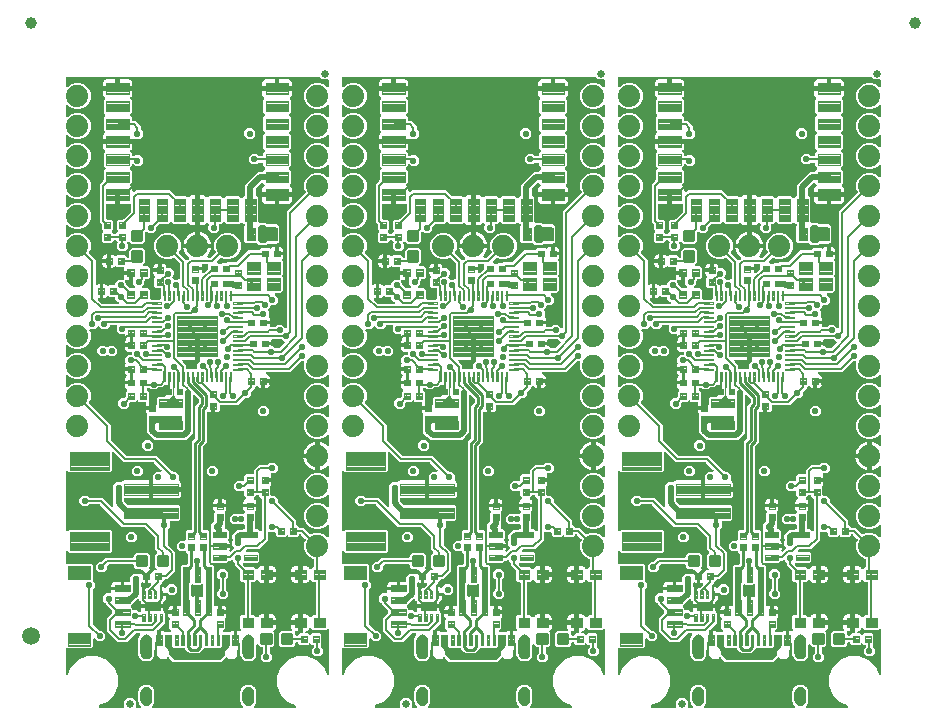
<source format=gtl>
G04 EAGLE Gerber RS-274X export*
G75*
%MOMM*%
%FSLAX34Y34*%
%LPD*%
%INTop Copper*%
%IPPOS*%
%AMOC8*
5,1,8,0,0,1.08239X$1,22.5*%
G01*
%ADD10C,0.102000*%
%ADD11C,0.105000*%
%ADD12C,0.100000*%
%ADD13C,1.879600*%
%ADD14C,0.096000*%
%ADD15C,0.654000*%
%ADD16C,0.104000*%
%ADD17C,0.099000*%
%ADD18C,0.300000*%
%ADD19C,0.635000*%
%ADD20C,1.000000*%
%ADD21C,1.500000*%
%ADD22C,0.558800*%
%ADD23C,0.203200*%
%ADD24C,0.508000*%
%ADD25C,0.304800*%
%ADD26C,0.233172*%

G36*
X189317Y324395D02*
X189317Y324395D01*
X189346Y324394D01*
X189456Y324423D01*
X189567Y324445D01*
X189593Y324458D01*
X189621Y324466D01*
X189719Y324524D01*
X189819Y324576D01*
X189841Y324596D01*
X189866Y324611D01*
X189943Y324694D01*
X190025Y324772D01*
X190040Y324797D01*
X190060Y324818D01*
X190112Y324919D01*
X190169Y325017D01*
X190176Y325045D01*
X190190Y325072D01*
X190203Y325149D01*
X190239Y325292D01*
X190237Y325355D01*
X190245Y325403D01*
X190245Y422798D01*
X205708Y438261D01*
X205709Y438262D01*
X205711Y438263D01*
X205799Y438381D01*
X205879Y438488D01*
X205880Y438489D01*
X205881Y438491D01*
X205930Y438621D01*
X205981Y438754D01*
X205981Y438755D01*
X205981Y438757D01*
X205993Y438901D01*
X206004Y439037D01*
X206004Y439038D01*
X206004Y439040D01*
X206000Y439056D01*
X205948Y439316D01*
X205934Y439343D01*
X205928Y439367D01*
X204723Y442277D01*
X204723Y446723D01*
X206425Y450831D01*
X209569Y453975D01*
X213677Y455677D01*
X218123Y455677D01*
X222231Y453975D01*
X224072Y452134D01*
X224096Y452116D01*
X224115Y452094D01*
X224209Y452031D01*
X224299Y451963D01*
X224327Y451953D01*
X224351Y451937D01*
X224459Y451902D01*
X224565Y451862D01*
X224594Y451860D01*
X224622Y451851D01*
X224736Y451848D01*
X224848Y451838D01*
X224877Y451844D01*
X224906Y451843D01*
X225016Y451872D01*
X225127Y451894D01*
X225153Y451908D01*
X225181Y451915D01*
X225279Y451973D01*
X225379Y452025D01*
X225401Y452046D01*
X225426Y452061D01*
X225503Y452143D01*
X225585Y452221D01*
X225600Y452246D01*
X225620Y452268D01*
X225672Y452369D01*
X225729Y452466D01*
X225736Y452495D01*
X225750Y452521D01*
X225763Y452598D01*
X225799Y452742D01*
X225797Y452804D01*
X225805Y452852D01*
X225805Y461548D01*
X225801Y461577D01*
X225804Y461606D01*
X225781Y461717D01*
X225765Y461829D01*
X225753Y461856D01*
X225748Y461885D01*
X225695Y461986D01*
X225649Y462089D01*
X225630Y462111D01*
X225617Y462137D01*
X225539Y462219D01*
X225466Y462306D01*
X225441Y462322D01*
X225421Y462343D01*
X225323Y462401D01*
X225229Y462463D01*
X225201Y462472D01*
X225176Y462487D01*
X225066Y462515D01*
X224958Y462549D01*
X224928Y462550D01*
X224900Y462557D01*
X224787Y462554D01*
X224674Y462557D01*
X224645Y462549D01*
X224616Y462548D01*
X224508Y462513D01*
X224399Y462485D01*
X224373Y462470D01*
X224345Y462461D01*
X224282Y462415D01*
X224154Y462339D01*
X224111Y462294D01*
X224072Y462266D01*
X222231Y460425D01*
X218123Y458723D01*
X213677Y458723D01*
X209569Y460425D01*
X206425Y463569D01*
X204723Y467677D01*
X204723Y472123D01*
X206425Y476231D01*
X209569Y479375D01*
X213677Y481077D01*
X218123Y481077D01*
X222231Y479375D01*
X224072Y477534D01*
X224096Y477516D01*
X224115Y477494D01*
X224209Y477431D01*
X224299Y477363D01*
X224327Y477353D01*
X224351Y477337D01*
X224459Y477302D01*
X224565Y477262D01*
X224594Y477260D01*
X224622Y477251D01*
X224736Y477248D01*
X224848Y477238D01*
X224877Y477244D01*
X224906Y477243D01*
X225016Y477272D01*
X225127Y477294D01*
X225153Y477308D01*
X225181Y477315D01*
X225279Y477373D01*
X225379Y477425D01*
X225401Y477446D01*
X225426Y477461D01*
X225503Y477543D01*
X225585Y477621D01*
X225600Y477646D01*
X225620Y477668D01*
X225672Y477769D01*
X225729Y477866D01*
X225736Y477895D01*
X225750Y477921D01*
X225763Y477998D01*
X225799Y478142D01*
X225797Y478204D01*
X225805Y478252D01*
X225805Y486948D01*
X225801Y486977D01*
X225804Y487006D01*
X225781Y487117D01*
X225765Y487229D01*
X225753Y487256D01*
X225748Y487285D01*
X225695Y487386D01*
X225649Y487489D01*
X225630Y487511D01*
X225617Y487537D01*
X225539Y487619D01*
X225466Y487706D01*
X225441Y487722D01*
X225421Y487743D01*
X225323Y487801D01*
X225229Y487863D01*
X225201Y487872D01*
X225176Y487887D01*
X225066Y487915D01*
X224958Y487949D01*
X224928Y487950D01*
X224900Y487957D01*
X224787Y487954D01*
X224674Y487957D01*
X224645Y487949D01*
X224616Y487948D01*
X224508Y487913D01*
X224399Y487885D01*
X224373Y487870D01*
X224345Y487861D01*
X224282Y487815D01*
X224154Y487739D01*
X224111Y487694D01*
X224072Y487666D01*
X222231Y485825D01*
X218123Y484123D01*
X213677Y484123D01*
X209569Y485825D01*
X206425Y488969D01*
X204723Y493077D01*
X204723Y497523D01*
X206425Y501631D01*
X209569Y504775D01*
X213677Y506477D01*
X218123Y506477D01*
X222231Y504775D01*
X224072Y502934D01*
X224096Y502916D01*
X224115Y502894D01*
X224209Y502831D01*
X224299Y502763D01*
X224327Y502753D01*
X224351Y502737D01*
X224459Y502702D01*
X224565Y502662D01*
X224594Y502660D01*
X224622Y502651D01*
X224736Y502648D01*
X224848Y502638D01*
X224877Y502644D01*
X224906Y502643D01*
X225016Y502672D01*
X225127Y502694D01*
X225153Y502708D01*
X225181Y502715D01*
X225279Y502773D01*
X225379Y502825D01*
X225401Y502846D01*
X225426Y502861D01*
X225503Y502943D01*
X225585Y503021D01*
X225600Y503046D01*
X225620Y503068D01*
X225672Y503169D01*
X225729Y503266D01*
X225736Y503295D01*
X225750Y503321D01*
X225763Y503398D01*
X225799Y503542D01*
X225797Y503604D01*
X225805Y503652D01*
X225805Y512348D01*
X225801Y512377D01*
X225804Y512406D01*
X225781Y512517D01*
X225765Y512629D01*
X225753Y512656D01*
X225748Y512685D01*
X225695Y512786D01*
X225649Y512889D01*
X225630Y512911D01*
X225617Y512937D01*
X225539Y513019D01*
X225466Y513106D01*
X225441Y513122D01*
X225421Y513143D01*
X225323Y513201D01*
X225229Y513263D01*
X225201Y513272D01*
X225176Y513287D01*
X225066Y513315D01*
X224958Y513349D01*
X224928Y513350D01*
X224900Y513357D01*
X224787Y513354D01*
X224674Y513357D01*
X224645Y513349D01*
X224616Y513348D01*
X224508Y513313D01*
X224399Y513285D01*
X224373Y513270D01*
X224345Y513261D01*
X224282Y513215D01*
X224154Y513139D01*
X224111Y513094D01*
X224072Y513066D01*
X222231Y511225D01*
X218123Y509523D01*
X213677Y509523D01*
X209569Y511225D01*
X206425Y514369D01*
X204723Y518477D01*
X204723Y522923D01*
X206425Y527031D01*
X209569Y530175D01*
X213677Y531877D01*
X218123Y531877D01*
X222231Y530175D01*
X224072Y528334D01*
X224096Y528316D01*
X224115Y528294D01*
X224209Y528231D01*
X224299Y528163D01*
X224327Y528153D01*
X224351Y528137D01*
X224459Y528102D01*
X224565Y528062D01*
X224594Y528060D01*
X224622Y528051D01*
X224736Y528048D01*
X224848Y528038D01*
X224877Y528044D01*
X224906Y528043D01*
X225016Y528072D01*
X225127Y528094D01*
X225153Y528108D01*
X225181Y528115D01*
X225279Y528173D01*
X225379Y528225D01*
X225401Y528246D01*
X225426Y528261D01*
X225503Y528343D01*
X225585Y528421D01*
X225600Y528446D01*
X225620Y528468D01*
X225672Y528569D01*
X225729Y528666D01*
X225736Y528695D01*
X225750Y528721D01*
X225763Y528798D01*
X225799Y528942D01*
X225797Y529004D01*
X225805Y529052D01*
X225805Y533849D01*
X225801Y533878D01*
X225804Y533907D01*
X225781Y534018D01*
X225765Y534130D01*
X225753Y534157D01*
X225748Y534186D01*
X225696Y534286D01*
X225649Y534390D01*
X225630Y534412D01*
X225617Y534438D01*
X225539Y534520D01*
X225466Y534607D01*
X225441Y534623D01*
X225421Y534644D01*
X225323Y534701D01*
X225229Y534764D01*
X225201Y534773D01*
X225175Y534788D01*
X225066Y534816D01*
X224958Y534850D01*
X224928Y534851D01*
X224900Y534858D01*
X224787Y534854D01*
X224674Y534857D01*
X224645Y534850D01*
X224616Y534849D01*
X224508Y534814D01*
X224440Y534796D01*
X220198Y534796D01*
X218336Y536658D01*
X218267Y536710D01*
X218203Y536770D01*
X218153Y536796D01*
X218109Y536829D01*
X218028Y536860D01*
X217950Y536900D01*
X217902Y536908D01*
X217844Y536930D01*
X217696Y536942D01*
X217619Y536955D01*
X3810Y536955D01*
X3752Y536947D01*
X3694Y536949D01*
X3612Y536927D01*
X3528Y536915D01*
X3475Y536892D01*
X3419Y536877D01*
X3346Y536834D01*
X3269Y536799D01*
X3224Y536761D01*
X3174Y536732D01*
X3116Y536670D01*
X3052Y536616D01*
X3020Y536567D01*
X2980Y536524D01*
X2941Y536449D01*
X2894Y536379D01*
X2877Y536323D01*
X2850Y536271D01*
X2839Y536203D01*
X2809Y536108D01*
X2806Y536008D01*
X2795Y535940D01*
X2795Y529052D01*
X2799Y529023D01*
X2796Y528994D01*
X2819Y528883D01*
X2835Y528771D01*
X2847Y528744D01*
X2852Y528715D01*
X2905Y528614D01*
X2951Y528511D01*
X2970Y528489D01*
X2983Y528463D01*
X3061Y528381D01*
X3134Y528294D01*
X3159Y528278D01*
X3179Y528257D01*
X3277Y528199D01*
X3371Y528137D01*
X3399Y528128D01*
X3424Y528113D01*
X3534Y528085D01*
X3642Y528051D01*
X3672Y528050D01*
X3700Y528043D01*
X3813Y528046D01*
X3926Y528043D01*
X3955Y528051D01*
X3984Y528052D01*
X4092Y528087D01*
X4201Y528115D01*
X4227Y528130D01*
X4255Y528139D01*
X4318Y528185D01*
X4446Y528261D01*
X4489Y528306D01*
X4528Y528334D01*
X6369Y530175D01*
X10477Y531877D01*
X14923Y531877D01*
X19031Y530175D01*
X22175Y527031D01*
X23877Y522923D01*
X23877Y518477D01*
X22175Y514369D01*
X19031Y511225D01*
X14923Y509523D01*
X10477Y509523D01*
X6369Y511225D01*
X4528Y513066D01*
X4504Y513084D01*
X4485Y513106D01*
X4391Y513169D01*
X4301Y513237D01*
X4273Y513247D01*
X4249Y513263D01*
X4141Y513298D01*
X4035Y513338D01*
X4006Y513340D01*
X3978Y513349D01*
X3864Y513352D01*
X3752Y513362D01*
X3723Y513356D01*
X3694Y513357D01*
X3584Y513328D01*
X3473Y513306D01*
X3447Y513292D01*
X3419Y513285D01*
X3321Y513227D01*
X3221Y513175D01*
X3199Y513154D01*
X3174Y513139D01*
X3097Y513057D01*
X3015Y512979D01*
X3000Y512954D01*
X2980Y512932D01*
X2928Y512831D01*
X2871Y512734D01*
X2864Y512705D01*
X2850Y512679D01*
X2837Y512602D01*
X2801Y512458D01*
X2803Y512396D01*
X2795Y512348D01*
X2795Y503652D01*
X2799Y503623D01*
X2796Y503594D01*
X2819Y503483D01*
X2835Y503371D01*
X2847Y503344D01*
X2852Y503315D01*
X2905Y503214D01*
X2951Y503111D01*
X2970Y503089D01*
X2983Y503063D01*
X3061Y502981D01*
X3134Y502894D01*
X3159Y502878D01*
X3179Y502857D01*
X3277Y502799D01*
X3371Y502737D01*
X3399Y502728D01*
X3424Y502713D01*
X3534Y502685D01*
X3642Y502651D01*
X3672Y502650D01*
X3700Y502643D01*
X3813Y502646D01*
X3926Y502643D01*
X3955Y502651D01*
X3984Y502652D01*
X4092Y502687D01*
X4201Y502715D01*
X4227Y502730D01*
X4255Y502739D01*
X4318Y502785D01*
X4446Y502861D01*
X4489Y502906D01*
X4528Y502934D01*
X6369Y504775D01*
X10477Y506477D01*
X14923Y506477D01*
X19031Y504775D01*
X22175Y501631D01*
X23877Y497523D01*
X23877Y493077D01*
X22175Y488969D01*
X19031Y485825D01*
X14923Y484123D01*
X10477Y484123D01*
X6369Y485825D01*
X4528Y487666D01*
X4504Y487684D01*
X4485Y487706D01*
X4391Y487769D01*
X4301Y487837D01*
X4273Y487847D01*
X4249Y487863D01*
X4141Y487898D01*
X4035Y487938D01*
X4006Y487940D01*
X3978Y487949D01*
X3864Y487952D01*
X3752Y487962D01*
X3723Y487956D01*
X3694Y487957D01*
X3584Y487928D01*
X3473Y487906D01*
X3447Y487892D01*
X3419Y487885D01*
X3321Y487827D01*
X3221Y487775D01*
X3199Y487754D01*
X3174Y487739D01*
X3097Y487657D01*
X3015Y487579D01*
X3000Y487554D01*
X2980Y487532D01*
X2928Y487431D01*
X2871Y487334D01*
X2864Y487305D01*
X2850Y487279D01*
X2837Y487202D01*
X2801Y487058D01*
X2803Y486996D01*
X2795Y486948D01*
X2795Y478252D01*
X2799Y478223D01*
X2796Y478194D01*
X2819Y478083D01*
X2835Y477971D01*
X2847Y477944D01*
X2852Y477915D01*
X2905Y477814D01*
X2951Y477711D01*
X2970Y477689D01*
X2983Y477663D01*
X3061Y477581D01*
X3134Y477494D01*
X3159Y477478D01*
X3179Y477457D01*
X3277Y477399D01*
X3371Y477337D01*
X3399Y477328D01*
X3424Y477313D01*
X3534Y477285D01*
X3642Y477251D01*
X3672Y477250D01*
X3700Y477243D01*
X3813Y477246D01*
X3926Y477243D01*
X3955Y477251D01*
X3984Y477252D01*
X4092Y477287D01*
X4201Y477315D01*
X4227Y477330D01*
X4255Y477339D01*
X4318Y477385D01*
X4446Y477461D01*
X4489Y477506D01*
X4528Y477534D01*
X6369Y479375D01*
X10477Y481077D01*
X14923Y481077D01*
X19031Y479375D01*
X22175Y476231D01*
X23877Y472123D01*
X23877Y467677D01*
X22175Y463569D01*
X19031Y460425D01*
X14923Y458723D01*
X10477Y458723D01*
X6369Y460425D01*
X4528Y462266D01*
X4504Y462284D01*
X4485Y462306D01*
X4391Y462369D01*
X4301Y462437D01*
X4273Y462447D01*
X4249Y462463D01*
X4141Y462498D01*
X4035Y462538D01*
X4006Y462540D01*
X3978Y462549D01*
X3864Y462552D01*
X3752Y462562D01*
X3723Y462556D01*
X3694Y462557D01*
X3584Y462528D01*
X3473Y462506D01*
X3447Y462492D01*
X3419Y462485D01*
X3321Y462427D01*
X3221Y462375D01*
X3199Y462354D01*
X3174Y462339D01*
X3097Y462257D01*
X3015Y462179D01*
X3000Y462154D01*
X2980Y462132D01*
X2928Y462031D01*
X2871Y461934D01*
X2864Y461905D01*
X2850Y461879D01*
X2837Y461802D01*
X2801Y461658D01*
X2803Y461596D01*
X2795Y461548D01*
X2795Y452852D01*
X2799Y452823D01*
X2796Y452794D01*
X2819Y452683D01*
X2835Y452571D01*
X2847Y452544D01*
X2852Y452515D01*
X2905Y452414D01*
X2951Y452311D01*
X2970Y452289D01*
X2983Y452263D01*
X3061Y452181D01*
X3134Y452094D01*
X3159Y452078D01*
X3179Y452057D01*
X3277Y451999D01*
X3371Y451937D01*
X3399Y451928D01*
X3424Y451913D01*
X3534Y451885D01*
X3642Y451851D01*
X3672Y451850D01*
X3700Y451843D01*
X3813Y451846D01*
X3926Y451843D01*
X3955Y451851D01*
X3984Y451852D01*
X4092Y451887D01*
X4201Y451915D01*
X4227Y451930D01*
X4255Y451939D01*
X4318Y451985D01*
X4446Y452061D01*
X4489Y452106D01*
X4528Y452134D01*
X6369Y453975D01*
X10477Y455677D01*
X14923Y455677D01*
X19031Y453975D01*
X22175Y450831D01*
X23877Y446723D01*
X23877Y442277D01*
X22175Y438169D01*
X19031Y435025D01*
X14923Y433323D01*
X10477Y433323D01*
X6369Y435025D01*
X4528Y436866D01*
X4504Y436884D01*
X4485Y436906D01*
X4391Y436969D01*
X4301Y437037D01*
X4273Y437047D01*
X4249Y437063D01*
X4141Y437098D01*
X4035Y437138D01*
X4006Y437140D01*
X3978Y437149D01*
X3864Y437152D01*
X3752Y437162D01*
X3723Y437156D01*
X3694Y437157D01*
X3584Y437128D01*
X3473Y437106D01*
X3447Y437092D01*
X3419Y437085D01*
X3321Y437027D01*
X3221Y436975D01*
X3199Y436954D01*
X3174Y436939D01*
X3097Y436857D01*
X3015Y436779D01*
X3000Y436754D01*
X2980Y436732D01*
X2928Y436631D01*
X2871Y436534D01*
X2864Y436505D01*
X2850Y436479D01*
X2837Y436402D01*
X2801Y436258D01*
X2803Y436196D01*
X2795Y436148D01*
X2795Y427452D01*
X2799Y427423D01*
X2796Y427394D01*
X2819Y427283D01*
X2835Y427171D01*
X2847Y427144D01*
X2852Y427115D01*
X2905Y427014D01*
X2951Y426911D01*
X2970Y426889D01*
X2983Y426863D01*
X3061Y426781D01*
X3134Y426694D01*
X3159Y426678D01*
X3179Y426657D01*
X3277Y426599D01*
X3371Y426537D01*
X3399Y426528D01*
X3424Y426513D01*
X3534Y426485D01*
X3642Y426451D01*
X3672Y426450D01*
X3700Y426443D01*
X3813Y426446D01*
X3926Y426443D01*
X3955Y426451D01*
X3984Y426452D01*
X4092Y426487D01*
X4201Y426515D01*
X4227Y426530D01*
X4255Y426539D01*
X4318Y426585D01*
X4446Y426661D01*
X4489Y426706D01*
X4528Y426734D01*
X6369Y428575D01*
X10477Y430277D01*
X14923Y430277D01*
X19031Y428575D01*
X22175Y425431D01*
X23877Y421323D01*
X23877Y416877D01*
X22175Y412769D01*
X19031Y409625D01*
X14923Y407923D01*
X10477Y407923D01*
X6369Y409625D01*
X4528Y411466D01*
X4504Y411484D01*
X4485Y411506D01*
X4391Y411569D01*
X4301Y411637D01*
X4273Y411647D01*
X4249Y411663D01*
X4141Y411698D01*
X4035Y411738D01*
X4006Y411740D01*
X3978Y411749D01*
X3864Y411752D01*
X3752Y411762D01*
X3723Y411756D01*
X3694Y411757D01*
X3584Y411728D01*
X3473Y411706D01*
X3447Y411692D01*
X3419Y411685D01*
X3321Y411627D01*
X3221Y411575D01*
X3199Y411554D01*
X3174Y411539D01*
X3097Y411457D01*
X3015Y411379D01*
X3000Y411354D01*
X2980Y411332D01*
X2928Y411231D01*
X2871Y411134D01*
X2864Y411105D01*
X2850Y411079D01*
X2837Y411002D01*
X2801Y410858D01*
X2803Y410796D01*
X2795Y410748D01*
X2795Y402052D01*
X2799Y402023D01*
X2796Y401994D01*
X2819Y401883D01*
X2835Y401771D01*
X2847Y401744D01*
X2852Y401715D01*
X2905Y401614D01*
X2951Y401511D01*
X2970Y401489D01*
X2983Y401463D01*
X3061Y401381D01*
X3134Y401294D01*
X3159Y401278D01*
X3179Y401257D01*
X3277Y401199D01*
X3371Y401137D01*
X3399Y401128D01*
X3424Y401113D01*
X3534Y401085D01*
X3642Y401051D01*
X3672Y401050D01*
X3700Y401043D01*
X3813Y401046D01*
X3926Y401043D01*
X3955Y401051D01*
X3984Y401052D01*
X4092Y401087D01*
X4201Y401115D01*
X4227Y401130D01*
X4255Y401139D01*
X4318Y401185D01*
X4446Y401261D01*
X4489Y401306D01*
X4528Y401334D01*
X6369Y403175D01*
X10477Y404877D01*
X14923Y404877D01*
X19031Y403175D01*
X22175Y400031D01*
X23877Y395923D01*
X23877Y391477D01*
X22672Y388567D01*
X22671Y388566D01*
X22670Y388564D01*
X22636Y388428D01*
X22601Y388292D01*
X22601Y388290D01*
X22600Y388289D01*
X22605Y388148D01*
X22609Y388008D01*
X22609Y388006D01*
X22609Y388005D01*
X22654Y387867D01*
X22695Y387737D01*
X22696Y387736D01*
X22697Y387734D01*
X22705Y387722D01*
X22854Y387501D01*
X22877Y387481D01*
X22892Y387461D01*
X28195Y382158D01*
X28195Y361924D01*
X28202Y361876D01*
X28199Y361827D01*
X28221Y361736D01*
X28235Y361643D01*
X28255Y361598D01*
X28266Y361551D01*
X28312Y361469D01*
X28351Y361383D01*
X28382Y361346D01*
X28406Y361304D01*
X28474Y361238D01*
X28534Y361166D01*
X28575Y361139D01*
X28610Y361105D01*
X28693Y361061D01*
X28771Y361009D01*
X28818Y360994D01*
X28861Y360971D01*
X28953Y360951D01*
X29042Y360923D01*
X29091Y360922D01*
X29139Y360912D01*
X29213Y360919D01*
X29326Y360916D01*
X29410Y360938D01*
X29473Y360944D01*
X30208Y361141D01*
X31601Y361141D01*
X31601Y356084D01*
X31609Y356029D01*
X31607Y355985D01*
X31608Y355984D01*
X31607Y355968D01*
X31629Y355886D01*
X31641Y355803D01*
X31664Y355749D01*
X31679Y355693D01*
X31722Y355620D01*
X31731Y355601D01*
X31700Y355555D01*
X31683Y355499D01*
X31656Y355447D01*
X31645Y355379D01*
X31615Y355284D01*
X31612Y355184D01*
X31601Y355116D01*
X31601Y350059D01*
X30994Y350059D01*
X30965Y350055D01*
X30936Y350058D01*
X30825Y350035D01*
X30713Y350019D01*
X30686Y350007D01*
X30657Y350002D01*
X30557Y349950D01*
X30453Y349903D01*
X30431Y349884D01*
X30405Y349871D01*
X30323Y349793D01*
X30236Y349720D01*
X30220Y349695D01*
X30199Y349675D01*
X30141Y349577D01*
X30079Y349483D01*
X30070Y349455D01*
X30055Y349430D01*
X30027Y349320D01*
X29993Y349212D01*
X29992Y349182D01*
X29985Y349154D01*
X29988Y349041D01*
X29986Y348928D01*
X29993Y348899D01*
X29994Y348870D01*
X30029Y348762D01*
X30057Y348653D01*
X30072Y348627D01*
X30081Y348599D01*
X30127Y348536D01*
X30203Y348408D01*
X30248Y348366D01*
X30252Y348359D01*
X30255Y348356D01*
X30276Y348326D01*
X33820Y344782D01*
X33890Y344730D01*
X33954Y344670D01*
X34003Y344644D01*
X34047Y344611D01*
X34129Y344580D01*
X34207Y344540D01*
X34255Y344532D01*
X34313Y344510D01*
X34461Y344498D01*
X34538Y344485D01*
X46647Y344485D01*
X46677Y344489D01*
X46706Y344486D01*
X46817Y344509D01*
X46929Y344525D01*
X46956Y344537D01*
X46984Y344542D01*
X47085Y344595D01*
X47188Y344641D01*
X47211Y344660D01*
X47237Y344673D01*
X47319Y344751D01*
X47405Y344824D01*
X47422Y344849D01*
X47443Y344869D01*
X47500Y344967D01*
X47563Y345061D01*
X47572Y345089D01*
X47587Y345114D01*
X47614Y345224D01*
X47649Y345332D01*
X47649Y345362D01*
X47657Y345390D01*
X47653Y345503D01*
X47656Y345616D01*
X47649Y345645D01*
X47648Y345674D01*
X47613Y345782D01*
X47584Y345891D01*
X47569Y345917D01*
X47560Y345945D01*
X47515Y346008D01*
X47439Y346136D01*
X47393Y346179D01*
X47365Y346218D01*
X44957Y348626D01*
X44957Y349806D01*
X44949Y349864D01*
X44951Y349922D01*
X44929Y350004D01*
X44917Y350088D01*
X44894Y350141D01*
X44879Y350197D01*
X44836Y350270D01*
X44801Y350347D01*
X44763Y350392D01*
X44734Y350442D01*
X44672Y350500D01*
X44618Y350564D01*
X44569Y350596D01*
X44526Y350636D01*
X44451Y350675D01*
X44381Y350722D01*
X44325Y350739D01*
X44273Y350766D01*
X44205Y350777D01*
X44110Y350807D01*
X44010Y350810D01*
X43942Y350821D01*
X39662Y350821D01*
X39357Y351127D01*
X39310Y351162D01*
X39270Y351204D01*
X39197Y351247D01*
X39130Y351297D01*
X39075Y351318D01*
X39024Y351348D01*
X38943Y351369D01*
X38864Y351399D01*
X38806Y351403D01*
X38749Y351418D01*
X38665Y351415D01*
X38581Y351422D01*
X38523Y351411D01*
X38465Y351409D01*
X38385Y351383D01*
X38302Y351366D01*
X38250Y351339D01*
X38194Y351321D01*
X38138Y351281D01*
X38050Y351235D01*
X37977Y351167D01*
X37921Y351127D01*
X37463Y350669D01*
X36768Y350267D01*
X35992Y350059D01*
X34599Y350059D01*
X34599Y355116D01*
X34592Y355169D01*
X34593Y355203D01*
X34592Y355205D01*
X34593Y355232D01*
X34571Y355314D01*
X34559Y355397D01*
X34536Y355451D01*
X34521Y355507D01*
X34478Y355580D01*
X34469Y355599D01*
X34500Y355645D01*
X34517Y355701D01*
X34544Y355753D01*
X34555Y355821D01*
X34585Y355916D01*
X34588Y356016D01*
X34599Y356084D01*
X34599Y361141D01*
X35992Y361141D01*
X36768Y360933D01*
X37463Y360531D01*
X37921Y360073D01*
X37968Y360038D01*
X38008Y359996D01*
X38081Y359953D01*
X38148Y359903D01*
X38203Y359882D01*
X38253Y359852D01*
X38335Y359831D01*
X38414Y359801D01*
X38472Y359797D01*
X38529Y359782D01*
X38613Y359785D01*
X38697Y359778D01*
X38754Y359789D01*
X38813Y359791D01*
X38893Y359817D01*
X38976Y359834D01*
X39028Y359861D01*
X39083Y359879D01*
X39140Y359919D01*
X39228Y359965D01*
X39300Y360033D01*
X39357Y360073D01*
X39662Y360379D01*
X43942Y360379D01*
X44000Y360387D01*
X44058Y360385D01*
X44140Y360407D01*
X44224Y360419D01*
X44277Y360442D01*
X44333Y360457D01*
X44406Y360500D01*
X44483Y360535D01*
X44528Y360573D01*
X44578Y360602D01*
X44636Y360664D01*
X44700Y360718D01*
X44732Y360767D01*
X44772Y360810D01*
X44811Y360885D01*
X44858Y360955D01*
X44875Y361011D01*
X44902Y361063D01*
X44913Y361131D01*
X44943Y361226D01*
X44946Y361326D01*
X44957Y361394D01*
X44957Y362574D01*
X47636Y365253D01*
X51385Y365253D01*
X51424Y365258D01*
X51463Y365256D01*
X51564Y365278D01*
X51666Y365293D01*
X51702Y365309D01*
X51740Y365317D01*
X51831Y365366D01*
X51926Y365409D01*
X51956Y365434D01*
X51990Y365453D01*
X52064Y365526D01*
X52143Y365592D01*
X52164Y365625D01*
X52192Y365652D01*
X52243Y365743D01*
X52300Y365829D01*
X52312Y365866D01*
X52331Y365900D01*
X52355Y366001D01*
X52386Y366100D01*
X52387Y366139D01*
X52396Y366177D01*
X52391Y366281D01*
X52393Y366384D01*
X52384Y366422D01*
X52382Y366461D01*
X52354Y366534D01*
X52322Y366659D01*
X52284Y366723D01*
X52264Y366776D01*
X52168Y366942D01*
X51959Y367721D01*
X51959Y369351D01*
X56251Y369351D01*
X56251Y365059D01*
X54621Y365059D01*
X54178Y365178D01*
X54158Y365180D01*
X54140Y365187D01*
X54018Y365198D01*
X53896Y365213D01*
X53876Y365209D01*
X53857Y365211D01*
X53736Y365187D01*
X53615Y365167D01*
X53597Y365159D01*
X53578Y365155D01*
X53469Y365098D01*
X53358Y365046D01*
X53343Y365033D01*
X53326Y365024D01*
X53237Y364940D01*
X53144Y364858D01*
X53134Y364842D01*
X53120Y364828D01*
X53058Y364723D01*
X52991Y364619D01*
X52986Y364600D01*
X52976Y364583D01*
X52946Y364465D01*
X52911Y364346D01*
X52911Y364326D01*
X52906Y364308D01*
X52910Y364185D01*
X52909Y364062D01*
X52914Y364043D01*
X52915Y364023D01*
X52953Y363907D01*
X52986Y363788D01*
X52996Y363772D01*
X53002Y363753D01*
X53045Y363693D01*
X53136Y363547D01*
X53174Y363512D01*
X53197Y363480D01*
X54103Y362574D01*
X54103Y361070D01*
X54115Y360984D01*
X54118Y360896D01*
X54135Y360843D01*
X54143Y360789D01*
X54178Y360709D01*
X54205Y360626D01*
X54233Y360586D01*
X54259Y360529D01*
X54355Y360416D01*
X54400Y360352D01*
X56376Y358376D01*
X56446Y358324D01*
X56510Y358264D01*
X56559Y358238D01*
X56603Y358205D01*
X56685Y358174D01*
X56763Y358134D01*
X56811Y358126D01*
X56869Y358104D01*
X57017Y358092D01*
X57094Y358079D01*
X60993Y358079D01*
X61023Y358083D01*
X61052Y358080D01*
X61163Y358103D01*
X61275Y358119D01*
X61302Y358131D01*
X61330Y358136D01*
X61431Y358189D01*
X61534Y358235D01*
X61557Y358254D01*
X61583Y358267D01*
X61665Y358345D01*
X61751Y358418D01*
X61768Y358443D01*
X61789Y358463D01*
X61846Y358561D01*
X61909Y358655D01*
X61918Y358683D01*
X61933Y358708D01*
X61960Y358818D01*
X61995Y358926D01*
X61995Y358956D01*
X62003Y358984D01*
X61999Y359097D01*
X62002Y359210D01*
X61995Y359239D01*
X61994Y359268D01*
X61959Y359376D01*
X61930Y359485D01*
X61915Y359511D01*
X61906Y359539D01*
X61861Y359602D01*
X61785Y359730D01*
X61739Y359773D01*
X61711Y359812D01*
X60197Y361326D01*
X60197Y364044D01*
X60189Y364102D01*
X60191Y364160D01*
X60169Y364242D01*
X60157Y364326D01*
X60134Y364379D01*
X60119Y364435D01*
X60076Y364508D01*
X60041Y364585D01*
X60003Y364630D01*
X59974Y364680D01*
X59912Y364738D01*
X59858Y364802D01*
X59809Y364834D01*
X59766Y364874D01*
X59749Y364883D01*
X59749Y370366D01*
X59742Y370416D01*
X59743Y370432D01*
X59741Y370436D01*
X59743Y370482D01*
X59721Y370564D01*
X59709Y370647D01*
X59686Y370701D01*
X59671Y370757D01*
X59628Y370830D01*
X59593Y370907D01*
X59555Y370951D01*
X59526Y371002D01*
X59464Y371059D01*
X59410Y371124D01*
X59361Y371156D01*
X59318Y371196D01*
X59243Y371235D01*
X59173Y371281D01*
X59117Y371299D01*
X59065Y371326D01*
X58997Y371337D01*
X58902Y371367D01*
X58802Y371370D01*
X58734Y371381D01*
X58281Y371381D01*
X58281Y371834D01*
X58273Y371892D01*
X58274Y371950D01*
X58253Y372032D01*
X58241Y372116D01*
X58217Y372169D01*
X58203Y372225D01*
X58159Y372298D01*
X58125Y372375D01*
X58087Y372420D01*
X58057Y372470D01*
X57996Y372528D01*
X57941Y372592D01*
X57893Y372624D01*
X57850Y372664D01*
X57775Y372703D01*
X57705Y372750D01*
X57649Y372767D01*
X57597Y372794D01*
X57529Y372805D01*
X57434Y372835D01*
X57334Y372838D01*
X57266Y372849D01*
X51959Y372849D01*
X51959Y374479D01*
X52084Y374943D01*
X52090Y374992D01*
X52104Y375038D01*
X52107Y375132D01*
X52118Y375225D01*
X52110Y375274D01*
X52112Y375322D01*
X52088Y375413D01*
X52073Y375506D01*
X52052Y375550D01*
X52040Y375597D01*
X51992Y375678D01*
X51952Y375763D01*
X51920Y375800D01*
X51895Y375842D01*
X51826Y375906D01*
X51764Y375977D01*
X51723Y376003D01*
X51687Y376036D01*
X51604Y376079D01*
X51524Y376130D01*
X51478Y376144D01*
X51434Y376166D01*
X51361Y376178D01*
X51252Y376210D01*
X51165Y376211D01*
X51103Y376221D01*
X46012Y376221D01*
X45707Y376527D01*
X45660Y376562D01*
X45620Y376604D01*
X45547Y376647D01*
X45480Y376697D01*
X45425Y376718D01*
X45374Y376748D01*
X45293Y376769D01*
X45214Y376799D01*
X45156Y376803D01*
X45099Y376818D01*
X45015Y376815D01*
X44931Y376822D01*
X44873Y376811D01*
X44815Y376809D01*
X44735Y376783D01*
X44652Y376766D01*
X44600Y376739D01*
X44544Y376721D01*
X44488Y376681D01*
X44400Y376635D01*
X44327Y376567D01*
X44271Y376527D01*
X43813Y376069D01*
X43118Y375667D01*
X42342Y375459D01*
X40949Y375459D01*
X40949Y380516D01*
X40942Y380566D01*
X40943Y380584D01*
X40941Y380588D01*
X40943Y380632D01*
X40921Y380714D01*
X40909Y380797D01*
X40886Y380851D01*
X40871Y380907D01*
X40828Y380980D01*
X40819Y380999D01*
X40850Y381045D01*
X40867Y381101D01*
X40894Y381153D01*
X40905Y381221D01*
X40935Y381316D01*
X40938Y381416D01*
X40949Y381484D01*
X40949Y386541D01*
X42342Y386541D01*
X43118Y386333D01*
X43813Y385931D01*
X44271Y385473D01*
X44318Y385438D01*
X44358Y385396D01*
X44431Y385353D01*
X44498Y385303D01*
X44553Y385282D01*
X44603Y385252D01*
X44685Y385231D01*
X44764Y385201D01*
X44822Y385197D01*
X44879Y385182D01*
X44963Y385185D01*
X45047Y385178D01*
X45104Y385189D01*
X45163Y385191D01*
X45243Y385217D01*
X45326Y385234D01*
X45378Y385261D01*
X45433Y385279D01*
X45490Y385319D01*
X45578Y385365D01*
X45650Y385433D01*
X45707Y385473D01*
X46012Y385779D01*
X52888Y385779D01*
X54374Y384292D01*
X54385Y384269D01*
X54423Y384224D01*
X54452Y384174D01*
X54514Y384116D01*
X54568Y384052D01*
X54617Y384020D01*
X54660Y383980D01*
X54735Y383941D01*
X54805Y383894D01*
X54861Y383877D01*
X54913Y383850D01*
X54981Y383839D01*
X55076Y383809D01*
X55176Y383806D01*
X55244Y383795D01*
X55706Y383795D01*
X55764Y383803D01*
X55822Y383801D01*
X55904Y383823D01*
X55988Y383835D01*
X56041Y383858D01*
X56097Y383873D01*
X56170Y383916D01*
X56247Y383951D01*
X56292Y383989D01*
X56342Y384018D01*
X56400Y384080D01*
X56464Y384134D01*
X56496Y384183D01*
X56536Y384226D01*
X56575Y384301D01*
X56622Y384371D01*
X56639Y384427D01*
X56666Y384479D01*
X56677Y384547D01*
X56707Y384642D01*
X56710Y384742D01*
X56721Y384810D01*
X56721Y389788D01*
X58642Y391709D01*
X68358Y391709D01*
X70279Y389788D01*
X70279Y380072D01*
X68319Y378112D01*
X68310Y378100D01*
X68307Y378097D01*
X68300Y378088D01*
X68279Y378069D01*
X68216Y377975D01*
X68148Y377885D01*
X68137Y377857D01*
X68121Y377833D01*
X68087Y377725D01*
X68047Y377619D01*
X68044Y377590D01*
X68035Y377562D01*
X68032Y377448D01*
X68023Y377336D01*
X68029Y377307D01*
X68028Y377278D01*
X68057Y377168D01*
X68079Y377057D01*
X68092Y377031D01*
X68100Y377003D01*
X68158Y376905D01*
X68210Y376805D01*
X68230Y376783D01*
X68245Y376758D01*
X68328Y376681D01*
X68406Y376599D01*
X68431Y376584D01*
X68452Y376564D01*
X68553Y376512D01*
X68651Y376455D01*
X68679Y376448D01*
X68706Y376434D01*
X68783Y376421D01*
X68926Y376385D01*
X68989Y376387D01*
X69037Y376379D01*
X72929Y376379D01*
X74279Y375029D01*
X74279Y367171D01*
X72929Y365821D01*
X71120Y365821D01*
X71062Y365813D01*
X71004Y365815D01*
X70922Y365793D01*
X70838Y365781D01*
X70785Y365758D01*
X70729Y365743D01*
X70656Y365700D01*
X70579Y365665D01*
X70534Y365627D01*
X70484Y365598D01*
X70426Y365536D01*
X70362Y365482D01*
X70330Y365433D01*
X70290Y365390D01*
X70251Y365315D01*
X70204Y365245D01*
X70187Y365189D01*
X70160Y365137D01*
X70149Y365069D01*
X70119Y364974D01*
X70116Y364874D01*
X70105Y364806D01*
X70105Y364602D01*
X69640Y364138D01*
X69588Y364068D01*
X69528Y364004D01*
X69502Y363955D01*
X69469Y363911D01*
X69438Y363829D01*
X69398Y363751D01*
X69390Y363703D01*
X69368Y363645D01*
X69356Y363497D01*
X69343Y363420D01*
X69343Y361326D01*
X67829Y359812D01*
X67811Y359788D01*
X67789Y359769D01*
X67726Y359675D01*
X67658Y359585D01*
X67647Y359557D01*
X67631Y359533D01*
X67597Y359425D01*
X67557Y359319D01*
X67554Y359290D01*
X67545Y359262D01*
X67542Y359148D01*
X67533Y359036D01*
X67539Y359007D01*
X67538Y358978D01*
X67567Y358868D01*
X67589Y358757D01*
X67602Y358731D01*
X67610Y358703D01*
X67668Y358605D01*
X67720Y358505D01*
X67740Y358483D01*
X67755Y358458D01*
X67838Y358381D01*
X67916Y358299D01*
X67941Y358284D01*
X67962Y358264D01*
X68063Y358212D01*
X68161Y358155D01*
X68189Y358148D01*
X68216Y358134D01*
X68293Y358121D01*
X68436Y358085D01*
X68499Y358087D01*
X68547Y358079D01*
X72929Y358079D01*
X74279Y356729D01*
X74279Y349310D01*
X74287Y349252D01*
X74285Y349194D01*
X74307Y349112D01*
X74319Y349028D01*
X74342Y348975D01*
X74357Y348919D01*
X74400Y348846D01*
X74435Y348769D01*
X74473Y348724D01*
X74502Y348674D01*
X74564Y348616D01*
X74618Y348552D01*
X74667Y348520D01*
X74710Y348480D01*
X74785Y348441D01*
X74855Y348394D01*
X74911Y348377D01*
X74963Y348350D01*
X75031Y348339D01*
X75126Y348309D01*
X75226Y348306D01*
X75294Y348295D01*
X81416Y348295D01*
X81452Y348292D01*
X81529Y348279D01*
X82506Y348279D01*
X82564Y348287D01*
X82622Y348285D01*
X82704Y348307D01*
X82788Y348319D01*
X82841Y348342D01*
X82897Y348357D01*
X82970Y348400D01*
X83047Y348435D01*
X83092Y348473D01*
X83142Y348502D01*
X83200Y348564D01*
X83264Y348618D01*
X83296Y348667D01*
X83336Y348710D01*
X83375Y348785D01*
X83422Y348855D01*
X83439Y348911D01*
X83466Y348963D01*
X83477Y349031D01*
X83507Y349126D01*
X83510Y349226D01*
X83521Y349294D01*
X83521Y350271D01*
X83509Y350358D01*
X83506Y350446D01*
X83505Y350448D01*
X83505Y357506D01*
X83497Y357564D01*
X83499Y357622D01*
X83477Y357704D01*
X83465Y357788D01*
X83442Y357841D01*
X83427Y357897D01*
X83384Y357970D01*
X83349Y358047D01*
X83311Y358092D01*
X83282Y358142D01*
X83220Y358200D01*
X83166Y358264D01*
X83117Y358296D01*
X83074Y358336D01*
X82999Y358375D01*
X82929Y358422D01*
X82873Y358439D01*
X82821Y358466D01*
X82753Y358477D01*
X82658Y358507D01*
X82558Y358510D01*
X82490Y358521D01*
X79112Y358521D01*
X77771Y359862D01*
X77771Y366738D01*
X78077Y367043D01*
X78112Y367090D01*
X78154Y367130D01*
X78197Y367203D01*
X78247Y367270D01*
X78268Y367325D01*
X78298Y367376D01*
X78319Y367457D01*
X78349Y367536D01*
X78353Y367594D01*
X78368Y367651D01*
X78365Y367735D01*
X78372Y367819D01*
X78361Y367877D01*
X78359Y367935D01*
X78333Y368015D01*
X78316Y368098D01*
X78289Y368150D01*
X78271Y368206D01*
X78231Y368262D01*
X78185Y368350D01*
X78117Y368423D01*
X78077Y368479D01*
X77619Y368937D01*
X77217Y369632D01*
X77009Y370408D01*
X77009Y371801D01*
X82066Y371801D01*
X82124Y371809D01*
X82182Y371807D01*
X82264Y371829D01*
X82347Y371841D01*
X82401Y371864D01*
X82457Y371879D01*
X82530Y371922D01*
X82607Y371957D01*
X82651Y371995D01*
X82702Y372024D01*
X82759Y372086D01*
X82824Y372140D01*
X82856Y372189D01*
X82896Y372232D01*
X82935Y372307D01*
X82981Y372377D01*
X82999Y372433D01*
X83026Y372485D01*
X83037Y372553D01*
X83067Y372648D01*
X83070Y372748D01*
X83074Y372775D01*
X83092Y372777D01*
X83150Y372776D01*
X83232Y372797D01*
X83316Y372809D01*
X83369Y372833D01*
X83425Y372847D01*
X83498Y372891D01*
X83575Y372925D01*
X83620Y372963D01*
X83670Y372993D01*
X83728Y373054D01*
X83792Y373109D01*
X83824Y373157D01*
X83864Y373200D01*
X83903Y373275D01*
X83950Y373345D01*
X83967Y373401D01*
X83994Y373453D01*
X84005Y373521D01*
X84035Y373616D01*
X84038Y373716D01*
X84049Y373784D01*
X84049Y378841D01*
X85442Y378841D01*
X86218Y378633D01*
X86913Y378231D01*
X87481Y377663D01*
X87883Y376968D01*
X88091Y376192D01*
X88091Y375920D01*
X88099Y375862D01*
X88097Y375804D01*
X88119Y375722D01*
X88131Y375638D01*
X88154Y375585D01*
X88169Y375529D01*
X88212Y375456D01*
X88247Y375379D01*
X88285Y375334D01*
X88314Y375284D01*
X88376Y375226D01*
X88430Y375162D01*
X88479Y375130D01*
X88522Y375090D01*
X88597Y375051D01*
X88667Y375004D01*
X88723Y374987D01*
X88775Y374960D01*
X88843Y374949D01*
X88938Y374919D01*
X89038Y374916D01*
X89106Y374905D01*
X91556Y374905D01*
X94235Y372226D01*
X94235Y368438D01*
X93418Y367621D01*
X93383Y367574D01*
X93340Y367534D01*
X93297Y367461D01*
X93247Y367394D01*
X93226Y367339D01*
X93196Y367289D01*
X93176Y367207D01*
X93146Y367128D01*
X93141Y367070D01*
X93126Y367013D01*
X93129Y366929D01*
X93122Y366845D01*
X93134Y366787D01*
X93135Y366729D01*
X93161Y366649D01*
X93178Y366566D01*
X93205Y366514D01*
X93223Y366458D01*
X93263Y366402D01*
X93309Y366314D01*
X93378Y366241D01*
X93418Y366185D01*
X93799Y365804D01*
X93869Y365752D01*
X93932Y365692D01*
X93982Y365666D01*
X94026Y365633D01*
X94108Y365602D01*
X94186Y365562D01*
X94233Y365554D01*
X94292Y365532D01*
X94439Y365520D01*
X94517Y365507D01*
X98242Y365507D01*
X98349Y365473D01*
X98455Y365433D01*
X98484Y365430D01*
X98512Y365421D01*
X98625Y365418D01*
X98738Y365409D01*
X98767Y365415D01*
X98796Y365414D01*
X98906Y365443D01*
X99017Y365465D01*
X99043Y365478D01*
X99071Y365486D01*
X99169Y365544D01*
X99269Y365596D01*
X99291Y365616D01*
X99316Y365631D01*
X99393Y365714D01*
X99475Y365792D01*
X99490Y365817D01*
X99510Y365838D01*
X99562Y365939D01*
X99619Y366037D01*
X99626Y366065D01*
X99640Y366092D01*
X99653Y366169D01*
X99689Y366312D01*
X99687Y366375D01*
X99695Y366423D01*
X99695Y378532D01*
X99683Y378618D01*
X99680Y378706D01*
X99663Y378759D01*
X99655Y378813D01*
X99620Y378893D01*
X99593Y378976D01*
X99565Y379016D01*
X99539Y379073D01*
X99443Y379186D01*
X99398Y379250D01*
X95139Y383508D01*
X95138Y383509D01*
X95137Y383511D01*
X95019Y383599D01*
X94912Y383679D01*
X94911Y383680D01*
X94909Y383681D01*
X94776Y383731D01*
X94646Y383781D01*
X94645Y383781D01*
X94643Y383781D01*
X94499Y383793D01*
X94363Y383804D01*
X94362Y383804D01*
X94360Y383804D01*
X94344Y383800D01*
X94084Y383748D01*
X94057Y383734D01*
X94033Y383728D01*
X91123Y382523D01*
X86677Y382523D01*
X82569Y384225D01*
X79425Y387369D01*
X77723Y391477D01*
X77723Y395923D01*
X79425Y400031D01*
X82569Y403175D01*
X86677Y404877D01*
X91123Y404877D01*
X95231Y403175D01*
X98375Y400031D01*
X100077Y395923D01*
X100077Y391477D01*
X98872Y388567D01*
X98871Y388566D01*
X98870Y388564D01*
X98836Y388430D01*
X98801Y388292D01*
X98801Y388290D01*
X98800Y388289D01*
X98805Y388148D01*
X98809Y388008D01*
X98809Y388006D01*
X98809Y388005D01*
X98852Y387871D01*
X98895Y387737D01*
X98896Y387736D01*
X98897Y387734D01*
X98905Y387722D01*
X99054Y387501D01*
X99077Y387481D01*
X99092Y387461D01*
X104692Y381860D01*
X104716Y381843D01*
X104735Y381820D01*
X104759Y381804D01*
X104779Y381783D01*
X104852Y381740D01*
X104919Y381689D01*
X104947Y381679D01*
X104971Y381663D01*
X104999Y381654D01*
X105024Y381639D01*
X105106Y381618D01*
X105185Y381588D01*
X105214Y381586D01*
X105242Y381577D01*
X105272Y381576D01*
X105300Y381569D01*
X105384Y381572D01*
X105468Y381565D01*
X105497Y381570D01*
X105526Y381570D01*
X105555Y381577D01*
X105584Y381578D01*
X105664Y381604D01*
X105747Y381620D01*
X105773Y381634D01*
X105801Y381641D01*
X105827Y381656D01*
X105855Y381665D01*
X105911Y381705D01*
X105999Y381751D01*
X106021Y381772D01*
X106046Y381787D01*
X106089Y381832D01*
X106128Y381860D01*
X107037Y382769D01*
X107120Y382879D01*
X107203Y382988D01*
X107205Y382992D01*
X107207Y382996D01*
X107257Y383125D01*
X107307Y383253D01*
X107307Y383257D01*
X107309Y383262D01*
X107320Y383397D01*
X107333Y383536D01*
X107332Y383541D01*
X107332Y383545D01*
X107306Y383678D01*
X107279Y383815D01*
X107277Y383819D01*
X107276Y383824D01*
X107213Y383946D01*
X107151Y384069D01*
X107148Y384072D01*
X107145Y384076D01*
X106950Y384282D01*
X106929Y384294D01*
X106915Y384308D01*
X106522Y384594D01*
X105194Y385922D01*
X104089Y387443D01*
X103236Y389117D01*
X102655Y390904D01*
X102534Y391669D01*
X113284Y391669D01*
X113342Y391677D01*
X113400Y391675D01*
X113482Y391697D01*
X113565Y391709D01*
X113619Y391733D01*
X113675Y391747D01*
X113748Y391790D01*
X113825Y391825D01*
X113869Y391863D01*
X113920Y391893D01*
X113977Y391954D01*
X114042Y392009D01*
X114074Y392057D01*
X114114Y392100D01*
X114153Y392175D01*
X114199Y392245D01*
X114217Y392301D01*
X114244Y392353D01*
X114255Y392421D01*
X114285Y392516D01*
X114288Y392616D01*
X114299Y392684D01*
X114299Y393701D01*
X114301Y393701D01*
X114301Y392684D01*
X114309Y392626D01*
X114308Y392568D01*
X114329Y392486D01*
X114341Y392403D01*
X114365Y392349D01*
X114379Y392293D01*
X114422Y392220D01*
X114457Y392143D01*
X114495Y392098D01*
X114525Y392048D01*
X114586Y391990D01*
X114641Y391926D01*
X114689Y391894D01*
X114732Y391854D01*
X114807Y391815D01*
X114877Y391769D01*
X114933Y391751D01*
X114985Y391724D01*
X115053Y391713D01*
X115148Y391683D01*
X115248Y391680D01*
X115316Y391669D01*
X126066Y391669D01*
X125945Y390904D01*
X125364Y389117D01*
X124511Y387443D01*
X123406Y385922D01*
X123012Y385528D01*
X122994Y385504D01*
X122972Y385485D01*
X122909Y385391D01*
X122841Y385301D01*
X122830Y385273D01*
X122814Y385249D01*
X122780Y385141D01*
X122740Y385035D01*
X122737Y385006D01*
X122728Y384978D01*
X122725Y384865D01*
X122716Y384752D01*
X122722Y384723D01*
X122721Y384694D01*
X122750Y384584D01*
X122772Y384473D01*
X122785Y384447D01*
X122793Y384419D01*
X122851Y384321D01*
X122903Y384221D01*
X122923Y384199D01*
X122938Y384174D01*
X123021Y384097D01*
X123099Y384015D01*
X123124Y384000D01*
X123145Y383980D01*
X123246Y383928D01*
X123344Y383871D01*
X123372Y383864D01*
X123399Y383850D01*
X123476Y383837D01*
X123620Y383801D01*
X123682Y383803D01*
X123730Y383795D01*
X125422Y383795D01*
X125508Y383807D01*
X125596Y383810D01*
X125649Y383827D01*
X125703Y383835D01*
X125783Y383870D01*
X125866Y383897D01*
X125906Y383925D01*
X125963Y383951D01*
X126076Y384047D01*
X126140Y384092D01*
X129508Y387461D01*
X129509Y387462D01*
X129511Y387463D01*
X129593Y387573D01*
X129679Y387688D01*
X129680Y387689D01*
X129681Y387691D01*
X129729Y387819D01*
X129781Y387954D01*
X129781Y387955D01*
X129781Y387957D01*
X129793Y388101D01*
X129804Y388237D01*
X129804Y388238D01*
X129804Y388240D01*
X129800Y388256D01*
X129748Y388516D01*
X129734Y388543D01*
X129728Y388567D01*
X128523Y391477D01*
X128523Y395923D01*
X130225Y400031D01*
X133369Y403175D01*
X137477Y404877D01*
X141923Y404877D01*
X146031Y403175D01*
X149175Y400031D01*
X150877Y395923D01*
X150877Y391477D01*
X149175Y387369D01*
X146031Y384225D01*
X141923Y382523D01*
X137477Y382523D01*
X134567Y383728D01*
X134566Y383729D01*
X134564Y383730D01*
X134430Y383764D01*
X134292Y383799D01*
X134290Y383799D01*
X134289Y383800D01*
X134148Y383795D01*
X134008Y383791D01*
X134006Y383791D01*
X134005Y383791D01*
X133872Y383748D01*
X133737Y383705D01*
X133736Y383704D01*
X133734Y383703D01*
X133722Y383695D01*
X133501Y383546D01*
X133481Y383523D01*
X133461Y383508D01*
X131114Y381162D01*
X131104Y381149D01*
X131098Y381143D01*
X131092Y381135D01*
X131074Y381119D01*
X131011Y381025D01*
X130943Y380935D01*
X130933Y380907D01*
X130917Y380883D01*
X130882Y380775D01*
X130842Y380669D01*
X130840Y380640D01*
X130831Y380612D01*
X130828Y380498D01*
X130819Y380386D01*
X130824Y380357D01*
X130824Y380328D01*
X130852Y380218D01*
X130874Y380107D01*
X130888Y380081D01*
X130895Y380053D01*
X130953Y379955D01*
X131005Y379855D01*
X131026Y379833D01*
X131041Y379808D01*
X131123Y379731D01*
X131201Y379649D01*
X131227Y379634D01*
X131248Y379614D01*
X131349Y379562D01*
X131446Y379505D01*
X131475Y379498D01*
X131501Y379484D01*
X131578Y379471D01*
X131695Y379442D01*
X132552Y378585D01*
X132599Y378550D01*
X132639Y378507D01*
X132712Y378464D01*
X132779Y378414D01*
X132834Y378393D01*
X132884Y378363D01*
X132966Y378343D01*
X133045Y378313D01*
X133103Y378308D01*
X133160Y378293D01*
X133244Y378296D01*
X133328Y378289D01*
X133386Y378300D01*
X133444Y378302D01*
X133524Y378328D01*
X133607Y378345D01*
X133659Y378372D01*
X133715Y378390D01*
X133771Y378430D01*
X133859Y378476D01*
X133932Y378545D01*
X133988Y378585D01*
X134832Y379429D01*
X138676Y379429D01*
X138762Y379441D01*
X138850Y379444D01*
X138903Y379461D01*
X138957Y379469D01*
X139037Y379504D01*
X139120Y379531D01*
X139160Y379559D01*
X139217Y379585D01*
X139330Y379681D01*
X139394Y379726D01*
X139652Y379985D01*
X146852Y379985D01*
X146938Y379997D01*
X147026Y380000D01*
X147079Y380017D01*
X147133Y380025D01*
X147213Y380060D01*
X147296Y380087D01*
X147336Y380115D01*
X147393Y380141D01*
X147506Y380237D01*
X147570Y380282D01*
X157432Y390145D01*
X165816Y390145D01*
X165874Y390153D01*
X165932Y390151D01*
X166014Y390173D01*
X166098Y390185D01*
X166151Y390208D01*
X166207Y390223D01*
X166280Y390266D01*
X166357Y390301D01*
X166402Y390339D01*
X166452Y390368D01*
X166510Y390430D01*
X166574Y390484D01*
X166606Y390533D01*
X166646Y390576D01*
X166675Y390632D01*
X168172Y392129D01*
X175048Y392129D01*
X175353Y391823D01*
X175400Y391788D01*
X175440Y391746D01*
X175513Y391703D01*
X175581Y391653D01*
X175635Y391632D01*
X175686Y391602D01*
X175767Y391581D01*
X175846Y391551D01*
X175905Y391547D01*
X175961Y391532D01*
X176045Y391535D01*
X176129Y391528D01*
X176187Y391539D01*
X176245Y391541D01*
X176326Y391567D01*
X176408Y391584D01*
X176460Y391611D01*
X176516Y391629D01*
X176572Y391669D01*
X176661Y391715D01*
X176733Y391783D01*
X176789Y391823D01*
X177247Y392281D01*
X177942Y392683D01*
X178718Y392891D01*
X180111Y392891D01*
X180111Y387834D01*
X180119Y387776D01*
X180117Y387718D01*
X180139Y387636D01*
X180151Y387553D01*
X180174Y387499D01*
X180189Y387443D01*
X180232Y387370D01*
X180267Y387293D01*
X180305Y387249D01*
X180334Y387198D01*
X180396Y387141D01*
X180450Y387076D01*
X180499Y387044D01*
X180542Y387004D01*
X180617Y386965D01*
X180687Y386919D01*
X180743Y386901D01*
X180795Y386874D01*
X180863Y386863D01*
X180958Y386833D01*
X181058Y386830D01*
X181085Y386826D01*
X181087Y386808D01*
X181086Y386750D01*
X181107Y386668D01*
X181119Y386584D01*
X181143Y386531D01*
X181157Y386475D01*
X181201Y386402D01*
X181235Y386325D01*
X181273Y386280D01*
X181303Y386230D01*
X181364Y386172D01*
X181419Y386108D01*
X181467Y386076D01*
X181510Y386036D01*
X181585Y385997D01*
X181655Y385950D01*
X181711Y385933D01*
X181763Y385906D01*
X181831Y385895D01*
X181926Y385865D01*
X182026Y385862D01*
X182094Y385851D01*
X187151Y385851D01*
X187151Y384458D01*
X186943Y383682D01*
X186541Y382987D01*
X186278Y382723D01*
X186243Y382677D01*
X186200Y382636D01*
X186158Y382564D01*
X186107Y382496D01*
X186086Y382442D01*
X186057Y382391D01*
X186036Y382310D01*
X186006Y382231D01*
X186001Y382172D01*
X185986Y382116D01*
X185989Y382031D01*
X185982Y381947D01*
X185994Y381890D01*
X185996Y381832D01*
X186021Y381751D01*
X186038Y381669D01*
X186065Y381617D01*
X186083Y381561D01*
X186123Y381505D01*
X186169Y381416D01*
X186238Y381344D01*
X186278Y381288D01*
X186419Y381147D01*
X186419Y369253D01*
X186083Y368918D01*
X186048Y368871D01*
X186006Y368831D01*
X185963Y368758D01*
X185913Y368691D01*
X185892Y368636D01*
X185862Y368586D01*
X185841Y368504D01*
X185811Y368425D01*
X185806Y368367D01*
X185792Y368310D01*
X185795Y368226D01*
X185788Y368142D01*
X185799Y368084D01*
X185801Y368026D01*
X185827Y367946D01*
X185844Y367863D01*
X185871Y367811D01*
X185889Y367755D01*
X185929Y367699D01*
X185975Y367611D01*
X186043Y367538D01*
X186083Y367482D01*
X186419Y367147D01*
X186419Y355253D01*
X185087Y353921D01*
X180777Y353921D01*
X180747Y353917D01*
X180718Y353920D01*
X180607Y353897D01*
X180495Y353881D01*
X180468Y353869D01*
X180440Y353864D01*
X180339Y353811D01*
X180236Y353765D01*
X180213Y353746D01*
X180187Y353733D01*
X180105Y353655D01*
X180019Y353582D01*
X180002Y353557D01*
X179981Y353537D01*
X179924Y353439D01*
X179861Y353345D01*
X179852Y353317D01*
X179837Y353292D01*
X179810Y353182D01*
X179775Y353074D01*
X179775Y353044D01*
X179767Y353016D01*
X179771Y352903D01*
X179768Y352790D01*
X179775Y352761D01*
X179776Y352732D01*
X179811Y352624D01*
X179840Y352515D01*
X179855Y352489D01*
X179864Y352461D01*
X179909Y352398D01*
X179985Y352270D01*
X180031Y352227D01*
X180059Y352188D01*
X182373Y349874D01*
X182373Y346086D01*
X179694Y343407D01*
X177038Y343407D01*
X176980Y343399D01*
X176922Y343401D01*
X176840Y343379D01*
X176756Y343367D01*
X176703Y343344D01*
X176647Y343329D01*
X176574Y343286D01*
X176497Y343251D01*
X176452Y343213D01*
X176402Y343184D01*
X176344Y343122D01*
X176280Y343068D01*
X176248Y343019D01*
X176208Y342976D01*
X176169Y342901D01*
X176122Y342831D01*
X176105Y342775D01*
X176078Y342723D01*
X176067Y342655D01*
X176037Y342560D01*
X176034Y342460D01*
X176023Y342392D01*
X176023Y342276D01*
X174190Y340443D01*
X174155Y340396D01*
X174112Y340356D01*
X174069Y340283D01*
X174019Y340216D01*
X173998Y340161D01*
X173968Y340111D01*
X173948Y340029D01*
X173918Y339950D01*
X173913Y339892D01*
X173898Y339835D01*
X173901Y339751D01*
X173894Y339667D01*
X173906Y339609D01*
X173907Y339551D01*
X173933Y339471D01*
X173950Y339388D01*
X173977Y339336D01*
X173995Y339280D01*
X174035Y339224D01*
X174081Y339136D01*
X174150Y339063D01*
X174190Y339007D01*
X174753Y338444D01*
X174753Y334592D01*
X174737Y334550D01*
X174707Y334499D01*
X174686Y334418D01*
X174656Y334339D01*
X174652Y334281D01*
X174637Y334224D01*
X174640Y334139D01*
X174633Y334055D01*
X174644Y333998D01*
X174646Y333940D01*
X174672Y333859D01*
X174689Y333777D01*
X174716Y333725D01*
X174734Y333669D01*
X174774Y333613D01*
X174820Y333524D01*
X174888Y333452D01*
X174929Y333396D01*
X175031Y333293D01*
X175433Y332598D01*
X175641Y331822D01*
X175641Y330429D01*
X170584Y330429D01*
X170526Y330421D01*
X170468Y330423D01*
X170386Y330401D01*
X170303Y330389D01*
X170249Y330366D01*
X170193Y330351D01*
X170120Y330308D01*
X170043Y330273D01*
X169999Y330235D01*
X169948Y330206D01*
X169891Y330144D01*
X169826Y330090D01*
X169794Y330041D01*
X169754Y329998D01*
X169715Y329923D01*
X169669Y329853D01*
X169651Y329797D01*
X169624Y329745D01*
X169613Y329677D01*
X169583Y329582D01*
X169580Y329482D01*
X169569Y329414D01*
X169569Y328446D01*
X169577Y328388D01*
X169576Y328330D01*
X169597Y328248D01*
X169609Y328164D01*
X169633Y328111D01*
X169647Y328055D01*
X169691Y327982D01*
X169725Y327905D01*
X169763Y327860D01*
X169793Y327810D01*
X169854Y327752D01*
X169909Y327688D01*
X169957Y327656D01*
X170000Y327616D01*
X170075Y327577D01*
X170145Y327530D01*
X170201Y327513D01*
X170253Y327486D01*
X170321Y327475D01*
X170416Y327445D01*
X170516Y327442D01*
X170584Y327431D01*
X175641Y327431D01*
X175641Y326390D01*
X175649Y326332D01*
X175647Y326274D01*
X175669Y326192D01*
X175681Y326108D01*
X175704Y326055D01*
X175719Y325999D01*
X175762Y325926D01*
X175797Y325849D01*
X175835Y325804D01*
X175864Y325754D01*
X175926Y325696D01*
X175980Y325632D01*
X176029Y325600D01*
X176072Y325560D01*
X176147Y325521D01*
X176217Y325474D01*
X176273Y325457D01*
X176325Y325430D01*
X176393Y325419D01*
X176488Y325389D01*
X176588Y325386D01*
X176656Y325375D01*
X180057Y325375D01*
X180144Y325387D01*
X180231Y325390D01*
X180284Y325407D01*
X180339Y325415D01*
X180419Y325450D01*
X180502Y325477D01*
X180541Y325505D01*
X180598Y325531D01*
X180712Y325627D01*
X180775Y325672D01*
X182256Y327153D01*
X186044Y327153D01*
X188512Y324685D01*
X188536Y324667D01*
X188555Y324645D01*
X188649Y324582D01*
X188739Y324514D01*
X188767Y324503D01*
X188791Y324487D01*
X188899Y324453D01*
X189005Y324413D01*
X189034Y324410D01*
X189062Y324401D01*
X189176Y324398D01*
X189288Y324389D01*
X189317Y324395D01*
G37*
G36*
X422997Y324395D02*
X422997Y324395D01*
X423026Y324394D01*
X423136Y324423D01*
X423247Y324445D01*
X423273Y324458D01*
X423301Y324466D01*
X423399Y324524D01*
X423499Y324576D01*
X423521Y324596D01*
X423546Y324611D01*
X423623Y324694D01*
X423705Y324772D01*
X423720Y324797D01*
X423740Y324818D01*
X423792Y324919D01*
X423849Y325017D01*
X423856Y325045D01*
X423870Y325072D01*
X423883Y325149D01*
X423919Y325292D01*
X423917Y325355D01*
X423925Y325403D01*
X423925Y422798D01*
X439388Y438261D01*
X439389Y438262D01*
X439391Y438263D01*
X439479Y438381D01*
X439559Y438488D01*
X439560Y438489D01*
X439561Y438491D01*
X439610Y438621D01*
X439661Y438754D01*
X439661Y438755D01*
X439661Y438757D01*
X439673Y438901D01*
X439684Y439037D01*
X439684Y439038D01*
X439684Y439040D01*
X439680Y439056D01*
X439628Y439316D01*
X439614Y439343D01*
X439608Y439367D01*
X438403Y442277D01*
X438403Y446723D01*
X440105Y450831D01*
X443249Y453975D01*
X447357Y455677D01*
X451803Y455677D01*
X455911Y453975D01*
X457752Y452134D01*
X457776Y452116D01*
X457795Y452094D01*
X457889Y452031D01*
X457979Y451963D01*
X458007Y451953D01*
X458031Y451937D01*
X458139Y451902D01*
X458245Y451862D01*
X458274Y451860D01*
X458302Y451851D01*
X458416Y451848D01*
X458528Y451838D01*
X458557Y451844D01*
X458586Y451843D01*
X458696Y451872D01*
X458807Y451894D01*
X458833Y451908D01*
X458861Y451915D01*
X458959Y451973D01*
X459059Y452025D01*
X459081Y452046D01*
X459106Y452061D01*
X459183Y452143D01*
X459265Y452221D01*
X459280Y452246D01*
X459300Y452268D01*
X459352Y452369D01*
X459409Y452466D01*
X459416Y452495D01*
X459430Y452521D01*
X459443Y452598D01*
X459479Y452742D01*
X459477Y452804D01*
X459485Y452852D01*
X459485Y461548D01*
X459481Y461577D01*
X459484Y461606D01*
X459461Y461717D01*
X459445Y461829D01*
X459433Y461856D01*
X459428Y461885D01*
X459375Y461986D01*
X459329Y462089D01*
X459310Y462111D01*
X459297Y462137D01*
X459219Y462219D01*
X459146Y462306D01*
X459121Y462322D01*
X459101Y462343D01*
X459003Y462401D01*
X458909Y462463D01*
X458881Y462472D01*
X458856Y462487D01*
X458746Y462515D01*
X458638Y462549D01*
X458608Y462550D01*
X458580Y462557D01*
X458467Y462554D01*
X458354Y462557D01*
X458325Y462549D01*
X458296Y462548D01*
X458188Y462513D01*
X458079Y462485D01*
X458053Y462470D01*
X458025Y462461D01*
X457962Y462415D01*
X457834Y462339D01*
X457791Y462294D01*
X457752Y462266D01*
X455911Y460425D01*
X451803Y458723D01*
X447357Y458723D01*
X443249Y460425D01*
X440105Y463569D01*
X438403Y467677D01*
X438403Y472123D01*
X440105Y476231D01*
X443249Y479375D01*
X447357Y481077D01*
X451803Y481077D01*
X455911Y479375D01*
X457752Y477534D01*
X457776Y477516D01*
X457795Y477494D01*
X457889Y477431D01*
X457979Y477363D01*
X458007Y477353D01*
X458031Y477337D01*
X458139Y477302D01*
X458245Y477262D01*
X458274Y477260D01*
X458302Y477251D01*
X458416Y477248D01*
X458528Y477238D01*
X458557Y477244D01*
X458586Y477243D01*
X458696Y477272D01*
X458807Y477294D01*
X458833Y477308D01*
X458861Y477315D01*
X458959Y477373D01*
X459059Y477425D01*
X459081Y477446D01*
X459106Y477461D01*
X459183Y477543D01*
X459265Y477621D01*
X459280Y477646D01*
X459300Y477668D01*
X459352Y477769D01*
X459409Y477866D01*
X459416Y477895D01*
X459430Y477921D01*
X459443Y477998D01*
X459479Y478142D01*
X459477Y478204D01*
X459485Y478252D01*
X459485Y486948D01*
X459481Y486977D01*
X459484Y487006D01*
X459461Y487117D01*
X459445Y487229D01*
X459433Y487256D01*
X459428Y487285D01*
X459375Y487386D01*
X459329Y487489D01*
X459310Y487511D01*
X459297Y487537D01*
X459219Y487619D01*
X459146Y487706D01*
X459121Y487722D01*
X459101Y487743D01*
X459003Y487801D01*
X458909Y487863D01*
X458881Y487872D01*
X458856Y487887D01*
X458746Y487915D01*
X458638Y487949D01*
X458608Y487950D01*
X458580Y487957D01*
X458467Y487954D01*
X458354Y487957D01*
X458325Y487949D01*
X458296Y487948D01*
X458188Y487913D01*
X458079Y487885D01*
X458053Y487870D01*
X458025Y487861D01*
X457962Y487815D01*
X457834Y487739D01*
X457791Y487694D01*
X457752Y487666D01*
X455911Y485825D01*
X451803Y484123D01*
X447357Y484123D01*
X443249Y485825D01*
X440105Y488969D01*
X438403Y493077D01*
X438403Y497523D01*
X440105Y501631D01*
X443249Y504775D01*
X447357Y506477D01*
X451803Y506477D01*
X455911Y504775D01*
X457752Y502934D01*
X457776Y502916D01*
X457795Y502894D01*
X457889Y502831D01*
X457979Y502763D01*
X458007Y502753D01*
X458031Y502737D01*
X458139Y502702D01*
X458245Y502662D01*
X458274Y502660D01*
X458302Y502651D01*
X458416Y502648D01*
X458528Y502638D01*
X458557Y502644D01*
X458586Y502643D01*
X458696Y502672D01*
X458807Y502694D01*
X458833Y502708D01*
X458861Y502715D01*
X458959Y502773D01*
X459059Y502825D01*
X459081Y502846D01*
X459106Y502861D01*
X459183Y502943D01*
X459265Y503021D01*
X459280Y503046D01*
X459300Y503068D01*
X459352Y503169D01*
X459409Y503266D01*
X459416Y503295D01*
X459430Y503321D01*
X459443Y503398D01*
X459479Y503542D01*
X459477Y503604D01*
X459485Y503652D01*
X459485Y512348D01*
X459481Y512377D01*
X459484Y512406D01*
X459461Y512517D01*
X459445Y512629D01*
X459433Y512656D01*
X459428Y512685D01*
X459375Y512786D01*
X459329Y512889D01*
X459310Y512911D01*
X459297Y512937D01*
X459219Y513019D01*
X459146Y513106D01*
X459121Y513122D01*
X459101Y513143D01*
X459003Y513201D01*
X458909Y513263D01*
X458881Y513272D01*
X458856Y513287D01*
X458746Y513315D01*
X458638Y513349D01*
X458608Y513350D01*
X458580Y513357D01*
X458467Y513354D01*
X458354Y513357D01*
X458325Y513349D01*
X458296Y513348D01*
X458188Y513313D01*
X458079Y513285D01*
X458053Y513270D01*
X458025Y513261D01*
X457962Y513215D01*
X457834Y513139D01*
X457791Y513094D01*
X457752Y513066D01*
X455911Y511225D01*
X451803Y509523D01*
X447357Y509523D01*
X443249Y511225D01*
X440105Y514369D01*
X438403Y518477D01*
X438403Y522923D01*
X440105Y527031D01*
X443249Y530175D01*
X447357Y531877D01*
X451803Y531877D01*
X455911Y530175D01*
X457752Y528334D01*
X457776Y528316D01*
X457795Y528294D01*
X457889Y528231D01*
X457979Y528163D01*
X458007Y528153D01*
X458031Y528137D01*
X458139Y528102D01*
X458245Y528062D01*
X458274Y528060D01*
X458302Y528051D01*
X458416Y528048D01*
X458528Y528038D01*
X458557Y528044D01*
X458586Y528043D01*
X458696Y528072D01*
X458807Y528094D01*
X458833Y528108D01*
X458861Y528115D01*
X458959Y528173D01*
X459059Y528225D01*
X459081Y528246D01*
X459106Y528261D01*
X459183Y528343D01*
X459265Y528421D01*
X459280Y528446D01*
X459300Y528468D01*
X459352Y528569D01*
X459409Y528666D01*
X459416Y528695D01*
X459430Y528721D01*
X459443Y528798D01*
X459479Y528942D01*
X459477Y529004D01*
X459485Y529052D01*
X459485Y533849D01*
X459481Y533878D01*
X459484Y533907D01*
X459461Y534018D01*
X459445Y534130D01*
X459433Y534157D01*
X459428Y534186D01*
X459376Y534286D01*
X459329Y534390D01*
X459310Y534412D01*
X459297Y534438D01*
X459219Y534520D01*
X459146Y534607D01*
X459121Y534623D01*
X459101Y534644D01*
X459003Y534701D01*
X458909Y534764D01*
X458881Y534773D01*
X458855Y534788D01*
X458746Y534816D01*
X458638Y534850D01*
X458608Y534851D01*
X458580Y534858D01*
X458467Y534854D01*
X458354Y534857D01*
X458325Y534850D01*
X458296Y534849D01*
X458188Y534814D01*
X458120Y534796D01*
X453878Y534796D01*
X452016Y536658D01*
X451947Y536710D01*
X451883Y536770D01*
X451833Y536796D01*
X451789Y536829D01*
X451708Y536860D01*
X451630Y536900D01*
X451582Y536908D01*
X451524Y536930D01*
X451376Y536942D01*
X451299Y536955D01*
X237490Y536955D01*
X237432Y536947D01*
X237374Y536949D01*
X237292Y536927D01*
X237208Y536915D01*
X237155Y536892D01*
X237099Y536877D01*
X237026Y536834D01*
X236949Y536799D01*
X236904Y536761D01*
X236854Y536732D01*
X236796Y536670D01*
X236732Y536616D01*
X236700Y536567D01*
X236660Y536524D01*
X236621Y536449D01*
X236574Y536379D01*
X236557Y536323D01*
X236530Y536271D01*
X236519Y536203D01*
X236489Y536108D01*
X236486Y536008D01*
X236475Y535940D01*
X236475Y529052D01*
X236479Y529023D01*
X236476Y528994D01*
X236499Y528883D01*
X236515Y528771D01*
X236527Y528744D01*
X236532Y528715D01*
X236585Y528614D01*
X236631Y528511D01*
X236650Y528489D01*
X236663Y528463D01*
X236741Y528381D01*
X236814Y528294D01*
X236839Y528278D01*
X236859Y528257D01*
X236957Y528199D01*
X237051Y528137D01*
X237079Y528128D01*
X237104Y528113D01*
X237214Y528085D01*
X237322Y528051D01*
X237352Y528050D01*
X237380Y528043D01*
X237493Y528046D01*
X237606Y528043D01*
X237635Y528051D01*
X237664Y528052D01*
X237772Y528087D01*
X237881Y528115D01*
X237907Y528130D01*
X237935Y528139D01*
X237998Y528185D01*
X238126Y528261D01*
X238169Y528306D01*
X238208Y528334D01*
X240049Y530175D01*
X244157Y531877D01*
X248603Y531877D01*
X252711Y530175D01*
X255855Y527031D01*
X257557Y522923D01*
X257557Y518477D01*
X255855Y514369D01*
X252711Y511225D01*
X248603Y509523D01*
X244157Y509523D01*
X240049Y511225D01*
X238208Y513066D01*
X238184Y513084D01*
X238165Y513106D01*
X238071Y513169D01*
X237981Y513237D01*
X237953Y513247D01*
X237929Y513263D01*
X237821Y513298D01*
X237715Y513338D01*
X237686Y513340D01*
X237658Y513349D01*
X237544Y513352D01*
X237432Y513362D01*
X237403Y513356D01*
X237374Y513357D01*
X237264Y513328D01*
X237153Y513306D01*
X237127Y513292D01*
X237099Y513285D01*
X237001Y513227D01*
X236901Y513175D01*
X236879Y513154D01*
X236854Y513139D01*
X236777Y513057D01*
X236695Y512979D01*
X236680Y512954D01*
X236660Y512932D01*
X236608Y512831D01*
X236551Y512734D01*
X236544Y512705D01*
X236530Y512679D01*
X236517Y512602D01*
X236481Y512458D01*
X236483Y512396D01*
X236475Y512348D01*
X236475Y503652D01*
X236479Y503623D01*
X236476Y503594D01*
X236499Y503483D01*
X236515Y503371D01*
X236527Y503344D01*
X236532Y503315D01*
X236585Y503214D01*
X236631Y503111D01*
X236650Y503089D01*
X236663Y503063D01*
X236741Y502981D01*
X236814Y502894D01*
X236839Y502878D01*
X236859Y502857D01*
X236957Y502799D01*
X237051Y502737D01*
X237079Y502728D01*
X237104Y502713D01*
X237214Y502685D01*
X237322Y502651D01*
X237352Y502650D01*
X237380Y502643D01*
X237493Y502646D01*
X237606Y502643D01*
X237635Y502651D01*
X237664Y502652D01*
X237772Y502687D01*
X237881Y502715D01*
X237907Y502730D01*
X237935Y502739D01*
X237998Y502785D01*
X238126Y502861D01*
X238169Y502906D01*
X238208Y502934D01*
X240049Y504775D01*
X244157Y506477D01*
X248603Y506477D01*
X252711Y504775D01*
X255855Y501631D01*
X257557Y497523D01*
X257557Y493077D01*
X255855Y488969D01*
X252711Y485825D01*
X248603Y484123D01*
X244157Y484123D01*
X240049Y485825D01*
X238208Y487666D01*
X238184Y487684D01*
X238165Y487706D01*
X238071Y487769D01*
X237981Y487837D01*
X237953Y487847D01*
X237929Y487863D01*
X237821Y487898D01*
X237715Y487938D01*
X237686Y487940D01*
X237658Y487949D01*
X237544Y487952D01*
X237432Y487962D01*
X237403Y487956D01*
X237374Y487957D01*
X237264Y487928D01*
X237153Y487906D01*
X237127Y487892D01*
X237099Y487885D01*
X237001Y487827D01*
X236901Y487775D01*
X236879Y487754D01*
X236854Y487739D01*
X236777Y487657D01*
X236695Y487579D01*
X236680Y487554D01*
X236660Y487532D01*
X236608Y487431D01*
X236551Y487334D01*
X236544Y487305D01*
X236530Y487279D01*
X236517Y487202D01*
X236481Y487058D01*
X236483Y486996D01*
X236475Y486948D01*
X236475Y478252D01*
X236479Y478223D01*
X236476Y478194D01*
X236499Y478083D01*
X236515Y477971D01*
X236527Y477944D01*
X236532Y477915D01*
X236585Y477814D01*
X236631Y477711D01*
X236650Y477689D01*
X236663Y477663D01*
X236741Y477581D01*
X236814Y477494D01*
X236839Y477478D01*
X236859Y477457D01*
X236957Y477399D01*
X237051Y477337D01*
X237079Y477328D01*
X237104Y477313D01*
X237214Y477285D01*
X237322Y477251D01*
X237352Y477250D01*
X237380Y477243D01*
X237493Y477246D01*
X237606Y477243D01*
X237635Y477251D01*
X237664Y477252D01*
X237772Y477287D01*
X237881Y477315D01*
X237907Y477330D01*
X237935Y477339D01*
X237998Y477385D01*
X238126Y477461D01*
X238169Y477506D01*
X238208Y477534D01*
X240049Y479375D01*
X244157Y481077D01*
X248603Y481077D01*
X252711Y479375D01*
X255855Y476231D01*
X257557Y472123D01*
X257557Y467677D01*
X255855Y463569D01*
X252711Y460425D01*
X248603Y458723D01*
X244157Y458723D01*
X240049Y460425D01*
X238208Y462266D01*
X238184Y462284D01*
X238165Y462306D01*
X238071Y462369D01*
X237981Y462437D01*
X237953Y462447D01*
X237929Y462463D01*
X237821Y462498D01*
X237715Y462538D01*
X237686Y462540D01*
X237658Y462549D01*
X237544Y462552D01*
X237432Y462562D01*
X237403Y462556D01*
X237374Y462557D01*
X237264Y462528D01*
X237153Y462506D01*
X237127Y462492D01*
X237099Y462485D01*
X237001Y462427D01*
X236901Y462375D01*
X236879Y462354D01*
X236854Y462339D01*
X236777Y462257D01*
X236695Y462179D01*
X236680Y462154D01*
X236660Y462132D01*
X236608Y462031D01*
X236551Y461934D01*
X236544Y461905D01*
X236530Y461879D01*
X236517Y461802D01*
X236481Y461658D01*
X236483Y461596D01*
X236475Y461548D01*
X236475Y452852D01*
X236479Y452823D01*
X236476Y452794D01*
X236499Y452683D01*
X236515Y452571D01*
X236527Y452544D01*
X236532Y452515D01*
X236585Y452414D01*
X236631Y452311D01*
X236650Y452289D01*
X236663Y452263D01*
X236741Y452181D01*
X236814Y452094D01*
X236839Y452078D01*
X236859Y452057D01*
X236957Y451999D01*
X237051Y451937D01*
X237079Y451928D01*
X237104Y451913D01*
X237214Y451885D01*
X237322Y451851D01*
X237352Y451850D01*
X237380Y451843D01*
X237493Y451846D01*
X237606Y451843D01*
X237635Y451851D01*
X237664Y451852D01*
X237772Y451887D01*
X237881Y451915D01*
X237907Y451930D01*
X237935Y451939D01*
X237998Y451985D01*
X238126Y452061D01*
X238169Y452106D01*
X238208Y452134D01*
X240049Y453975D01*
X244157Y455677D01*
X248603Y455677D01*
X252711Y453975D01*
X255855Y450831D01*
X257557Y446723D01*
X257557Y442277D01*
X255855Y438169D01*
X252711Y435025D01*
X248603Y433323D01*
X244157Y433323D01*
X240049Y435025D01*
X238208Y436866D01*
X238184Y436884D01*
X238165Y436906D01*
X238071Y436969D01*
X237981Y437037D01*
X237953Y437047D01*
X237929Y437063D01*
X237821Y437098D01*
X237715Y437138D01*
X237686Y437140D01*
X237658Y437149D01*
X237544Y437152D01*
X237432Y437162D01*
X237403Y437156D01*
X237374Y437157D01*
X237264Y437128D01*
X237153Y437106D01*
X237127Y437092D01*
X237099Y437085D01*
X237001Y437027D01*
X236901Y436975D01*
X236879Y436954D01*
X236854Y436939D01*
X236777Y436857D01*
X236695Y436779D01*
X236680Y436754D01*
X236660Y436732D01*
X236608Y436631D01*
X236551Y436534D01*
X236544Y436505D01*
X236530Y436479D01*
X236517Y436402D01*
X236481Y436258D01*
X236483Y436196D01*
X236475Y436148D01*
X236475Y427452D01*
X236479Y427423D01*
X236476Y427394D01*
X236499Y427283D01*
X236515Y427171D01*
X236527Y427144D01*
X236532Y427115D01*
X236585Y427014D01*
X236631Y426911D01*
X236650Y426889D01*
X236663Y426863D01*
X236741Y426781D01*
X236814Y426694D01*
X236839Y426678D01*
X236859Y426657D01*
X236957Y426599D01*
X237051Y426537D01*
X237079Y426528D01*
X237104Y426513D01*
X237214Y426485D01*
X237322Y426451D01*
X237352Y426450D01*
X237380Y426443D01*
X237493Y426446D01*
X237606Y426443D01*
X237635Y426451D01*
X237664Y426452D01*
X237772Y426487D01*
X237881Y426515D01*
X237907Y426530D01*
X237935Y426539D01*
X237998Y426585D01*
X238126Y426661D01*
X238169Y426706D01*
X238208Y426734D01*
X240049Y428575D01*
X244157Y430277D01*
X248603Y430277D01*
X252711Y428575D01*
X255855Y425431D01*
X257557Y421323D01*
X257557Y416877D01*
X255855Y412769D01*
X252711Y409625D01*
X248603Y407923D01*
X244157Y407923D01*
X240049Y409625D01*
X238208Y411466D01*
X238184Y411484D01*
X238165Y411506D01*
X238071Y411569D01*
X237981Y411637D01*
X237953Y411647D01*
X237929Y411663D01*
X237821Y411698D01*
X237715Y411738D01*
X237686Y411740D01*
X237658Y411749D01*
X237544Y411752D01*
X237432Y411762D01*
X237403Y411756D01*
X237374Y411757D01*
X237264Y411728D01*
X237153Y411706D01*
X237127Y411692D01*
X237099Y411685D01*
X237001Y411627D01*
X236901Y411575D01*
X236879Y411554D01*
X236854Y411539D01*
X236777Y411457D01*
X236695Y411379D01*
X236680Y411354D01*
X236660Y411332D01*
X236608Y411231D01*
X236551Y411134D01*
X236544Y411105D01*
X236530Y411079D01*
X236517Y411002D01*
X236481Y410858D01*
X236483Y410796D01*
X236475Y410748D01*
X236475Y402052D01*
X236479Y402023D01*
X236476Y401994D01*
X236499Y401883D01*
X236515Y401771D01*
X236527Y401744D01*
X236532Y401715D01*
X236585Y401614D01*
X236631Y401511D01*
X236650Y401489D01*
X236663Y401463D01*
X236741Y401381D01*
X236814Y401294D01*
X236839Y401278D01*
X236859Y401257D01*
X236957Y401199D01*
X237051Y401137D01*
X237079Y401128D01*
X237104Y401113D01*
X237214Y401085D01*
X237322Y401051D01*
X237352Y401050D01*
X237380Y401043D01*
X237493Y401046D01*
X237606Y401043D01*
X237635Y401051D01*
X237664Y401052D01*
X237772Y401087D01*
X237881Y401115D01*
X237907Y401130D01*
X237935Y401139D01*
X237998Y401185D01*
X238126Y401261D01*
X238169Y401306D01*
X238208Y401334D01*
X240049Y403175D01*
X244157Y404877D01*
X248603Y404877D01*
X252711Y403175D01*
X255855Y400031D01*
X257557Y395923D01*
X257557Y391477D01*
X256352Y388567D01*
X256351Y388566D01*
X256350Y388564D01*
X256316Y388430D01*
X256281Y388292D01*
X256281Y388290D01*
X256280Y388289D01*
X256285Y388148D01*
X256289Y388008D01*
X256289Y388006D01*
X256289Y388005D01*
X256332Y387871D01*
X256375Y387737D01*
X256376Y387736D01*
X256377Y387734D01*
X256385Y387722D01*
X256534Y387501D01*
X256557Y387481D01*
X256572Y387461D01*
X261875Y382158D01*
X261875Y361924D01*
X261882Y361876D01*
X261879Y361827D01*
X261901Y361736D01*
X261915Y361643D01*
X261935Y361598D01*
X261946Y361551D01*
X261992Y361469D01*
X262031Y361383D01*
X262062Y361346D01*
X262086Y361304D01*
X262154Y361238D01*
X262214Y361166D01*
X262255Y361139D01*
X262290Y361105D01*
X262373Y361061D01*
X262451Y361009D01*
X262498Y360994D01*
X262541Y360971D01*
X262633Y360951D01*
X262722Y360923D01*
X262771Y360922D01*
X262819Y360912D01*
X262893Y360919D01*
X263006Y360916D01*
X263090Y360938D01*
X263153Y360944D01*
X263888Y361141D01*
X265281Y361141D01*
X265281Y356084D01*
X265289Y356029D01*
X265287Y355985D01*
X265288Y355984D01*
X265287Y355968D01*
X265309Y355886D01*
X265321Y355803D01*
X265344Y355749D01*
X265359Y355693D01*
X265402Y355620D01*
X265411Y355601D01*
X265380Y355555D01*
X265363Y355499D01*
X265336Y355447D01*
X265325Y355379D01*
X265295Y355284D01*
X265292Y355184D01*
X265281Y355116D01*
X265281Y350059D01*
X264674Y350059D01*
X264645Y350055D01*
X264616Y350058D01*
X264505Y350035D01*
X264393Y350019D01*
X264366Y350007D01*
X264337Y350002D01*
X264237Y349950D01*
X264133Y349903D01*
X264111Y349884D01*
X264085Y349871D01*
X264003Y349793D01*
X263916Y349720D01*
X263900Y349695D01*
X263879Y349675D01*
X263821Y349577D01*
X263759Y349483D01*
X263750Y349455D01*
X263735Y349430D01*
X263707Y349320D01*
X263673Y349212D01*
X263672Y349182D01*
X263665Y349154D01*
X263668Y349041D01*
X263666Y348928D01*
X263673Y348899D01*
X263674Y348870D01*
X263709Y348762D01*
X263737Y348653D01*
X263752Y348627D01*
X263761Y348599D01*
X263807Y348536D01*
X263883Y348408D01*
X263928Y348366D01*
X263932Y348359D01*
X263935Y348356D01*
X263956Y348326D01*
X267500Y344782D01*
X267570Y344730D01*
X267634Y344670D01*
X267683Y344644D01*
X267727Y344611D01*
X267809Y344580D01*
X267887Y344540D01*
X267935Y344532D01*
X267993Y344510D01*
X268141Y344498D01*
X268218Y344485D01*
X280327Y344485D01*
X280357Y344489D01*
X280386Y344486D01*
X280497Y344509D01*
X280609Y344525D01*
X280636Y344537D01*
X280664Y344542D01*
X280765Y344595D01*
X280868Y344641D01*
X280891Y344660D01*
X280917Y344673D01*
X280999Y344751D01*
X281085Y344824D01*
X281102Y344849D01*
X281123Y344869D01*
X281180Y344967D01*
X281243Y345061D01*
X281252Y345089D01*
X281267Y345114D01*
X281294Y345224D01*
X281329Y345332D01*
X281329Y345362D01*
X281337Y345390D01*
X281333Y345503D01*
X281336Y345616D01*
X281329Y345645D01*
X281328Y345674D01*
X281293Y345782D01*
X281264Y345891D01*
X281249Y345917D01*
X281240Y345945D01*
X281195Y346008D01*
X281119Y346136D01*
X281073Y346179D01*
X281045Y346218D01*
X278637Y348626D01*
X278637Y349806D01*
X278629Y349864D01*
X278631Y349922D01*
X278609Y350004D01*
X278597Y350088D01*
X278574Y350141D01*
X278559Y350197D01*
X278516Y350270D01*
X278481Y350347D01*
X278443Y350392D01*
X278414Y350442D01*
X278352Y350500D01*
X278298Y350564D01*
X278249Y350596D01*
X278206Y350636D01*
X278131Y350675D01*
X278061Y350722D01*
X278005Y350739D01*
X277953Y350766D01*
X277885Y350777D01*
X277790Y350807D01*
X277690Y350810D01*
X277622Y350821D01*
X273342Y350821D01*
X273037Y351127D01*
X272990Y351162D01*
X272950Y351204D01*
X272877Y351247D01*
X272810Y351297D01*
X272755Y351318D01*
X272704Y351348D01*
X272623Y351369D01*
X272544Y351399D01*
X272486Y351403D01*
X272429Y351418D01*
X272345Y351415D01*
X272261Y351422D01*
X272203Y351411D01*
X272145Y351409D01*
X272065Y351383D01*
X271982Y351366D01*
X271930Y351339D01*
X271874Y351321D01*
X271818Y351281D01*
X271730Y351235D01*
X271657Y351167D01*
X271601Y351127D01*
X271143Y350669D01*
X270448Y350267D01*
X269672Y350059D01*
X268279Y350059D01*
X268279Y355116D01*
X268272Y355169D01*
X268273Y355203D01*
X268272Y355205D01*
X268273Y355232D01*
X268251Y355314D01*
X268239Y355397D01*
X268216Y355451D01*
X268201Y355507D01*
X268158Y355580D01*
X268149Y355599D01*
X268180Y355645D01*
X268197Y355701D01*
X268224Y355753D01*
X268235Y355821D01*
X268265Y355916D01*
X268268Y356016D01*
X268279Y356084D01*
X268279Y361141D01*
X269672Y361141D01*
X270448Y360933D01*
X271143Y360531D01*
X271601Y360073D01*
X271648Y360038D01*
X271688Y359996D01*
X271761Y359953D01*
X271828Y359903D01*
X271883Y359882D01*
X271933Y359852D01*
X272015Y359831D01*
X272094Y359801D01*
X272152Y359797D01*
X272209Y359782D01*
X272293Y359785D01*
X272377Y359778D01*
X272434Y359789D01*
X272493Y359791D01*
X272573Y359817D01*
X272656Y359834D01*
X272708Y359861D01*
X272763Y359879D01*
X272820Y359919D01*
X272908Y359965D01*
X272980Y360033D01*
X273037Y360073D01*
X273342Y360379D01*
X277622Y360379D01*
X277680Y360387D01*
X277738Y360385D01*
X277820Y360407D01*
X277904Y360419D01*
X277957Y360442D01*
X278013Y360457D01*
X278086Y360500D01*
X278163Y360535D01*
X278208Y360573D01*
X278258Y360602D01*
X278316Y360664D01*
X278380Y360718D01*
X278412Y360767D01*
X278452Y360810D01*
X278491Y360885D01*
X278538Y360955D01*
X278555Y361011D01*
X278582Y361063D01*
X278593Y361131D01*
X278623Y361226D01*
X278626Y361326D01*
X278637Y361394D01*
X278637Y362574D01*
X281316Y365253D01*
X285065Y365253D01*
X285104Y365258D01*
X285143Y365256D01*
X285244Y365278D01*
X285346Y365293D01*
X285382Y365309D01*
X285420Y365317D01*
X285511Y365366D01*
X285606Y365409D01*
X285636Y365434D01*
X285670Y365453D01*
X285744Y365526D01*
X285823Y365592D01*
X285844Y365625D01*
X285872Y365652D01*
X285923Y365743D01*
X285980Y365829D01*
X285992Y365866D01*
X286011Y365900D01*
X286035Y366001D01*
X286066Y366100D01*
X286067Y366139D01*
X286076Y366177D01*
X286071Y366281D01*
X286073Y366384D01*
X286064Y366422D01*
X286062Y366461D01*
X286034Y366534D01*
X286002Y366659D01*
X285964Y366723D01*
X285944Y366776D01*
X285848Y366942D01*
X285639Y367721D01*
X285639Y369351D01*
X289931Y369351D01*
X289931Y365059D01*
X288301Y365059D01*
X287858Y365178D01*
X287838Y365180D01*
X287820Y365187D01*
X287698Y365198D01*
X287576Y365213D01*
X287556Y365209D01*
X287537Y365211D01*
X287416Y365187D01*
X287295Y365167D01*
X287277Y365159D01*
X287258Y365155D01*
X287149Y365098D01*
X287038Y365046D01*
X287023Y365033D01*
X287006Y365024D01*
X286917Y364940D01*
X286824Y364858D01*
X286814Y364842D01*
X286800Y364828D01*
X286738Y364723D01*
X286671Y364619D01*
X286666Y364600D01*
X286656Y364583D01*
X286626Y364465D01*
X286591Y364346D01*
X286591Y364326D01*
X286586Y364308D01*
X286590Y364185D01*
X286589Y364062D01*
X286594Y364043D01*
X286595Y364023D01*
X286633Y363907D01*
X286666Y363788D01*
X286676Y363772D01*
X286682Y363753D01*
X286725Y363693D01*
X286816Y363547D01*
X286854Y363512D01*
X286877Y363480D01*
X287783Y362574D01*
X287783Y361070D01*
X287795Y360984D01*
X287798Y360896D01*
X287815Y360843D01*
X287823Y360789D01*
X287858Y360709D01*
X287885Y360626D01*
X287913Y360586D01*
X287939Y360529D01*
X288035Y360416D01*
X288080Y360352D01*
X290056Y358376D01*
X290126Y358324D01*
X290190Y358264D01*
X290239Y358238D01*
X290283Y358205D01*
X290365Y358174D01*
X290443Y358134D01*
X290491Y358126D01*
X290549Y358104D01*
X290697Y358092D01*
X290774Y358079D01*
X294673Y358079D01*
X294703Y358083D01*
X294732Y358080D01*
X294843Y358103D01*
X294955Y358119D01*
X294982Y358131D01*
X295010Y358136D01*
X295111Y358189D01*
X295214Y358235D01*
X295237Y358254D01*
X295263Y358267D01*
X295345Y358345D01*
X295431Y358418D01*
X295448Y358443D01*
X295469Y358463D01*
X295526Y358561D01*
X295589Y358655D01*
X295598Y358683D01*
X295613Y358708D01*
X295640Y358818D01*
X295675Y358926D01*
X295675Y358956D01*
X295683Y358984D01*
X295679Y359097D01*
X295682Y359210D01*
X295675Y359239D01*
X295674Y359268D01*
X295639Y359376D01*
X295610Y359485D01*
X295595Y359511D01*
X295586Y359539D01*
X295541Y359602D01*
X295465Y359730D01*
X295419Y359773D01*
X295391Y359812D01*
X293877Y361326D01*
X293877Y364044D01*
X293869Y364102D01*
X293871Y364160D01*
X293849Y364242D01*
X293837Y364326D01*
X293814Y364379D01*
X293799Y364435D01*
X293756Y364508D01*
X293721Y364585D01*
X293683Y364630D01*
X293654Y364680D01*
X293592Y364738D01*
X293538Y364802D01*
X293489Y364834D01*
X293446Y364874D01*
X293429Y364883D01*
X293429Y370366D01*
X293422Y370416D01*
X293423Y370432D01*
X293421Y370436D01*
X293423Y370482D01*
X293401Y370564D01*
X293389Y370647D01*
X293366Y370701D01*
X293351Y370757D01*
X293308Y370830D01*
X293273Y370907D01*
X293235Y370951D01*
X293206Y371002D01*
X293144Y371059D01*
X293090Y371124D01*
X293041Y371156D01*
X292998Y371196D01*
X292923Y371235D01*
X292853Y371281D01*
X292797Y371299D01*
X292745Y371326D01*
X292677Y371337D01*
X292582Y371367D01*
X292482Y371370D01*
X292414Y371381D01*
X291961Y371381D01*
X291961Y371834D01*
X291953Y371892D01*
X291954Y371950D01*
X291933Y372032D01*
X291921Y372116D01*
X291897Y372169D01*
X291883Y372225D01*
X291839Y372298D01*
X291805Y372375D01*
X291767Y372420D01*
X291737Y372470D01*
X291676Y372528D01*
X291621Y372592D01*
X291573Y372624D01*
X291530Y372664D01*
X291455Y372703D01*
X291385Y372750D01*
X291329Y372767D01*
X291277Y372794D01*
X291209Y372805D01*
X291114Y372835D01*
X291014Y372838D01*
X290946Y372849D01*
X285639Y372849D01*
X285639Y374479D01*
X285764Y374943D01*
X285770Y374992D01*
X285784Y375038D01*
X285787Y375132D01*
X285798Y375225D01*
X285790Y375274D01*
X285792Y375322D01*
X285768Y375413D01*
X285753Y375506D01*
X285732Y375550D01*
X285720Y375597D01*
X285672Y375678D01*
X285632Y375763D01*
X285600Y375800D01*
X285575Y375842D01*
X285506Y375906D01*
X285444Y375977D01*
X285403Y376003D01*
X285367Y376036D01*
X285284Y376079D01*
X285204Y376130D01*
X285158Y376144D01*
X285114Y376166D01*
X285041Y376178D01*
X284932Y376210D01*
X284845Y376211D01*
X284783Y376221D01*
X279692Y376221D01*
X279387Y376527D01*
X279340Y376562D01*
X279300Y376604D01*
X279227Y376647D01*
X279159Y376697D01*
X279105Y376718D01*
X279054Y376748D01*
X278973Y376769D01*
X278894Y376799D01*
X278835Y376803D01*
X278779Y376818D01*
X278695Y376815D01*
X278611Y376822D01*
X278553Y376811D01*
X278495Y376809D01*
X278414Y376783D01*
X278332Y376766D01*
X278280Y376739D01*
X278224Y376721D01*
X278168Y376681D01*
X278079Y376635D01*
X278007Y376567D01*
X277951Y376527D01*
X277493Y376069D01*
X276798Y375667D01*
X276022Y375459D01*
X274629Y375459D01*
X274629Y380516D01*
X274622Y380566D01*
X274623Y380584D01*
X274621Y380588D01*
X274623Y380632D01*
X274601Y380714D01*
X274589Y380797D01*
X274566Y380851D01*
X274551Y380907D01*
X274508Y380980D01*
X274499Y380999D01*
X274530Y381045D01*
X274547Y381101D01*
X274574Y381153D01*
X274585Y381221D01*
X274615Y381316D01*
X274618Y381416D01*
X274629Y381484D01*
X274629Y386541D01*
X276022Y386541D01*
X276798Y386333D01*
X277493Y385931D01*
X277951Y385473D01*
X277998Y385438D01*
X278038Y385396D01*
X278111Y385353D01*
X278178Y385303D01*
X278233Y385282D01*
X278283Y385252D01*
X278365Y385231D01*
X278444Y385201D01*
X278502Y385197D01*
X278559Y385182D01*
X278643Y385185D01*
X278727Y385178D01*
X278784Y385189D01*
X278843Y385191D01*
X278923Y385217D01*
X279006Y385234D01*
X279058Y385261D01*
X279113Y385279D01*
X279170Y385319D01*
X279258Y385365D01*
X279330Y385433D01*
X279387Y385473D01*
X279692Y385779D01*
X286568Y385779D01*
X288054Y384292D01*
X288065Y384269D01*
X288103Y384224D01*
X288132Y384174D01*
X288194Y384116D01*
X288248Y384052D01*
X288297Y384020D01*
X288340Y383980D01*
X288415Y383941D01*
X288485Y383894D01*
X288541Y383877D01*
X288593Y383850D01*
X288661Y383839D01*
X288756Y383809D01*
X288856Y383806D01*
X288924Y383795D01*
X289386Y383795D01*
X289444Y383803D01*
X289502Y383801D01*
X289584Y383823D01*
X289668Y383835D01*
X289721Y383858D01*
X289777Y383873D01*
X289850Y383916D01*
X289927Y383951D01*
X289972Y383989D01*
X290022Y384018D01*
X290080Y384080D01*
X290144Y384134D01*
X290176Y384183D01*
X290216Y384226D01*
X290255Y384301D01*
X290302Y384371D01*
X290319Y384427D01*
X290346Y384479D01*
X290357Y384547D01*
X290387Y384642D01*
X290390Y384742D01*
X290401Y384810D01*
X290401Y389788D01*
X292322Y391709D01*
X302038Y391709D01*
X303959Y389788D01*
X303959Y380072D01*
X301999Y378112D01*
X301990Y378100D01*
X301987Y378097D01*
X301980Y378088D01*
X301959Y378069D01*
X301896Y377975D01*
X301828Y377885D01*
X301817Y377857D01*
X301801Y377833D01*
X301767Y377725D01*
X301727Y377619D01*
X301724Y377590D01*
X301715Y377562D01*
X301712Y377448D01*
X301703Y377336D01*
X301709Y377307D01*
X301708Y377278D01*
X301737Y377168D01*
X301759Y377057D01*
X301772Y377031D01*
X301780Y377003D01*
X301838Y376905D01*
X301890Y376805D01*
X301910Y376783D01*
X301925Y376758D01*
X302008Y376681D01*
X302086Y376599D01*
X302111Y376584D01*
X302132Y376564D01*
X302233Y376512D01*
X302331Y376455D01*
X302359Y376448D01*
X302386Y376434D01*
X302463Y376421D01*
X302606Y376385D01*
X302669Y376387D01*
X302717Y376379D01*
X306609Y376379D01*
X307959Y375029D01*
X307959Y367171D01*
X306609Y365821D01*
X304800Y365821D01*
X304742Y365813D01*
X304684Y365815D01*
X304602Y365793D01*
X304518Y365781D01*
X304465Y365758D01*
X304409Y365743D01*
X304336Y365700D01*
X304259Y365665D01*
X304214Y365627D01*
X304164Y365598D01*
X304106Y365536D01*
X304042Y365482D01*
X304010Y365433D01*
X303970Y365390D01*
X303931Y365315D01*
X303884Y365245D01*
X303867Y365189D01*
X303840Y365137D01*
X303829Y365069D01*
X303799Y364974D01*
X303796Y364874D01*
X303785Y364806D01*
X303785Y364602D01*
X303320Y364138D01*
X303268Y364068D01*
X303208Y364004D01*
X303182Y363955D01*
X303149Y363911D01*
X303118Y363829D01*
X303078Y363751D01*
X303070Y363703D01*
X303048Y363645D01*
X303036Y363497D01*
X303023Y363420D01*
X303023Y361326D01*
X301509Y359812D01*
X301491Y359788D01*
X301469Y359769D01*
X301406Y359675D01*
X301338Y359585D01*
X301327Y359557D01*
X301311Y359533D01*
X301277Y359425D01*
X301237Y359319D01*
X301234Y359290D01*
X301225Y359262D01*
X301222Y359148D01*
X301213Y359036D01*
X301219Y359007D01*
X301218Y358978D01*
X301247Y358868D01*
X301269Y358757D01*
X301282Y358731D01*
X301290Y358703D01*
X301348Y358605D01*
X301400Y358505D01*
X301420Y358483D01*
X301435Y358458D01*
X301518Y358381D01*
X301596Y358299D01*
X301621Y358284D01*
X301642Y358264D01*
X301743Y358212D01*
X301841Y358155D01*
X301869Y358148D01*
X301896Y358134D01*
X301973Y358121D01*
X302116Y358085D01*
X302179Y358087D01*
X302227Y358079D01*
X306609Y358079D01*
X307959Y356729D01*
X307959Y349310D01*
X307967Y349252D01*
X307965Y349194D01*
X307987Y349112D01*
X307999Y349028D01*
X308022Y348975D01*
X308037Y348919D01*
X308080Y348846D01*
X308115Y348769D01*
X308153Y348724D01*
X308182Y348674D01*
X308244Y348616D01*
X308298Y348552D01*
X308347Y348520D01*
X308390Y348480D01*
X308465Y348441D01*
X308535Y348394D01*
X308591Y348377D01*
X308643Y348350D01*
X308711Y348339D01*
X308806Y348309D01*
X308906Y348306D01*
X308974Y348295D01*
X315095Y348295D01*
X315132Y348292D01*
X315209Y348279D01*
X316186Y348279D01*
X316244Y348287D01*
X316302Y348285D01*
X316384Y348307D01*
X316468Y348319D01*
X316521Y348342D01*
X316577Y348357D01*
X316650Y348400D01*
X316727Y348435D01*
X316772Y348473D01*
X316822Y348502D01*
X316880Y348564D01*
X316944Y348618D01*
X316976Y348667D01*
X317016Y348710D01*
X317055Y348785D01*
X317102Y348855D01*
X317119Y348911D01*
X317146Y348963D01*
X317157Y349031D01*
X317187Y349126D01*
X317190Y349226D01*
X317201Y349294D01*
X317201Y350271D01*
X317189Y350358D01*
X317186Y350446D01*
X317185Y350448D01*
X317185Y357506D01*
X317177Y357564D01*
X317179Y357622D01*
X317157Y357704D01*
X317145Y357788D01*
X317122Y357841D01*
X317107Y357897D01*
X317064Y357970D01*
X317029Y358047D01*
X316991Y358092D01*
X316962Y358142D01*
X316900Y358200D01*
X316846Y358264D01*
X316797Y358296D01*
X316754Y358336D01*
X316679Y358375D01*
X316609Y358422D01*
X316553Y358439D01*
X316501Y358466D01*
X316433Y358477D01*
X316338Y358507D01*
X316238Y358510D01*
X316170Y358521D01*
X312792Y358521D01*
X311451Y359862D01*
X311451Y366738D01*
X311757Y367043D01*
X311792Y367090D01*
X311834Y367130D01*
X311877Y367203D01*
X311927Y367271D01*
X311948Y367325D01*
X311978Y367376D01*
X311999Y367457D01*
X312029Y367536D01*
X312033Y367595D01*
X312048Y367651D01*
X312045Y367735D01*
X312052Y367819D01*
X312041Y367877D01*
X312039Y367935D01*
X312013Y368016D01*
X311996Y368098D01*
X311969Y368150D01*
X311951Y368206D01*
X311911Y368262D01*
X311865Y368351D01*
X311797Y368423D01*
X311757Y368479D01*
X311299Y368937D01*
X310897Y369632D01*
X310689Y370408D01*
X310689Y371801D01*
X315746Y371801D01*
X315804Y371809D01*
X315862Y371807D01*
X315944Y371829D01*
X316027Y371841D01*
X316081Y371864D01*
X316137Y371879D01*
X316210Y371922D01*
X316287Y371957D01*
X316331Y371995D01*
X316382Y372024D01*
X316439Y372086D01*
X316504Y372140D01*
X316536Y372189D01*
X316576Y372232D01*
X316615Y372307D01*
X316661Y372377D01*
X316679Y372433D01*
X316706Y372485D01*
X316717Y372553D01*
X316747Y372648D01*
X316750Y372748D01*
X316754Y372775D01*
X316772Y372777D01*
X316830Y372776D01*
X316912Y372797D01*
X316996Y372809D01*
X317049Y372833D01*
X317105Y372847D01*
X317178Y372891D01*
X317255Y372925D01*
X317300Y372963D01*
X317350Y372993D01*
X317408Y373054D01*
X317472Y373109D01*
X317504Y373157D01*
X317544Y373200D01*
X317583Y373275D01*
X317630Y373345D01*
X317647Y373401D01*
X317674Y373453D01*
X317685Y373521D01*
X317715Y373616D01*
X317718Y373716D01*
X317729Y373784D01*
X317729Y378841D01*
X319122Y378841D01*
X319898Y378633D01*
X320593Y378231D01*
X321161Y377663D01*
X321563Y376968D01*
X321771Y376192D01*
X321771Y375920D01*
X321779Y375862D01*
X321777Y375804D01*
X321799Y375722D01*
X321811Y375638D01*
X321834Y375585D01*
X321849Y375529D01*
X321892Y375456D01*
X321927Y375379D01*
X321965Y375334D01*
X321994Y375284D01*
X322056Y375226D01*
X322110Y375162D01*
X322159Y375130D01*
X322202Y375090D01*
X322277Y375051D01*
X322347Y375004D01*
X322403Y374987D01*
X322455Y374960D01*
X322523Y374949D01*
X322618Y374919D01*
X322718Y374916D01*
X322786Y374905D01*
X325236Y374905D01*
X327915Y372226D01*
X327915Y368438D01*
X327098Y367621D01*
X327063Y367574D01*
X327020Y367534D01*
X326977Y367461D01*
X326927Y367394D01*
X326906Y367339D01*
X326876Y367289D01*
X326856Y367207D01*
X326826Y367128D01*
X326821Y367070D01*
X326806Y367013D01*
X326809Y366929D01*
X326802Y366845D01*
X326814Y366787D01*
X326815Y366729D01*
X326841Y366649D01*
X326858Y366566D01*
X326885Y366514D01*
X326903Y366458D01*
X326943Y366402D01*
X326989Y366314D01*
X327058Y366241D01*
X327098Y366185D01*
X327479Y365804D01*
X327548Y365752D01*
X327612Y365692D01*
X327662Y365666D01*
X327706Y365633D01*
X327788Y365602D01*
X327866Y365562D01*
X327913Y365554D01*
X327972Y365532D01*
X328119Y365520D01*
X328197Y365507D01*
X331922Y365507D01*
X332029Y365473D01*
X332135Y365433D01*
X332164Y365430D01*
X332192Y365421D01*
X332305Y365418D01*
X332418Y365409D01*
X332447Y365415D01*
X332476Y365414D01*
X332586Y365443D01*
X332697Y365465D01*
X332723Y365478D01*
X332751Y365486D01*
X332849Y365544D01*
X332949Y365596D01*
X332971Y365616D01*
X332996Y365631D01*
X333073Y365714D01*
X333155Y365792D01*
X333170Y365817D01*
X333190Y365838D01*
X333242Y365939D01*
X333299Y366037D01*
X333306Y366065D01*
X333320Y366092D01*
X333333Y366169D01*
X333369Y366312D01*
X333367Y366375D01*
X333375Y366423D01*
X333375Y378532D01*
X333363Y378618D01*
X333360Y378706D01*
X333343Y378759D01*
X333335Y378813D01*
X333300Y378893D01*
X333273Y378976D01*
X333245Y379016D01*
X333219Y379073D01*
X333123Y379186D01*
X333078Y379250D01*
X328819Y383508D01*
X328818Y383509D01*
X328817Y383511D01*
X328702Y383597D01*
X328592Y383679D01*
X328591Y383680D01*
X328589Y383681D01*
X328456Y383731D01*
X328326Y383781D01*
X328325Y383781D01*
X328323Y383781D01*
X328179Y383793D01*
X328043Y383804D01*
X328042Y383804D01*
X328040Y383804D01*
X328024Y383800D01*
X327764Y383748D01*
X327737Y383734D01*
X327713Y383728D01*
X324803Y382523D01*
X320357Y382523D01*
X316249Y384225D01*
X313105Y387369D01*
X311403Y391477D01*
X311403Y395923D01*
X313105Y400031D01*
X316249Y403175D01*
X320357Y404877D01*
X324803Y404877D01*
X328911Y403175D01*
X332055Y400031D01*
X333757Y395923D01*
X333757Y391477D01*
X332552Y388567D01*
X332551Y388566D01*
X332550Y388564D01*
X332516Y388428D01*
X332481Y388292D01*
X332481Y388290D01*
X332480Y388289D01*
X332485Y388148D01*
X332489Y388008D01*
X332489Y388006D01*
X332489Y388005D01*
X332534Y387867D01*
X332575Y387737D01*
X332576Y387736D01*
X332577Y387734D01*
X332585Y387722D01*
X332734Y387501D01*
X332757Y387481D01*
X332772Y387461D01*
X337030Y383202D01*
X338372Y381860D01*
X338396Y381843D01*
X338415Y381820D01*
X338439Y381804D01*
X338459Y381783D01*
X338532Y381740D01*
X338599Y381689D01*
X338627Y381679D01*
X338651Y381663D01*
X338679Y381654D01*
X338704Y381639D01*
X338786Y381618D01*
X338865Y381588D01*
X338894Y381586D01*
X338922Y381577D01*
X338952Y381576D01*
X338980Y381569D01*
X339064Y381572D01*
X339148Y381565D01*
X339177Y381570D01*
X339206Y381570D01*
X339235Y381577D01*
X339264Y381578D01*
X339344Y381604D01*
X339427Y381620D01*
X339453Y381634D01*
X339481Y381641D01*
X339507Y381656D01*
X339535Y381665D01*
X339591Y381705D01*
X339679Y381751D01*
X339701Y381772D01*
X339726Y381787D01*
X339769Y381832D01*
X339808Y381860D01*
X340717Y382769D01*
X340800Y382879D01*
X340883Y382988D01*
X340885Y382992D01*
X340887Y382996D01*
X340937Y383125D01*
X340987Y383253D01*
X340987Y383257D01*
X340989Y383262D01*
X341000Y383397D01*
X341013Y383536D01*
X341012Y383541D01*
X341012Y383545D01*
X340986Y383678D01*
X340959Y383815D01*
X340957Y383819D01*
X340956Y383824D01*
X340893Y383946D01*
X340831Y384069D01*
X340828Y384072D01*
X340825Y384076D01*
X340630Y384282D01*
X340609Y384294D01*
X340595Y384308D01*
X340202Y384594D01*
X338874Y385922D01*
X337769Y387443D01*
X336916Y389117D01*
X336335Y390904D01*
X336214Y391669D01*
X346964Y391669D01*
X347022Y391677D01*
X347080Y391675D01*
X347162Y391697D01*
X347245Y391709D01*
X347299Y391733D01*
X347355Y391747D01*
X347428Y391790D01*
X347505Y391825D01*
X347549Y391863D01*
X347600Y391893D01*
X347657Y391954D01*
X347722Y392009D01*
X347754Y392057D01*
X347794Y392100D01*
X347833Y392175D01*
X347879Y392245D01*
X347897Y392301D01*
X347924Y392353D01*
X347935Y392421D01*
X347965Y392516D01*
X347968Y392616D01*
X347979Y392684D01*
X347979Y393701D01*
X347981Y393701D01*
X347981Y392684D01*
X347989Y392626D01*
X347988Y392568D01*
X348009Y392486D01*
X348021Y392403D01*
X348045Y392349D01*
X348059Y392293D01*
X348102Y392220D01*
X348137Y392143D01*
X348175Y392098D01*
X348205Y392048D01*
X348266Y391990D01*
X348321Y391926D01*
X348369Y391894D01*
X348412Y391854D01*
X348487Y391815D01*
X348557Y391769D01*
X348613Y391751D01*
X348665Y391724D01*
X348733Y391713D01*
X348828Y391683D01*
X348928Y391680D01*
X348996Y391669D01*
X359746Y391669D01*
X359625Y390904D01*
X359044Y389117D01*
X358191Y387443D01*
X357086Y385922D01*
X356692Y385528D01*
X356674Y385504D01*
X356652Y385485D01*
X356589Y385391D01*
X356521Y385301D01*
X356510Y385273D01*
X356494Y385249D01*
X356460Y385141D01*
X356420Y385035D01*
X356417Y385006D01*
X356408Y384978D01*
X356405Y384865D01*
X356396Y384752D01*
X356402Y384723D01*
X356401Y384694D01*
X356430Y384584D01*
X356452Y384473D01*
X356465Y384447D01*
X356473Y384419D01*
X356531Y384321D01*
X356583Y384221D01*
X356603Y384199D01*
X356618Y384174D01*
X356701Y384097D01*
X356779Y384015D01*
X356804Y384000D01*
X356825Y383980D01*
X356926Y383928D01*
X357024Y383871D01*
X357052Y383864D01*
X357079Y383850D01*
X357156Y383837D01*
X357300Y383801D01*
X357362Y383803D01*
X357410Y383795D01*
X359102Y383795D01*
X359188Y383807D01*
X359276Y383810D01*
X359329Y383827D01*
X359383Y383835D01*
X359463Y383870D01*
X359546Y383897D01*
X359586Y383925D01*
X359643Y383951D01*
X359756Y384047D01*
X359820Y384092D01*
X363188Y387461D01*
X363189Y387462D01*
X363191Y387463D01*
X363274Y387574D01*
X363359Y387688D01*
X363360Y387689D01*
X363361Y387691D01*
X363409Y387819D01*
X363461Y387954D01*
X363461Y387955D01*
X363461Y387957D01*
X363473Y388101D01*
X363484Y388237D01*
X363484Y388238D01*
X363484Y388240D01*
X363480Y388256D01*
X363428Y388516D01*
X363414Y388543D01*
X363408Y388567D01*
X362203Y391477D01*
X362203Y395923D01*
X363905Y400031D01*
X367049Y403175D01*
X371157Y404877D01*
X375603Y404877D01*
X379711Y403175D01*
X382855Y400031D01*
X384557Y395923D01*
X384557Y391477D01*
X382855Y387369D01*
X379711Y384225D01*
X375603Y382523D01*
X371157Y382523D01*
X368247Y383728D01*
X368246Y383729D01*
X368244Y383730D01*
X368110Y383764D01*
X367972Y383799D01*
X367970Y383799D01*
X367969Y383800D01*
X367828Y383795D01*
X367688Y383791D01*
X367686Y383791D01*
X367685Y383791D01*
X367552Y383748D01*
X367417Y383705D01*
X367416Y383704D01*
X367414Y383703D01*
X367402Y383695D01*
X367181Y383546D01*
X367161Y383523D01*
X367141Y383508D01*
X364794Y381162D01*
X364784Y381149D01*
X364778Y381143D01*
X364772Y381135D01*
X364754Y381119D01*
X364691Y381025D01*
X364623Y380935D01*
X364613Y380907D01*
X364597Y380883D01*
X364562Y380775D01*
X364522Y380669D01*
X364520Y380640D01*
X364511Y380612D01*
X364508Y380498D01*
X364499Y380386D01*
X364504Y380357D01*
X364504Y380328D01*
X364532Y380218D01*
X364554Y380107D01*
X364568Y380081D01*
X364575Y380053D01*
X364633Y379955D01*
X364685Y379855D01*
X364706Y379833D01*
X364721Y379808D01*
X364803Y379731D01*
X364881Y379649D01*
X364907Y379634D01*
X364928Y379614D01*
X365029Y379562D01*
X365126Y379505D01*
X365155Y379498D01*
X365181Y379484D01*
X365258Y379471D01*
X365375Y379442D01*
X366232Y378585D01*
X366279Y378550D01*
X366319Y378507D01*
X366392Y378464D01*
X366459Y378414D01*
X366514Y378393D01*
X366564Y378363D01*
X366646Y378343D01*
X366725Y378313D01*
X366783Y378308D01*
X366840Y378293D01*
X366924Y378296D01*
X367008Y378289D01*
X367066Y378300D01*
X367124Y378302D01*
X367204Y378328D01*
X367287Y378345D01*
X367339Y378372D01*
X367395Y378390D01*
X367451Y378430D01*
X367539Y378476D01*
X367612Y378545D01*
X367668Y378585D01*
X368512Y379429D01*
X372356Y379429D01*
X372442Y379441D01*
X372530Y379444D01*
X372583Y379461D01*
X372637Y379469D01*
X372717Y379504D01*
X372800Y379531D01*
X372840Y379559D01*
X372897Y379585D01*
X373010Y379681D01*
X373074Y379726D01*
X373332Y379985D01*
X380532Y379985D01*
X380618Y379997D01*
X380706Y380000D01*
X380759Y380017D01*
X380813Y380025D01*
X380893Y380060D01*
X380976Y380087D01*
X381016Y380115D01*
X381073Y380141D01*
X381186Y380237D01*
X381250Y380282D01*
X391112Y390145D01*
X399496Y390145D01*
X399554Y390153D01*
X399612Y390151D01*
X399694Y390173D01*
X399778Y390185D01*
X399831Y390208D01*
X399887Y390223D01*
X399960Y390266D01*
X400037Y390301D01*
X400082Y390339D01*
X400132Y390368D01*
X400190Y390430D01*
X400254Y390484D01*
X400286Y390533D01*
X400326Y390576D01*
X400355Y390632D01*
X401852Y392129D01*
X408728Y392129D01*
X409033Y391823D01*
X409080Y391788D01*
X409120Y391746D01*
X409193Y391703D01*
X409260Y391653D01*
X409315Y391632D01*
X409366Y391602D01*
X409447Y391581D01*
X409526Y391551D01*
X409584Y391547D01*
X409641Y391532D01*
X409725Y391535D01*
X409809Y391528D01*
X409867Y391539D01*
X409925Y391541D01*
X410005Y391567D01*
X410088Y391584D01*
X410140Y391611D01*
X410196Y391629D01*
X410252Y391669D01*
X410340Y391715D01*
X410413Y391783D01*
X410469Y391823D01*
X410927Y392281D01*
X411622Y392683D01*
X412398Y392891D01*
X413791Y392891D01*
X413791Y387834D01*
X413799Y387776D01*
X413797Y387718D01*
X413819Y387636D01*
X413831Y387553D01*
X413854Y387499D01*
X413869Y387443D01*
X413912Y387370D01*
X413947Y387293D01*
X413985Y387249D01*
X414014Y387198D01*
X414076Y387141D01*
X414130Y387076D01*
X414179Y387044D01*
X414222Y387004D01*
X414297Y386965D01*
X414367Y386919D01*
X414423Y386901D01*
X414475Y386874D01*
X414543Y386863D01*
X414638Y386833D01*
X414738Y386830D01*
X414765Y386826D01*
X414767Y386808D01*
X414766Y386750D01*
X414787Y386668D01*
X414799Y386584D01*
X414823Y386531D01*
X414837Y386475D01*
X414881Y386402D01*
X414915Y386325D01*
X414953Y386280D01*
X414983Y386230D01*
X415044Y386172D01*
X415099Y386108D01*
X415147Y386076D01*
X415190Y386036D01*
X415265Y385997D01*
X415335Y385950D01*
X415391Y385933D01*
X415443Y385906D01*
X415511Y385895D01*
X415606Y385865D01*
X415706Y385862D01*
X415774Y385851D01*
X420831Y385851D01*
X420831Y384458D01*
X420623Y383682D01*
X420221Y382987D01*
X419958Y382723D01*
X419923Y382677D01*
X419880Y382636D01*
X419838Y382564D01*
X419787Y382496D01*
X419766Y382442D01*
X419737Y382391D01*
X419716Y382310D01*
X419686Y382231D01*
X419681Y382172D01*
X419666Y382116D01*
X419669Y382031D01*
X419662Y381947D01*
X419674Y381890D01*
X419676Y381832D01*
X419701Y381751D01*
X419718Y381669D01*
X419745Y381617D01*
X419763Y381561D01*
X419803Y381505D01*
X419849Y381416D01*
X419918Y381344D01*
X419958Y381288D01*
X420099Y381147D01*
X420099Y369253D01*
X419763Y368918D01*
X419728Y368871D01*
X419686Y368831D01*
X419643Y368758D01*
X419593Y368691D01*
X419572Y368636D01*
X419542Y368586D01*
X419521Y368504D01*
X419491Y368425D01*
X419486Y368367D01*
X419472Y368310D01*
X419475Y368226D01*
X419468Y368142D01*
X419479Y368084D01*
X419481Y368026D01*
X419507Y367946D01*
X419524Y367863D01*
X419551Y367811D01*
X419569Y367755D01*
X419609Y367699D01*
X419655Y367611D01*
X419723Y367538D01*
X419763Y367482D01*
X420099Y367147D01*
X420099Y355253D01*
X418767Y353921D01*
X414457Y353921D01*
X414427Y353917D01*
X414398Y353920D01*
X414287Y353897D01*
X414175Y353881D01*
X414148Y353869D01*
X414120Y353864D01*
X414019Y353811D01*
X413916Y353765D01*
X413893Y353746D01*
X413867Y353733D01*
X413785Y353655D01*
X413699Y353582D01*
X413682Y353557D01*
X413661Y353537D01*
X413604Y353439D01*
X413541Y353345D01*
X413532Y353317D01*
X413517Y353292D01*
X413490Y353182D01*
X413455Y353074D01*
X413455Y353044D01*
X413447Y353016D01*
X413451Y352903D01*
X413448Y352790D01*
X413455Y352761D01*
X413456Y352732D01*
X413491Y352624D01*
X413520Y352515D01*
X413535Y352489D01*
X413544Y352461D01*
X413589Y352398D01*
X413665Y352270D01*
X413711Y352227D01*
X413739Y352188D01*
X416053Y349874D01*
X416053Y346086D01*
X413374Y343407D01*
X410718Y343407D01*
X410660Y343399D01*
X410602Y343401D01*
X410520Y343379D01*
X410436Y343367D01*
X410383Y343344D01*
X410327Y343329D01*
X410254Y343286D01*
X410177Y343251D01*
X410132Y343213D01*
X410082Y343184D01*
X410024Y343122D01*
X409960Y343068D01*
X409928Y343019D01*
X409888Y342976D01*
X409849Y342901D01*
X409802Y342831D01*
X409785Y342775D01*
X409758Y342723D01*
X409747Y342655D01*
X409717Y342560D01*
X409714Y342460D01*
X409703Y342392D01*
X409703Y342276D01*
X407870Y340443D01*
X407835Y340396D01*
X407792Y340356D01*
X407749Y340283D01*
X407699Y340216D01*
X407678Y340161D01*
X407648Y340111D01*
X407628Y340029D01*
X407598Y339950D01*
X407593Y339892D01*
X407578Y339835D01*
X407581Y339751D01*
X407574Y339667D01*
X407586Y339609D01*
X407587Y339551D01*
X407613Y339471D01*
X407630Y339388D01*
X407657Y339336D01*
X407675Y339280D01*
X407715Y339224D01*
X407761Y339136D01*
X407830Y339063D01*
X407870Y339007D01*
X408433Y338444D01*
X408433Y334592D01*
X408417Y334550D01*
X408387Y334499D01*
X408366Y334418D01*
X408336Y334339D01*
X408332Y334281D01*
X408317Y334224D01*
X408320Y334140D01*
X408313Y334056D01*
X408324Y333998D01*
X408326Y333940D01*
X408352Y333860D01*
X408369Y333777D01*
X408396Y333725D01*
X408414Y333669D01*
X408454Y333613D01*
X408500Y333525D01*
X408569Y333452D01*
X408609Y333396D01*
X408711Y333293D01*
X409113Y332598D01*
X409321Y331822D01*
X409321Y330429D01*
X404264Y330429D01*
X404206Y330421D01*
X404148Y330423D01*
X404066Y330401D01*
X403983Y330389D01*
X403929Y330366D01*
X403873Y330351D01*
X403800Y330308D01*
X403723Y330273D01*
X403679Y330235D01*
X403628Y330206D01*
X403571Y330144D01*
X403506Y330090D01*
X403474Y330041D01*
X403434Y329998D01*
X403395Y329923D01*
X403349Y329853D01*
X403331Y329797D01*
X403304Y329745D01*
X403293Y329677D01*
X403263Y329582D01*
X403260Y329482D01*
X403249Y329414D01*
X403249Y328446D01*
X403257Y328388D01*
X403256Y328330D01*
X403277Y328248D01*
X403289Y328164D01*
X403313Y328111D01*
X403327Y328055D01*
X403371Y327982D01*
X403405Y327905D01*
X403443Y327860D01*
X403473Y327810D01*
X403534Y327752D01*
X403589Y327688D01*
X403637Y327656D01*
X403680Y327616D01*
X403755Y327577D01*
X403825Y327530D01*
X403881Y327513D01*
X403933Y327486D01*
X404001Y327475D01*
X404096Y327445D01*
X404196Y327442D01*
X404264Y327431D01*
X409321Y327431D01*
X409321Y326390D01*
X409329Y326332D01*
X409327Y326274D01*
X409349Y326192D01*
X409361Y326108D01*
X409384Y326055D01*
X409399Y325999D01*
X409442Y325926D01*
X409477Y325849D01*
X409515Y325804D01*
X409544Y325754D01*
X409606Y325696D01*
X409660Y325632D01*
X409709Y325600D01*
X409752Y325560D01*
X409827Y325521D01*
X409897Y325474D01*
X409953Y325457D01*
X410005Y325430D01*
X410073Y325419D01*
X410168Y325389D01*
X410268Y325386D01*
X410336Y325375D01*
X413737Y325375D01*
X413824Y325387D01*
X413911Y325390D01*
X413964Y325407D01*
X414019Y325415D01*
X414099Y325450D01*
X414182Y325477D01*
X414221Y325505D01*
X414278Y325531D01*
X414392Y325627D01*
X414455Y325672D01*
X415936Y327153D01*
X419724Y327153D01*
X422192Y324685D01*
X422216Y324667D01*
X422235Y324645D01*
X422329Y324582D01*
X422419Y324514D01*
X422447Y324503D01*
X422471Y324487D01*
X422579Y324453D01*
X422685Y324413D01*
X422714Y324410D01*
X422742Y324401D01*
X422856Y324398D01*
X422968Y324389D01*
X422997Y324395D01*
G37*
G36*
X656677Y324395D02*
X656677Y324395D01*
X656706Y324394D01*
X656816Y324423D01*
X656927Y324445D01*
X656953Y324458D01*
X656981Y324466D01*
X657079Y324524D01*
X657179Y324576D01*
X657201Y324596D01*
X657226Y324611D01*
X657303Y324694D01*
X657385Y324772D01*
X657400Y324797D01*
X657420Y324818D01*
X657472Y324919D01*
X657529Y325017D01*
X657536Y325045D01*
X657550Y325072D01*
X657563Y325149D01*
X657599Y325292D01*
X657597Y325355D01*
X657605Y325403D01*
X657605Y422798D01*
X659540Y424732D01*
X673068Y438261D01*
X673069Y438262D01*
X673071Y438263D01*
X673155Y438376D01*
X673239Y438488D01*
X673240Y438489D01*
X673241Y438491D01*
X673290Y438621D01*
X673341Y438754D01*
X673341Y438755D01*
X673341Y438757D01*
X673353Y438901D01*
X673364Y439037D01*
X673364Y439038D01*
X673364Y439040D01*
X673360Y439056D01*
X673308Y439316D01*
X673294Y439343D01*
X673288Y439367D01*
X672083Y442277D01*
X672083Y446723D01*
X673785Y450831D01*
X676929Y453975D01*
X681037Y455677D01*
X685483Y455677D01*
X689591Y453975D01*
X691432Y452134D01*
X691456Y452116D01*
X691475Y452094D01*
X691569Y452031D01*
X691659Y451963D01*
X691687Y451953D01*
X691711Y451937D01*
X691819Y451902D01*
X691925Y451862D01*
X691954Y451860D01*
X691982Y451851D01*
X692096Y451848D01*
X692208Y451838D01*
X692237Y451844D01*
X692266Y451843D01*
X692376Y451872D01*
X692487Y451894D01*
X692513Y451908D01*
X692541Y451915D01*
X692639Y451973D01*
X692739Y452025D01*
X692761Y452046D01*
X692786Y452061D01*
X692863Y452143D01*
X692945Y452221D01*
X692960Y452246D01*
X692980Y452268D01*
X693032Y452369D01*
X693089Y452466D01*
X693096Y452495D01*
X693110Y452521D01*
X693123Y452598D01*
X693159Y452742D01*
X693157Y452804D01*
X693165Y452852D01*
X693165Y461548D01*
X693161Y461577D01*
X693164Y461606D01*
X693141Y461717D01*
X693125Y461829D01*
X693113Y461856D01*
X693108Y461885D01*
X693055Y461986D01*
X693009Y462089D01*
X692990Y462111D01*
X692977Y462137D01*
X692899Y462219D01*
X692826Y462306D01*
X692801Y462322D01*
X692781Y462343D01*
X692683Y462401D01*
X692589Y462463D01*
X692561Y462472D01*
X692536Y462487D01*
X692426Y462515D01*
X692318Y462549D01*
X692288Y462550D01*
X692260Y462557D01*
X692147Y462554D01*
X692034Y462557D01*
X692005Y462549D01*
X691976Y462548D01*
X691868Y462513D01*
X691759Y462485D01*
X691733Y462470D01*
X691705Y462461D01*
X691642Y462415D01*
X691514Y462339D01*
X691471Y462294D01*
X691432Y462266D01*
X689591Y460425D01*
X685483Y458723D01*
X681037Y458723D01*
X676929Y460425D01*
X673785Y463569D01*
X672083Y467677D01*
X672083Y472123D01*
X673785Y476231D01*
X676929Y479375D01*
X681037Y481077D01*
X685483Y481077D01*
X689591Y479375D01*
X691432Y477534D01*
X691456Y477516D01*
X691475Y477494D01*
X691569Y477431D01*
X691659Y477363D01*
X691687Y477353D01*
X691711Y477337D01*
X691819Y477302D01*
X691925Y477262D01*
X691954Y477260D01*
X691982Y477251D01*
X692096Y477248D01*
X692208Y477238D01*
X692237Y477244D01*
X692266Y477243D01*
X692376Y477272D01*
X692487Y477294D01*
X692513Y477308D01*
X692541Y477315D01*
X692639Y477373D01*
X692739Y477425D01*
X692761Y477446D01*
X692786Y477461D01*
X692863Y477543D01*
X692945Y477621D01*
X692960Y477646D01*
X692980Y477668D01*
X693032Y477769D01*
X693089Y477866D01*
X693096Y477895D01*
X693110Y477921D01*
X693123Y477998D01*
X693159Y478142D01*
X693157Y478204D01*
X693165Y478252D01*
X693165Y486948D01*
X693161Y486977D01*
X693164Y487006D01*
X693141Y487117D01*
X693125Y487229D01*
X693113Y487256D01*
X693108Y487285D01*
X693055Y487386D01*
X693009Y487489D01*
X692990Y487511D01*
X692977Y487537D01*
X692899Y487619D01*
X692826Y487706D01*
X692801Y487722D01*
X692781Y487743D01*
X692683Y487801D01*
X692589Y487863D01*
X692561Y487872D01*
X692536Y487887D01*
X692426Y487915D01*
X692318Y487949D01*
X692288Y487950D01*
X692260Y487957D01*
X692147Y487954D01*
X692034Y487957D01*
X692005Y487949D01*
X691976Y487948D01*
X691868Y487913D01*
X691759Y487885D01*
X691733Y487870D01*
X691705Y487861D01*
X691642Y487815D01*
X691514Y487739D01*
X691471Y487694D01*
X691432Y487666D01*
X689591Y485825D01*
X685483Y484123D01*
X681037Y484123D01*
X676929Y485825D01*
X673785Y488969D01*
X672083Y493077D01*
X672083Y497523D01*
X673785Y501631D01*
X676929Y504775D01*
X681037Y506477D01*
X685483Y506477D01*
X689591Y504775D01*
X691432Y502934D01*
X691456Y502916D01*
X691475Y502894D01*
X691569Y502831D01*
X691659Y502763D01*
X691687Y502753D01*
X691711Y502737D01*
X691819Y502702D01*
X691925Y502662D01*
X691954Y502660D01*
X691982Y502651D01*
X692096Y502648D01*
X692208Y502638D01*
X692237Y502644D01*
X692266Y502643D01*
X692376Y502672D01*
X692487Y502694D01*
X692513Y502708D01*
X692541Y502715D01*
X692639Y502773D01*
X692739Y502825D01*
X692761Y502846D01*
X692786Y502861D01*
X692863Y502943D01*
X692945Y503021D01*
X692960Y503046D01*
X692980Y503068D01*
X693032Y503169D01*
X693089Y503266D01*
X693096Y503295D01*
X693110Y503321D01*
X693123Y503398D01*
X693159Y503542D01*
X693157Y503604D01*
X693165Y503652D01*
X693165Y512348D01*
X693161Y512377D01*
X693164Y512406D01*
X693141Y512517D01*
X693125Y512629D01*
X693113Y512656D01*
X693108Y512685D01*
X693055Y512786D01*
X693009Y512889D01*
X692990Y512911D01*
X692977Y512937D01*
X692899Y513019D01*
X692826Y513106D01*
X692801Y513122D01*
X692781Y513143D01*
X692683Y513201D01*
X692589Y513263D01*
X692561Y513272D01*
X692536Y513287D01*
X692426Y513315D01*
X692318Y513349D01*
X692288Y513350D01*
X692260Y513357D01*
X692147Y513354D01*
X692034Y513357D01*
X692005Y513349D01*
X691976Y513348D01*
X691868Y513313D01*
X691759Y513285D01*
X691733Y513270D01*
X691705Y513261D01*
X691642Y513215D01*
X691514Y513139D01*
X691471Y513094D01*
X691432Y513066D01*
X689591Y511225D01*
X685483Y509523D01*
X681037Y509523D01*
X676929Y511225D01*
X673785Y514369D01*
X672083Y518477D01*
X672083Y522923D01*
X673785Y527031D01*
X676929Y530175D01*
X681037Y531877D01*
X685483Y531877D01*
X689591Y530175D01*
X691432Y528334D01*
X691456Y528316D01*
X691475Y528294D01*
X691569Y528231D01*
X691659Y528163D01*
X691687Y528153D01*
X691711Y528137D01*
X691819Y528102D01*
X691925Y528062D01*
X691954Y528060D01*
X691982Y528051D01*
X692096Y528048D01*
X692208Y528038D01*
X692237Y528044D01*
X692266Y528043D01*
X692376Y528072D01*
X692487Y528094D01*
X692513Y528108D01*
X692541Y528115D01*
X692639Y528173D01*
X692739Y528225D01*
X692761Y528246D01*
X692786Y528261D01*
X692863Y528343D01*
X692945Y528421D01*
X692960Y528446D01*
X692980Y528468D01*
X693032Y528569D01*
X693089Y528666D01*
X693096Y528695D01*
X693110Y528721D01*
X693123Y528798D01*
X693159Y528942D01*
X693157Y529004D01*
X693165Y529052D01*
X693165Y533849D01*
X693161Y533878D01*
X693164Y533907D01*
X693141Y534018D01*
X693125Y534130D01*
X693113Y534157D01*
X693108Y534186D01*
X693056Y534286D01*
X693009Y534390D01*
X692990Y534412D01*
X692977Y534438D01*
X692899Y534520D01*
X692826Y534607D01*
X692801Y534623D01*
X692781Y534644D01*
X692683Y534701D01*
X692589Y534764D01*
X692561Y534773D01*
X692535Y534788D01*
X692426Y534816D01*
X692318Y534850D01*
X692288Y534851D01*
X692260Y534858D01*
X692147Y534854D01*
X692034Y534857D01*
X692005Y534850D01*
X691976Y534849D01*
X691868Y534814D01*
X691800Y534796D01*
X687558Y534796D01*
X685696Y536658D01*
X685627Y536710D01*
X685563Y536770D01*
X685513Y536796D01*
X685469Y536829D01*
X685388Y536860D01*
X685310Y536900D01*
X685262Y536908D01*
X685204Y536930D01*
X685056Y536942D01*
X684979Y536955D01*
X471170Y536955D01*
X471112Y536947D01*
X471054Y536949D01*
X470972Y536927D01*
X470888Y536915D01*
X470835Y536891D01*
X470779Y536877D01*
X470706Y536834D01*
X470629Y536799D01*
X470584Y536761D01*
X470534Y536731D01*
X470476Y536670D01*
X470412Y536615D01*
X470380Y536567D01*
X470340Y536524D01*
X470301Y536449D01*
X470254Y536379D01*
X470237Y536323D01*
X470210Y536271D01*
X470199Y536203D01*
X470169Y536108D01*
X470166Y536008D01*
X470155Y535940D01*
X470155Y529052D01*
X470159Y529023D01*
X470156Y528994D01*
X470179Y528883D01*
X470195Y528771D01*
X470207Y528744D01*
X470212Y528715D01*
X470265Y528614D01*
X470311Y528511D01*
X470330Y528489D01*
X470343Y528463D01*
X470421Y528381D01*
X470494Y528294D01*
X470519Y528278D01*
X470539Y528257D01*
X470637Y528199D01*
X470731Y528137D01*
X470759Y528128D01*
X470784Y528113D01*
X470894Y528085D01*
X471002Y528051D01*
X471032Y528050D01*
X471060Y528043D01*
X471173Y528046D01*
X471286Y528043D01*
X471315Y528051D01*
X471344Y528052D01*
X471452Y528087D01*
X471561Y528115D01*
X471587Y528130D01*
X471615Y528139D01*
X471678Y528185D01*
X471806Y528261D01*
X471849Y528306D01*
X471888Y528334D01*
X473729Y530175D01*
X477837Y531877D01*
X482283Y531877D01*
X486391Y530175D01*
X489535Y527031D01*
X491237Y522923D01*
X491237Y518477D01*
X489535Y514369D01*
X486391Y511225D01*
X482283Y509523D01*
X477837Y509523D01*
X473729Y511225D01*
X471888Y513066D01*
X471864Y513084D01*
X471845Y513106D01*
X471751Y513169D01*
X471661Y513237D01*
X471633Y513247D01*
X471609Y513263D01*
X471501Y513298D01*
X471395Y513338D01*
X471366Y513340D01*
X471338Y513349D01*
X471224Y513352D01*
X471112Y513362D01*
X471083Y513356D01*
X471054Y513357D01*
X470944Y513328D01*
X470833Y513306D01*
X470807Y513292D01*
X470779Y513285D01*
X470681Y513227D01*
X470581Y513175D01*
X470559Y513154D01*
X470534Y513139D01*
X470457Y513057D01*
X470375Y512979D01*
X470360Y512954D01*
X470340Y512932D01*
X470288Y512831D01*
X470231Y512734D01*
X470224Y512705D01*
X470210Y512679D01*
X470197Y512602D01*
X470161Y512458D01*
X470163Y512396D01*
X470155Y512348D01*
X470155Y503652D01*
X470159Y503623D01*
X470156Y503594D01*
X470179Y503483D01*
X470195Y503371D01*
X470207Y503344D01*
X470212Y503315D01*
X470265Y503214D01*
X470311Y503111D01*
X470330Y503089D01*
X470343Y503063D01*
X470421Y502981D01*
X470494Y502894D01*
X470519Y502878D01*
X470539Y502857D01*
X470637Y502799D01*
X470731Y502737D01*
X470759Y502728D01*
X470784Y502713D01*
X470894Y502685D01*
X471002Y502651D01*
X471032Y502650D01*
X471060Y502643D01*
X471173Y502646D01*
X471286Y502643D01*
X471315Y502651D01*
X471344Y502652D01*
X471452Y502687D01*
X471561Y502715D01*
X471587Y502730D01*
X471615Y502739D01*
X471678Y502785D01*
X471806Y502861D01*
X471849Y502906D01*
X471888Y502934D01*
X473729Y504775D01*
X477837Y506477D01*
X482283Y506477D01*
X486391Y504775D01*
X489535Y501631D01*
X491237Y497523D01*
X491237Y493077D01*
X489535Y488969D01*
X486391Y485825D01*
X482283Y484123D01*
X477837Y484123D01*
X473729Y485825D01*
X471888Y487666D01*
X471864Y487684D01*
X471845Y487706D01*
X471751Y487769D01*
X471661Y487837D01*
X471633Y487847D01*
X471609Y487863D01*
X471501Y487898D01*
X471395Y487938D01*
X471366Y487940D01*
X471338Y487949D01*
X471224Y487952D01*
X471112Y487962D01*
X471083Y487956D01*
X471054Y487957D01*
X470944Y487928D01*
X470833Y487906D01*
X470807Y487892D01*
X470779Y487885D01*
X470681Y487827D01*
X470581Y487775D01*
X470559Y487754D01*
X470534Y487739D01*
X470457Y487657D01*
X470375Y487579D01*
X470360Y487554D01*
X470340Y487532D01*
X470288Y487431D01*
X470231Y487334D01*
X470224Y487305D01*
X470210Y487279D01*
X470197Y487202D01*
X470161Y487058D01*
X470163Y486996D01*
X470155Y486948D01*
X470155Y478252D01*
X470159Y478223D01*
X470156Y478194D01*
X470179Y478083D01*
X470195Y477971D01*
X470207Y477944D01*
X470212Y477915D01*
X470265Y477814D01*
X470311Y477711D01*
X470330Y477689D01*
X470343Y477663D01*
X470421Y477581D01*
X470494Y477494D01*
X470519Y477478D01*
X470539Y477457D01*
X470637Y477399D01*
X470731Y477337D01*
X470759Y477328D01*
X470784Y477313D01*
X470894Y477285D01*
X471002Y477251D01*
X471032Y477250D01*
X471060Y477243D01*
X471173Y477246D01*
X471286Y477243D01*
X471315Y477251D01*
X471344Y477252D01*
X471452Y477287D01*
X471561Y477315D01*
X471587Y477330D01*
X471615Y477339D01*
X471678Y477385D01*
X471806Y477461D01*
X471849Y477506D01*
X471888Y477534D01*
X473729Y479375D01*
X477837Y481077D01*
X482283Y481077D01*
X486391Y479375D01*
X489535Y476231D01*
X491237Y472123D01*
X491237Y467677D01*
X489535Y463569D01*
X486391Y460425D01*
X482283Y458723D01*
X477837Y458723D01*
X473729Y460425D01*
X471888Y462266D01*
X471864Y462284D01*
X471845Y462306D01*
X471751Y462369D01*
X471661Y462437D01*
X471633Y462447D01*
X471609Y462463D01*
X471501Y462498D01*
X471395Y462538D01*
X471366Y462540D01*
X471338Y462549D01*
X471224Y462552D01*
X471112Y462562D01*
X471083Y462556D01*
X471054Y462557D01*
X470944Y462528D01*
X470833Y462506D01*
X470807Y462492D01*
X470779Y462485D01*
X470681Y462427D01*
X470581Y462375D01*
X470559Y462354D01*
X470534Y462339D01*
X470457Y462257D01*
X470375Y462179D01*
X470360Y462154D01*
X470340Y462132D01*
X470288Y462031D01*
X470231Y461934D01*
X470224Y461905D01*
X470210Y461879D01*
X470197Y461802D01*
X470161Y461658D01*
X470163Y461596D01*
X470155Y461548D01*
X470155Y452852D01*
X470159Y452823D01*
X470156Y452794D01*
X470179Y452683D01*
X470195Y452571D01*
X470207Y452544D01*
X470212Y452515D01*
X470265Y452414D01*
X470311Y452311D01*
X470330Y452289D01*
X470343Y452263D01*
X470421Y452181D01*
X470494Y452094D01*
X470519Y452078D01*
X470539Y452057D01*
X470637Y451999D01*
X470731Y451937D01*
X470759Y451928D01*
X470784Y451913D01*
X470894Y451885D01*
X471002Y451851D01*
X471032Y451850D01*
X471060Y451843D01*
X471173Y451846D01*
X471286Y451843D01*
X471315Y451851D01*
X471344Y451852D01*
X471452Y451887D01*
X471561Y451915D01*
X471587Y451930D01*
X471615Y451939D01*
X471678Y451985D01*
X471806Y452061D01*
X471849Y452106D01*
X471888Y452134D01*
X473729Y453975D01*
X477837Y455677D01*
X482283Y455677D01*
X486391Y453975D01*
X489535Y450831D01*
X491237Y446723D01*
X491237Y442277D01*
X489535Y438169D01*
X486391Y435025D01*
X482283Y433323D01*
X477837Y433323D01*
X473729Y435025D01*
X471888Y436866D01*
X471864Y436884D01*
X471845Y436906D01*
X471751Y436969D01*
X471661Y437037D01*
X471633Y437047D01*
X471609Y437063D01*
X471501Y437098D01*
X471395Y437138D01*
X471366Y437140D01*
X471338Y437149D01*
X471224Y437152D01*
X471112Y437162D01*
X471083Y437156D01*
X471054Y437157D01*
X470944Y437128D01*
X470833Y437106D01*
X470807Y437092D01*
X470779Y437085D01*
X470681Y437027D01*
X470581Y436975D01*
X470559Y436954D01*
X470534Y436939D01*
X470457Y436857D01*
X470375Y436779D01*
X470360Y436754D01*
X470340Y436732D01*
X470288Y436631D01*
X470231Y436534D01*
X470224Y436505D01*
X470210Y436479D01*
X470197Y436402D01*
X470161Y436258D01*
X470163Y436196D01*
X470155Y436148D01*
X470155Y427452D01*
X470159Y427423D01*
X470156Y427394D01*
X470179Y427283D01*
X470195Y427171D01*
X470207Y427144D01*
X470212Y427115D01*
X470265Y427014D01*
X470311Y426911D01*
X470330Y426889D01*
X470343Y426863D01*
X470421Y426781D01*
X470494Y426694D01*
X470519Y426678D01*
X470539Y426657D01*
X470637Y426599D01*
X470731Y426537D01*
X470759Y426528D01*
X470784Y426513D01*
X470894Y426485D01*
X471002Y426451D01*
X471032Y426450D01*
X471060Y426443D01*
X471173Y426446D01*
X471286Y426443D01*
X471315Y426451D01*
X471344Y426452D01*
X471452Y426487D01*
X471561Y426515D01*
X471587Y426530D01*
X471615Y426539D01*
X471678Y426585D01*
X471806Y426661D01*
X471849Y426706D01*
X471888Y426734D01*
X473729Y428575D01*
X477837Y430277D01*
X482283Y430277D01*
X486391Y428575D01*
X489535Y425431D01*
X491237Y421323D01*
X491237Y416877D01*
X489535Y412769D01*
X486391Y409625D01*
X482283Y407923D01*
X477837Y407923D01*
X473729Y409625D01*
X471888Y411466D01*
X471864Y411484D01*
X471845Y411506D01*
X471751Y411569D01*
X471661Y411637D01*
X471633Y411647D01*
X471609Y411663D01*
X471501Y411698D01*
X471395Y411738D01*
X471366Y411740D01*
X471338Y411749D01*
X471224Y411752D01*
X471112Y411762D01*
X471083Y411756D01*
X471054Y411757D01*
X470944Y411728D01*
X470833Y411706D01*
X470807Y411692D01*
X470779Y411685D01*
X470681Y411627D01*
X470581Y411575D01*
X470559Y411554D01*
X470534Y411539D01*
X470457Y411457D01*
X470375Y411379D01*
X470360Y411354D01*
X470340Y411332D01*
X470288Y411231D01*
X470231Y411134D01*
X470224Y411105D01*
X470210Y411079D01*
X470197Y411002D01*
X470161Y410858D01*
X470163Y410796D01*
X470155Y410748D01*
X470155Y402052D01*
X470159Y402023D01*
X470156Y401994D01*
X470179Y401883D01*
X470195Y401771D01*
X470207Y401744D01*
X470212Y401715D01*
X470265Y401614D01*
X470311Y401511D01*
X470330Y401489D01*
X470343Y401463D01*
X470421Y401381D01*
X470494Y401294D01*
X470519Y401278D01*
X470539Y401257D01*
X470637Y401199D01*
X470731Y401137D01*
X470759Y401128D01*
X470784Y401113D01*
X470894Y401085D01*
X471002Y401051D01*
X471032Y401050D01*
X471060Y401043D01*
X471173Y401046D01*
X471286Y401043D01*
X471315Y401051D01*
X471344Y401052D01*
X471452Y401087D01*
X471561Y401115D01*
X471587Y401130D01*
X471615Y401139D01*
X471678Y401185D01*
X471806Y401261D01*
X471849Y401306D01*
X471888Y401334D01*
X473729Y403175D01*
X477837Y404877D01*
X482283Y404877D01*
X486391Y403175D01*
X489535Y400031D01*
X491237Y395923D01*
X491237Y391477D01*
X490032Y388567D01*
X490031Y388566D01*
X490030Y388564D01*
X489996Y388428D01*
X489961Y388292D01*
X489961Y388290D01*
X489960Y388289D01*
X489965Y388148D01*
X489969Y388008D01*
X489969Y388006D01*
X489969Y388005D01*
X490014Y387867D01*
X490055Y387737D01*
X490056Y387736D01*
X490057Y387734D01*
X490065Y387722D01*
X490214Y387501D01*
X490237Y387481D01*
X490252Y387461D01*
X495555Y382158D01*
X495555Y361924D01*
X495562Y361876D01*
X495559Y361827D01*
X495581Y361736D01*
X495595Y361643D01*
X495615Y361598D01*
X495626Y361551D01*
X495672Y361469D01*
X495711Y361383D01*
X495742Y361346D01*
X495766Y361304D01*
X495834Y361238D01*
X495894Y361166D01*
X495935Y361139D01*
X495970Y361105D01*
X496053Y361061D01*
X496131Y361009D01*
X496178Y360994D01*
X496221Y360971D01*
X496313Y360951D01*
X496402Y360923D01*
X496451Y360922D01*
X496499Y360912D01*
X496573Y360919D01*
X496686Y360916D01*
X496770Y360938D01*
X496833Y360944D01*
X497568Y361141D01*
X498961Y361141D01*
X498961Y356084D01*
X498969Y356029D01*
X498967Y355985D01*
X498968Y355984D01*
X498967Y355968D01*
X498989Y355886D01*
X499001Y355803D01*
X499024Y355749D01*
X499039Y355693D01*
X499082Y355620D01*
X499091Y355601D01*
X499060Y355555D01*
X499043Y355499D01*
X499016Y355447D01*
X499005Y355379D01*
X498975Y355284D01*
X498972Y355184D01*
X498961Y355116D01*
X498961Y350059D01*
X498354Y350059D01*
X498325Y350055D01*
X498296Y350058D01*
X498185Y350035D01*
X498073Y350019D01*
X498046Y350007D01*
X498017Y350002D01*
X497917Y349950D01*
X497813Y349903D01*
X497791Y349884D01*
X497765Y349871D01*
X497683Y349793D01*
X497596Y349720D01*
X497580Y349695D01*
X497559Y349675D01*
X497501Y349577D01*
X497439Y349483D01*
X497430Y349455D01*
X497415Y349430D01*
X497387Y349320D01*
X497353Y349212D01*
X497352Y349182D01*
X497345Y349154D01*
X497348Y349041D01*
X497346Y348928D01*
X497353Y348899D01*
X497354Y348870D01*
X497389Y348762D01*
X497417Y348653D01*
X497432Y348627D01*
X497441Y348599D01*
X497487Y348536D01*
X497563Y348408D01*
X497608Y348366D01*
X497612Y348359D01*
X497615Y348356D01*
X497636Y348326D01*
X501180Y344782D01*
X501250Y344730D01*
X501314Y344670D01*
X501363Y344644D01*
X501407Y344611D01*
X501489Y344580D01*
X501567Y344540D01*
X501615Y344532D01*
X501673Y344510D01*
X501821Y344498D01*
X501898Y344485D01*
X514007Y344485D01*
X514037Y344489D01*
X514066Y344486D01*
X514177Y344509D01*
X514289Y344525D01*
X514316Y344537D01*
X514344Y344542D01*
X514445Y344595D01*
X514548Y344641D01*
X514571Y344660D01*
X514597Y344673D01*
X514679Y344751D01*
X514765Y344824D01*
X514782Y344849D01*
X514803Y344869D01*
X514860Y344967D01*
X514923Y345061D01*
X514932Y345089D01*
X514947Y345114D01*
X514974Y345224D01*
X515009Y345332D01*
X515009Y345362D01*
X515017Y345390D01*
X515013Y345503D01*
X515016Y345616D01*
X515009Y345645D01*
X515008Y345674D01*
X514973Y345782D01*
X514944Y345891D01*
X514929Y345917D01*
X514920Y345945D01*
X514875Y346008D01*
X514799Y346136D01*
X514753Y346179D01*
X514725Y346218D01*
X512317Y348626D01*
X512317Y349806D01*
X512309Y349864D01*
X512311Y349922D01*
X512289Y350004D01*
X512277Y350088D01*
X512254Y350141D01*
X512239Y350197D01*
X512196Y350270D01*
X512161Y350347D01*
X512123Y350392D01*
X512094Y350442D01*
X512032Y350500D01*
X511978Y350564D01*
X511929Y350596D01*
X511886Y350636D01*
X511811Y350675D01*
X511741Y350722D01*
X511685Y350739D01*
X511633Y350766D01*
X511565Y350777D01*
X511470Y350807D01*
X511370Y350810D01*
X511302Y350821D01*
X507022Y350821D01*
X506717Y351127D01*
X506670Y351162D01*
X506630Y351204D01*
X506557Y351247D01*
X506490Y351297D01*
X506435Y351318D01*
X506384Y351348D01*
X506303Y351369D01*
X506224Y351399D01*
X506166Y351403D01*
X506109Y351418D01*
X506025Y351415D01*
X505941Y351422D01*
X505883Y351411D01*
X505825Y351409D01*
X505745Y351383D01*
X505662Y351366D01*
X505610Y351339D01*
X505554Y351321D01*
X505498Y351281D01*
X505410Y351235D01*
X505337Y351167D01*
X505281Y351127D01*
X504823Y350669D01*
X504128Y350267D01*
X503352Y350059D01*
X501959Y350059D01*
X501959Y355116D01*
X501952Y355169D01*
X501953Y355203D01*
X501952Y355205D01*
X501953Y355232D01*
X501931Y355314D01*
X501919Y355397D01*
X501896Y355451D01*
X501881Y355507D01*
X501838Y355580D01*
X501829Y355599D01*
X501860Y355645D01*
X501877Y355701D01*
X501904Y355753D01*
X501915Y355821D01*
X501945Y355916D01*
X501948Y356016D01*
X501959Y356084D01*
X501959Y361141D01*
X503352Y361141D01*
X504128Y360933D01*
X504823Y360531D01*
X505281Y360073D01*
X505328Y360038D01*
X505368Y359996D01*
X505441Y359953D01*
X505508Y359903D01*
X505563Y359882D01*
X505613Y359852D01*
X505695Y359831D01*
X505774Y359801D01*
X505832Y359797D01*
X505889Y359782D01*
X505973Y359785D01*
X506057Y359778D01*
X506114Y359789D01*
X506173Y359791D01*
X506253Y359817D01*
X506336Y359834D01*
X506388Y359861D01*
X506443Y359879D01*
X506500Y359919D01*
X506588Y359965D01*
X506660Y360033D01*
X506717Y360073D01*
X507022Y360379D01*
X511302Y360379D01*
X511360Y360387D01*
X511418Y360385D01*
X511500Y360407D01*
X511584Y360419D01*
X511637Y360442D01*
X511693Y360457D01*
X511766Y360500D01*
X511843Y360535D01*
X511888Y360573D01*
X511938Y360602D01*
X511996Y360664D01*
X512060Y360718D01*
X512092Y360767D01*
X512132Y360810D01*
X512171Y360885D01*
X512218Y360955D01*
X512235Y361011D01*
X512262Y361063D01*
X512273Y361131D01*
X512303Y361226D01*
X512306Y361326D01*
X512317Y361394D01*
X512317Y362574D01*
X514996Y365253D01*
X518745Y365253D01*
X518784Y365258D01*
X518823Y365256D01*
X518924Y365278D01*
X519026Y365293D01*
X519062Y365309D01*
X519100Y365317D01*
X519191Y365366D01*
X519286Y365409D01*
X519316Y365434D01*
X519350Y365453D01*
X519424Y365526D01*
X519503Y365592D01*
X519524Y365625D01*
X519552Y365652D01*
X519603Y365743D01*
X519660Y365829D01*
X519672Y365866D01*
X519691Y365900D01*
X519715Y366001D01*
X519746Y366100D01*
X519747Y366139D01*
X519756Y366177D01*
X519751Y366281D01*
X519753Y366384D01*
X519744Y366422D01*
X519742Y366461D01*
X519714Y366534D01*
X519682Y366659D01*
X519644Y366723D01*
X519624Y366776D01*
X519528Y366942D01*
X519319Y367721D01*
X519319Y369351D01*
X523611Y369351D01*
X523611Y365059D01*
X521981Y365059D01*
X521538Y365178D01*
X521518Y365180D01*
X521500Y365187D01*
X521378Y365198D01*
X521256Y365213D01*
X521236Y365209D01*
X521217Y365211D01*
X521097Y365187D01*
X520975Y365167D01*
X520957Y365159D01*
X520938Y365155D01*
X520830Y365099D01*
X520718Y365046D01*
X520703Y365033D01*
X520686Y365024D01*
X520597Y364940D01*
X520505Y364858D01*
X520494Y364842D01*
X520480Y364828D01*
X520417Y364722D01*
X520351Y364619D01*
X520346Y364600D01*
X520336Y364583D01*
X520306Y364464D01*
X520271Y364346D01*
X520271Y364326D01*
X520266Y364308D01*
X520270Y364185D01*
X520269Y364062D01*
X520274Y364043D01*
X520275Y364023D01*
X520313Y363907D01*
X520346Y363788D01*
X520356Y363771D01*
X520362Y363753D01*
X520405Y363693D01*
X520496Y363547D01*
X520534Y363512D01*
X520557Y363480D01*
X521463Y362574D01*
X521463Y361070D01*
X521475Y360984D01*
X521478Y360896D01*
X521495Y360843D01*
X521503Y360789D01*
X521538Y360709D01*
X521565Y360626D01*
X521593Y360586D01*
X521619Y360529D01*
X521715Y360416D01*
X521760Y360352D01*
X523736Y358376D01*
X523806Y358324D01*
X523870Y358264D01*
X523919Y358238D01*
X523963Y358205D01*
X524045Y358174D01*
X524123Y358134D01*
X524171Y358126D01*
X524229Y358104D01*
X524377Y358092D01*
X524454Y358079D01*
X528353Y358079D01*
X528383Y358083D01*
X528412Y358080D01*
X528523Y358103D01*
X528635Y358119D01*
X528662Y358131D01*
X528690Y358136D01*
X528791Y358189D01*
X528894Y358235D01*
X528917Y358254D01*
X528943Y358267D01*
X529025Y358345D01*
X529111Y358418D01*
X529128Y358443D01*
X529149Y358463D01*
X529206Y358561D01*
X529269Y358655D01*
X529278Y358683D01*
X529293Y358708D01*
X529320Y358818D01*
X529355Y358926D01*
X529355Y358956D01*
X529363Y358984D01*
X529359Y359097D01*
X529362Y359210D01*
X529355Y359239D01*
X529354Y359268D01*
X529319Y359376D01*
X529290Y359485D01*
X529275Y359511D01*
X529266Y359539D01*
X529221Y359602D01*
X529145Y359730D01*
X529099Y359773D01*
X529071Y359812D01*
X527557Y361326D01*
X527557Y364044D01*
X527549Y364102D01*
X527551Y364160D01*
X527529Y364242D01*
X527517Y364326D01*
X527494Y364379D01*
X527479Y364435D01*
X527436Y364508D01*
X527401Y364585D01*
X527363Y364630D01*
X527334Y364680D01*
X527272Y364738D01*
X527218Y364802D01*
X527169Y364834D01*
X527126Y364874D01*
X527109Y364883D01*
X527109Y370366D01*
X527102Y370416D01*
X527103Y370432D01*
X527101Y370436D01*
X527103Y370482D01*
X527081Y370564D01*
X527069Y370647D01*
X527046Y370701D01*
X527031Y370757D01*
X526988Y370830D01*
X526953Y370907D01*
X526915Y370951D01*
X526886Y371002D01*
X526824Y371059D01*
X526770Y371124D01*
X526721Y371156D01*
X526678Y371196D01*
X526603Y371235D01*
X526533Y371281D01*
X526477Y371299D01*
X526425Y371326D01*
X526357Y371337D01*
X526262Y371367D01*
X526162Y371370D01*
X526094Y371381D01*
X525641Y371381D01*
X525641Y371834D01*
X525633Y371892D01*
X525634Y371950D01*
X525613Y372032D01*
X525601Y372116D01*
X525577Y372169D01*
X525563Y372225D01*
X525519Y372298D01*
X525485Y372375D01*
X525447Y372420D01*
X525417Y372470D01*
X525356Y372528D01*
X525301Y372592D01*
X525253Y372624D01*
X525210Y372664D01*
X525135Y372703D01*
X525065Y372750D01*
X525009Y372767D01*
X524957Y372794D01*
X524889Y372805D01*
X524794Y372835D01*
X524694Y372838D01*
X524626Y372849D01*
X519319Y372849D01*
X519319Y374479D01*
X519444Y374943D01*
X519450Y374992D01*
X519464Y375038D01*
X519467Y375132D01*
X519478Y375225D01*
X519470Y375274D01*
X519472Y375322D01*
X519448Y375413D01*
X519433Y375506D01*
X519412Y375550D01*
X519400Y375597D01*
X519352Y375678D01*
X519312Y375763D01*
X519280Y375800D01*
X519255Y375842D01*
X519186Y375906D01*
X519124Y375977D01*
X519083Y376003D01*
X519047Y376036D01*
X518964Y376079D01*
X518884Y376130D01*
X518838Y376144D01*
X518794Y376166D01*
X518721Y376178D01*
X518612Y376210D01*
X518525Y376211D01*
X518463Y376221D01*
X513372Y376221D01*
X513067Y376527D01*
X513020Y376562D01*
X512980Y376604D01*
X512907Y376647D01*
X512839Y376697D01*
X512785Y376718D01*
X512734Y376748D01*
X512653Y376769D01*
X512574Y376799D01*
X512515Y376803D01*
X512459Y376818D01*
X512375Y376815D01*
X512291Y376822D01*
X512233Y376811D01*
X512175Y376809D01*
X512094Y376783D01*
X512012Y376766D01*
X511960Y376739D01*
X511904Y376721D01*
X511848Y376681D01*
X511759Y376635D01*
X511687Y376567D01*
X511631Y376527D01*
X511173Y376069D01*
X510478Y375667D01*
X509702Y375459D01*
X508309Y375459D01*
X508309Y380516D01*
X508302Y380566D01*
X508303Y380584D01*
X508301Y380588D01*
X508303Y380632D01*
X508281Y380714D01*
X508269Y380797D01*
X508246Y380851D01*
X508231Y380907D01*
X508188Y380980D01*
X508179Y380999D01*
X508210Y381045D01*
X508227Y381101D01*
X508254Y381153D01*
X508265Y381221D01*
X508295Y381316D01*
X508298Y381416D01*
X508309Y381484D01*
X508309Y386541D01*
X509702Y386541D01*
X510478Y386333D01*
X511173Y385931D01*
X511631Y385473D01*
X511678Y385438D01*
X511718Y385396D01*
X511791Y385353D01*
X511858Y385303D01*
X511913Y385282D01*
X511963Y385252D01*
X512045Y385231D01*
X512124Y385201D01*
X512182Y385197D01*
X512239Y385182D01*
X512323Y385185D01*
X512407Y385178D01*
X512464Y385189D01*
X512523Y385191D01*
X512603Y385217D01*
X512686Y385234D01*
X512738Y385261D01*
X512793Y385279D01*
X512850Y385319D01*
X512938Y385365D01*
X513010Y385433D01*
X513067Y385473D01*
X513372Y385779D01*
X520248Y385779D01*
X521734Y384292D01*
X521745Y384269D01*
X521783Y384224D01*
X521812Y384174D01*
X521874Y384116D01*
X521928Y384052D01*
X521977Y384020D01*
X522020Y383980D01*
X522095Y383941D01*
X522165Y383894D01*
X522221Y383877D01*
X522273Y383850D01*
X522341Y383839D01*
X522436Y383809D01*
X522536Y383806D01*
X522604Y383795D01*
X523066Y383795D01*
X523124Y383803D01*
X523182Y383801D01*
X523264Y383823D01*
X523348Y383835D01*
X523401Y383858D01*
X523457Y383873D01*
X523530Y383916D01*
X523607Y383951D01*
X523652Y383989D01*
X523702Y384018D01*
X523760Y384080D01*
X523824Y384134D01*
X523856Y384183D01*
X523896Y384226D01*
X523935Y384301D01*
X523982Y384371D01*
X523999Y384427D01*
X524026Y384479D01*
X524037Y384547D01*
X524067Y384642D01*
X524070Y384742D01*
X524081Y384810D01*
X524081Y389788D01*
X526002Y391709D01*
X535718Y391709D01*
X537639Y389788D01*
X537639Y380072D01*
X535679Y378112D01*
X535670Y378100D01*
X535667Y378097D01*
X535660Y378088D01*
X535639Y378069D01*
X535576Y377975D01*
X535508Y377885D01*
X535497Y377857D01*
X535481Y377833D01*
X535447Y377725D01*
X535407Y377619D01*
X535404Y377590D01*
X535395Y377562D01*
X535392Y377448D01*
X535383Y377336D01*
X535389Y377307D01*
X535388Y377278D01*
X535417Y377168D01*
X535439Y377057D01*
X535452Y377031D01*
X535460Y377003D01*
X535518Y376905D01*
X535570Y376805D01*
X535590Y376783D01*
X535605Y376758D01*
X535688Y376681D01*
X535766Y376599D01*
X535791Y376584D01*
X535812Y376564D01*
X535913Y376512D01*
X536011Y376455D01*
X536039Y376448D01*
X536066Y376434D01*
X536143Y376421D01*
X536286Y376385D01*
X536349Y376387D01*
X536397Y376379D01*
X540289Y376379D01*
X541639Y375029D01*
X541639Y367171D01*
X540289Y365821D01*
X538480Y365821D01*
X538422Y365813D01*
X538364Y365815D01*
X538282Y365793D01*
X538198Y365781D01*
X538145Y365758D01*
X538089Y365743D01*
X538016Y365700D01*
X537939Y365665D01*
X537894Y365627D01*
X537844Y365598D01*
X537786Y365536D01*
X537722Y365482D01*
X537690Y365433D01*
X537650Y365390D01*
X537611Y365315D01*
X537564Y365245D01*
X537547Y365189D01*
X537520Y365137D01*
X537509Y365069D01*
X537479Y364974D01*
X537476Y364874D01*
X537465Y364806D01*
X537465Y364602D01*
X537000Y364138D01*
X536948Y364068D01*
X536888Y364004D01*
X536862Y363955D01*
X536829Y363911D01*
X536798Y363829D01*
X536758Y363751D01*
X536750Y363703D01*
X536728Y363645D01*
X536716Y363497D01*
X536703Y363420D01*
X536703Y361326D01*
X535189Y359812D01*
X535171Y359788D01*
X535149Y359769D01*
X535086Y359675D01*
X535018Y359585D01*
X535007Y359557D01*
X534991Y359533D01*
X534957Y359425D01*
X534917Y359319D01*
X534914Y359290D01*
X534905Y359262D01*
X534902Y359148D01*
X534893Y359036D01*
X534899Y359007D01*
X534898Y358978D01*
X534927Y358868D01*
X534949Y358757D01*
X534962Y358731D01*
X534970Y358703D01*
X535028Y358605D01*
X535080Y358505D01*
X535100Y358483D01*
X535115Y358458D01*
X535198Y358381D01*
X535276Y358299D01*
X535301Y358284D01*
X535322Y358264D01*
X535423Y358212D01*
X535521Y358155D01*
X535549Y358148D01*
X535576Y358134D01*
X535653Y358121D01*
X535796Y358085D01*
X535859Y358087D01*
X535907Y358079D01*
X540289Y358079D01*
X541639Y356729D01*
X541639Y349310D01*
X541647Y349252D01*
X541645Y349194D01*
X541667Y349112D01*
X541679Y349028D01*
X541702Y348975D01*
X541717Y348919D01*
X541760Y348846D01*
X541795Y348769D01*
X541833Y348724D01*
X541862Y348674D01*
X541924Y348616D01*
X541978Y348552D01*
X542027Y348520D01*
X542070Y348480D01*
X542145Y348441D01*
X542215Y348394D01*
X542271Y348377D01*
X542323Y348350D01*
X542391Y348339D01*
X542486Y348309D01*
X542586Y348306D01*
X542654Y348295D01*
X548776Y348295D01*
X548812Y348292D01*
X548889Y348279D01*
X549866Y348279D01*
X549924Y348287D01*
X549982Y348285D01*
X550064Y348307D01*
X550148Y348319D01*
X550201Y348342D01*
X550257Y348357D01*
X550330Y348400D01*
X550407Y348435D01*
X550452Y348473D01*
X550502Y348502D01*
X550560Y348564D01*
X550624Y348618D01*
X550656Y348667D01*
X550696Y348710D01*
X550735Y348785D01*
X550782Y348855D01*
X550799Y348911D01*
X550826Y348963D01*
X550837Y349031D01*
X550867Y349126D01*
X550870Y349226D01*
X550881Y349294D01*
X550881Y350271D01*
X550869Y350358D01*
X550866Y350446D01*
X550865Y350448D01*
X550865Y357506D01*
X550857Y357564D01*
X550859Y357622D01*
X550837Y357704D01*
X550825Y357788D01*
X550802Y357841D01*
X550787Y357897D01*
X550744Y357970D01*
X550709Y358047D01*
X550671Y358092D01*
X550642Y358142D01*
X550580Y358200D01*
X550526Y358264D01*
X550477Y358296D01*
X550434Y358336D01*
X550359Y358375D01*
X550289Y358422D01*
X550233Y358439D01*
X550181Y358466D01*
X550113Y358477D01*
X550018Y358507D01*
X549918Y358510D01*
X549850Y358521D01*
X546472Y358521D01*
X545131Y359862D01*
X545131Y366738D01*
X545437Y367043D01*
X545472Y367090D01*
X545514Y367130D01*
X545557Y367203D01*
X545607Y367270D01*
X545628Y367325D01*
X545658Y367376D01*
X545679Y367457D01*
X545709Y367536D01*
X545713Y367594D01*
X545728Y367651D01*
X545725Y367735D01*
X545732Y367819D01*
X545721Y367877D01*
X545719Y367935D01*
X545693Y368015D01*
X545676Y368098D01*
X545649Y368150D01*
X545631Y368206D01*
X545591Y368262D01*
X545545Y368350D01*
X545477Y368423D01*
X545437Y368479D01*
X544979Y368937D01*
X544577Y369632D01*
X544369Y370408D01*
X544369Y371801D01*
X549426Y371801D01*
X549484Y371809D01*
X549542Y371807D01*
X549624Y371829D01*
X549707Y371841D01*
X549761Y371864D01*
X549817Y371879D01*
X549890Y371922D01*
X549967Y371957D01*
X550011Y371995D01*
X550062Y372024D01*
X550119Y372086D01*
X550184Y372140D01*
X550216Y372189D01*
X550256Y372232D01*
X550295Y372307D01*
X550341Y372377D01*
X550359Y372433D01*
X550386Y372485D01*
X550397Y372553D01*
X550427Y372648D01*
X550430Y372748D01*
X550434Y372775D01*
X550452Y372777D01*
X550510Y372776D01*
X550592Y372797D01*
X550676Y372809D01*
X550729Y372833D01*
X550785Y372847D01*
X550858Y372891D01*
X550935Y372925D01*
X550980Y372963D01*
X551030Y372993D01*
X551088Y373054D01*
X551152Y373109D01*
X551184Y373157D01*
X551224Y373200D01*
X551263Y373275D01*
X551310Y373345D01*
X551327Y373401D01*
X551354Y373453D01*
X551365Y373521D01*
X551395Y373616D01*
X551398Y373716D01*
X551409Y373784D01*
X551409Y378841D01*
X552802Y378841D01*
X553578Y378633D01*
X554273Y378231D01*
X554841Y377663D01*
X555243Y376968D01*
X555451Y376192D01*
X555451Y375920D01*
X555459Y375862D01*
X555457Y375804D01*
X555479Y375722D01*
X555491Y375638D01*
X555514Y375585D01*
X555529Y375529D01*
X555572Y375456D01*
X555607Y375379D01*
X555645Y375334D01*
X555674Y375284D01*
X555736Y375226D01*
X555790Y375162D01*
X555839Y375130D01*
X555882Y375090D01*
X555957Y375051D01*
X556027Y375004D01*
X556083Y374987D01*
X556135Y374960D01*
X556203Y374949D01*
X556298Y374919D01*
X556398Y374916D01*
X556466Y374905D01*
X558916Y374905D01*
X561595Y372226D01*
X561595Y368438D01*
X560778Y367621D01*
X560743Y367574D01*
X560700Y367534D01*
X560657Y367461D01*
X560607Y367394D01*
X560586Y367339D01*
X560556Y367289D01*
X560536Y367207D01*
X560506Y367128D01*
X560501Y367070D01*
X560486Y367013D01*
X560489Y366929D01*
X560482Y366845D01*
X560494Y366787D01*
X560495Y366729D01*
X560521Y366649D01*
X560538Y366566D01*
X560565Y366514D01*
X560583Y366458D01*
X560623Y366402D01*
X560669Y366314D01*
X560738Y366241D01*
X560778Y366185D01*
X561159Y365804D01*
X561229Y365752D01*
X561292Y365692D01*
X561342Y365666D01*
X561386Y365633D01*
X561468Y365602D01*
X561546Y365562D01*
X561593Y365554D01*
X561652Y365532D01*
X561799Y365520D01*
X561877Y365507D01*
X565602Y365507D01*
X565709Y365473D01*
X565815Y365433D01*
X565844Y365430D01*
X565872Y365421D01*
X565985Y365418D01*
X566098Y365409D01*
X566127Y365415D01*
X566156Y365414D01*
X566266Y365443D01*
X566377Y365465D01*
X566403Y365478D01*
X566431Y365486D01*
X566529Y365544D01*
X566629Y365596D01*
X566651Y365616D01*
X566676Y365631D01*
X566753Y365714D01*
X566835Y365792D01*
X566850Y365817D01*
X566870Y365838D01*
X566922Y365939D01*
X566979Y366037D01*
X566986Y366065D01*
X567000Y366092D01*
X567013Y366169D01*
X567049Y366312D01*
X567047Y366375D01*
X567055Y366423D01*
X567055Y378532D01*
X567043Y378618D01*
X567040Y378706D01*
X567023Y378759D01*
X567015Y378813D01*
X566980Y378893D01*
X566953Y378976D01*
X566925Y379016D01*
X566899Y379073D01*
X566803Y379186D01*
X566758Y379250D01*
X562499Y383508D01*
X562498Y383509D01*
X562497Y383511D01*
X562387Y383593D01*
X562272Y383679D01*
X562271Y383680D01*
X562269Y383681D01*
X562140Y383730D01*
X562006Y383781D01*
X562005Y383781D01*
X562003Y383781D01*
X561859Y383793D01*
X561723Y383804D01*
X561722Y383804D01*
X561720Y383804D01*
X561704Y383800D01*
X561444Y383748D01*
X561417Y383734D01*
X561393Y383728D01*
X558483Y382523D01*
X554037Y382523D01*
X549929Y384225D01*
X546785Y387369D01*
X545083Y391477D01*
X545083Y395923D01*
X546785Y400031D01*
X549929Y403175D01*
X554037Y404877D01*
X558483Y404877D01*
X562591Y403175D01*
X565735Y400031D01*
X567437Y395923D01*
X567437Y391477D01*
X566232Y388567D01*
X566231Y388566D01*
X566230Y388564D01*
X566196Y388428D01*
X566161Y388292D01*
X566161Y388290D01*
X566160Y388289D01*
X566165Y388148D01*
X566169Y388008D01*
X566169Y388006D01*
X566169Y388005D01*
X566214Y387867D01*
X566255Y387737D01*
X566256Y387736D01*
X566257Y387734D01*
X566265Y387722D01*
X566414Y387501D01*
X566437Y387481D01*
X566452Y387461D01*
X570710Y383202D01*
X572052Y381860D01*
X572076Y381843D01*
X572095Y381820D01*
X572119Y381804D01*
X572139Y381783D01*
X572212Y381740D01*
X572279Y381689D01*
X572307Y381679D01*
X572331Y381663D01*
X572359Y381654D01*
X572384Y381639D01*
X572466Y381618D01*
X572545Y381588D01*
X572574Y381586D01*
X572602Y381577D01*
X572632Y381576D01*
X572660Y381569D01*
X572744Y381572D01*
X572828Y381565D01*
X572857Y381570D01*
X572886Y381570D01*
X572915Y381577D01*
X572944Y381578D01*
X573024Y381604D01*
X573107Y381620D01*
X573133Y381634D01*
X573161Y381641D01*
X573187Y381656D01*
X573215Y381665D01*
X573271Y381705D01*
X573359Y381751D01*
X573381Y381772D01*
X573406Y381787D01*
X573449Y381832D01*
X573488Y381860D01*
X574397Y382769D01*
X574480Y382879D01*
X574563Y382988D01*
X574565Y382992D01*
X574567Y382996D01*
X574617Y383125D01*
X574667Y383253D01*
X574667Y383257D01*
X574669Y383262D01*
X574680Y383397D01*
X574693Y383536D01*
X574692Y383541D01*
X574692Y383545D01*
X574666Y383678D01*
X574639Y383815D01*
X574637Y383819D01*
X574636Y383824D01*
X574573Y383946D01*
X574511Y384069D01*
X574508Y384072D01*
X574505Y384076D01*
X574310Y384282D01*
X574289Y384294D01*
X574275Y384308D01*
X573882Y384594D01*
X572554Y385922D01*
X571449Y387443D01*
X570596Y389117D01*
X570015Y390904D01*
X569894Y391669D01*
X580644Y391669D01*
X580702Y391677D01*
X580760Y391675D01*
X580842Y391697D01*
X580925Y391709D01*
X580979Y391733D01*
X581035Y391747D01*
X581108Y391790D01*
X581185Y391825D01*
X581229Y391863D01*
X581280Y391893D01*
X581337Y391954D01*
X581402Y392009D01*
X581434Y392057D01*
X581474Y392100D01*
X581513Y392175D01*
X581559Y392245D01*
X581577Y392301D01*
X581604Y392353D01*
X581615Y392421D01*
X581645Y392516D01*
X581648Y392616D01*
X581659Y392684D01*
X581659Y393701D01*
X581661Y393701D01*
X581661Y392684D01*
X581669Y392626D01*
X581668Y392568D01*
X581689Y392486D01*
X581701Y392403D01*
X581725Y392349D01*
X581739Y392293D01*
X581782Y392220D01*
X581817Y392143D01*
X581855Y392098D01*
X581885Y392048D01*
X581946Y391990D01*
X582001Y391926D01*
X582049Y391894D01*
X582092Y391854D01*
X582167Y391815D01*
X582237Y391769D01*
X582293Y391751D01*
X582345Y391724D01*
X582413Y391713D01*
X582508Y391683D01*
X582608Y391680D01*
X582676Y391669D01*
X593426Y391669D01*
X593305Y390904D01*
X592724Y389117D01*
X591871Y387443D01*
X590766Y385922D01*
X590372Y385528D01*
X590354Y385504D01*
X590332Y385485D01*
X590269Y385391D01*
X590201Y385301D01*
X590190Y385273D01*
X590174Y385249D01*
X590140Y385141D01*
X590100Y385035D01*
X590097Y385006D01*
X590088Y384978D01*
X590085Y384865D01*
X590076Y384752D01*
X590082Y384723D01*
X590081Y384694D01*
X590110Y384584D01*
X590132Y384473D01*
X590145Y384447D01*
X590153Y384419D01*
X590211Y384321D01*
X590263Y384221D01*
X590283Y384199D01*
X590298Y384174D01*
X590381Y384097D01*
X590459Y384015D01*
X590484Y384000D01*
X590505Y383980D01*
X590606Y383928D01*
X590704Y383871D01*
X590732Y383864D01*
X590759Y383850D01*
X590836Y383837D01*
X590980Y383801D01*
X591042Y383803D01*
X591090Y383795D01*
X592782Y383795D01*
X592868Y383807D01*
X592956Y383810D01*
X593009Y383827D01*
X593063Y383835D01*
X593143Y383870D01*
X593226Y383897D01*
X593266Y383925D01*
X593323Y383951D01*
X593436Y384047D01*
X593500Y384092D01*
X596868Y387461D01*
X596869Y387462D01*
X596871Y387463D01*
X596953Y387573D01*
X597039Y387688D01*
X597040Y387689D01*
X597041Y387691D01*
X597089Y387819D01*
X597141Y387954D01*
X597141Y387955D01*
X597141Y387957D01*
X597153Y388101D01*
X597164Y388237D01*
X597164Y388238D01*
X597164Y388240D01*
X597160Y388256D01*
X597108Y388516D01*
X597094Y388543D01*
X597088Y388567D01*
X595883Y391477D01*
X595883Y395923D01*
X597585Y400031D01*
X600729Y403175D01*
X604837Y404877D01*
X609283Y404877D01*
X613391Y403175D01*
X616535Y400031D01*
X618237Y395923D01*
X618237Y391477D01*
X616535Y387369D01*
X613391Y384225D01*
X609283Y382523D01*
X604837Y382523D01*
X601927Y383728D01*
X601926Y383729D01*
X601924Y383730D01*
X601790Y383764D01*
X601652Y383799D01*
X601650Y383799D01*
X601649Y383800D01*
X601508Y383795D01*
X601368Y383791D01*
X601366Y383791D01*
X601365Y383791D01*
X601232Y383748D01*
X601097Y383705D01*
X601096Y383704D01*
X601094Y383703D01*
X601082Y383695D01*
X600861Y383546D01*
X600841Y383523D01*
X600821Y383508D01*
X598474Y381162D01*
X598464Y381149D01*
X598458Y381143D01*
X598452Y381135D01*
X598434Y381119D01*
X598371Y381025D01*
X598303Y380935D01*
X598293Y380907D01*
X598277Y380883D01*
X598242Y380775D01*
X598202Y380669D01*
X598200Y380640D01*
X598191Y380612D01*
X598188Y380498D01*
X598179Y380386D01*
X598184Y380357D01*
X598184Y380328D01*
X598212Y380218D01*
X598234Y380107D01*
X598248Y380081D01*
X598255Y380053D01*
X598313Y379955D01*
X598365Y379855D01*
X598386Y379833D01*
X598401Y379808D01*
X598483Y379731D01*
X598561Y379649D01*
X598587Y379634D01*
X598608Y379614D01*
X598709Y379562D01*
X598806Y379505D01*
X598835Y379498D01*
X598861Y379484D01*
X598938Y379471D01*
X599055Y379442D01*
X599912Y378585D01*
X599959Y378550D01*
X599999Y378507D01*
X600072Y378464D01*
X600139Y378414D01*
X600194Y378393D01*
X600244Y378363D01*
X600326Y378343D01*
X600405Y378313D01*
X600463Y378308D01*
X600520Y378293D01*
X600604Y378296D01*
X600688Y378289D01*
X600746Y378300D01*
X600804Y378302D01*
X600884Y378328D01*
X600967Y378345D01*
X601019Y378372D01*
X601075Y378390D01*
X601131Y378430D01*
X601219Y378476D01*
X601292Y378545D01*
X601348Y378585D01*
X602192Y379429D01*
X606036Y379429D01*
X606122Y379441D01*
X606210Y379444D01*
X606263Y379461D01*
X606317Y379469D01*
X606397Y379504D01*
X606480Y379531D01*
X606520Y379559D01*
X606577Y379585D01*
X606690Y379681D01*
X606754Y379726D01*
X607012Y379985D01*
X614212Y379985D01*
X614298Y379997D01*
X614386Y380000D01*
X614439Y380017D01*
X614493Y380025D01*
X614573Y380060D01*
X614656Y380087D01*
X614696Y380115D01*
X614753Y380141D01*
X614866Y380237D01*
X614930Y380282D01*
X624792Y390145D01*
X633176Y390145D01*
X633234Y390153D01*
X633292Y390151D01*
X633374Y390173D01*
X633458Y390185D01*
X633511Y390208D01*
X633567Y390223D01*
X633640Y390266D01*
X633717Y390301D01*
X633762Y390339D01*
X633812Y390368D01*
X633870Y390430D01*
X633934Y390484D01*
X633966Y390533D01*
X634006Y390576D01*
X634035Y390632D01*
X635532Y392129D01*
X642408Y392129D01*
X642713Y391823D01*
X642760Y391788D01*
X642800Y391746D01*
X642873Y391703D01*
X642940Y391653D01*
X642995Y391632D01*
X643046Y391602D01*
X643127Y391581D01*
X643206Y391551D01*
X643264Y391547D01*
X643321Y391532D01*
X643405Y391535D01*
X643489Y391528D01*
X643547Y391539D01*
X643605Y391541D01*
X643685Y391567D01*
X643768Y391584D01*
X643820Y391611D01*
X643876Y391629D01*
X643932Y391669D01*
X644020Y391715D01*
X644093Y391783D01*
X644149Y391823D01*
X644607Y392281D01*
X645302Y392683D01*
X646078Y392891D01*
X647471Y392891D01*
X647471Y387834D01*
X647479Y387776D01*
X647477Y387718D01*
X647499Y387636D01*
X647511Y387553D01*
X647534Y387499D01*
X647549Y387443D01*
X647592Y387370D01*
X647627Y387293D01*
X647665Y387249D01*
X647694Y387198D01*
X647756Y387141D01*
X647810Y387076D01*
X647859Y387044D01*
X647902Y387004D01*
X647977Y386965D01*
X648047Y386919D01*
X648103Y386901D01*
X648155Y386874D01*
X648223Y386863D01*
X648318Y386833D01*
X648418Y386830D01*
X648445Y386826D01*
X648447Y386808D01*
X648446Y386750D01*
X648467Y386668D01*
X648479Y386584D01*
X648503Y386531D01*
X648517Y386475D01*
X648561Y386402D01*
X648595Y386325D01*
X648633Y386280D01*
X648663Y386230D01*
X648724Y386172D01*
X648779Y386108D01*
X648827Y386076D01*
X648870Y386036D01*
X648945Y385997D01*
X649015Y385950D01*
X649071Y385933D01*
X649123Y385906D01*
X649191Y385895D01*
X649286Y385865D01*
X649386Y385862D01*
X649454Y385851D01*
X654511Y385851D01*
X654511Y384458D01*
X654303Y383682D01*
X653901Y382987D01*
X653638Y382723D01*
X653603Y382677D01*
X653560Y382636D01*
X653518Y382564D01*
X653467Y382496D01*
X653446Y382442D01*
X653417Y382391D01*
X653396Y382310D01*
X653366Y382231D01*
X653361Y382172D01*
X653346Y382116D01*
X653349Y382031D01*
X653342Y381947D01*
X653354Y381890D01*
X653356Y381832D01*
X653381Y381751D01*
X653398Y381669D01*
X653425Y381617D01*
X653443Y381561D01*
X653483Y381505D01*
X653529Y381416D01*
X653598Y381344D01*
X653638Y381288D01*
X653779Y381147D01*
X653779Y369253D01*
X653443Y368918D01*
X653408Y368871D01*
X653366Y368831D01*
X653323Y368758D01*
X653273Y368691D01*
X653252Y368636D01*
X653222Y368586D01*
X653201Y368504D01*
X653171Y368425D01*
X653166Y368367D01*
X653152Y368310D01*
X653155Y368226D01*
X653148Y368142D01*
X653159Y368084D01*
X653161Y368026D01*
X653187Y367946D01*
X653204Y367863D01*
X653231Y367811D01*
X653249Y367755D01*
X653289Y367699D01*
X653335Y367611D01*
X653403Y367538D01*
X653443Y367482D01*
X653779Y367147D01*
X653779Y355253D01*
X652447Y353921D01*
X648137Y353921D01*
X648107Y353917D01*
X648078Y353920D01*
X647967Y353897D01*
X647855Y353881D01*
X647828Y353869D01*
X647800Y353864D01*
X647699Y353811D01*
X647596Y353765D01*
X647573Y353746D01*
X647547Y353733D01*
X647465Y353655D01*
X647379Y353582D01*
X647362Y353557D01*
X647341Y353537D01*
X647284Y353439D01*
X647221Y353345D01*
X647212Y353317D01*
X647197Y353292D01*
X647170Y353182D01*
X647135Y353074D01*
X647135Y353044D01*
X647127Y353016D01*
X647131Y352903D01*
X647128Y352790D01*
X647135Y352761D01*
X647136Y352732D01*
X647171Y352624D01*
X647200Y352515D01*
X647215Y352489D01*
X647224Y352461D01*
X647269Y352398D01*
X647345Y352270D01*
X647391Y352227D01*
X647419Y352188D01*
X649733Y349874D01*
X649733Y346086D01*
X647054Y343407D01*
X644398Y343407D01*
X644340Y343399D01*
X644282Y343401D01*
X644200Y343379D01*
X644116Y343367D01*
X644063Y343344D01*
X644007Y343329D01*
X643934Y343286D01*
X643857Y343251D01*
X643812Y343213D01*
X643762Y343184D01*
X643704Y343122D01*
X643640Y343068D01*
X643608Y343019D01*
X643568Y342976D01*
X643529Y342901D01*
X643482Y342831D01*
X643465Y342775D01*
X643438Y342723D01*
X643427Y342655D01*
X643397Y342560D01*
X643394Y342460D01*
X643383Y342392D01*
X643383Y342276D01*
X641550Y340443D01*
X641515Y340396D01*
X641472Y340356D01*
X641429Y340283D01*
X641379Y340216D01*
X641358Y340161D01*
X641328Y340111D01*
X641308Y340029D01*
X641278Y339950D01*
X641273Y339892D01*
X641258Y339835D01*
X641261Y339751D01*
X641254Y339667D01*
X641266Y339609D01*
X641267Y339551D01*
X641293Y339471D01*
X641310Y339388D01*
X641337Y339336D01*
X641355Y339280D01*
X641395Y339224D01*
X641441Y339136D01*
X641510Y339063D01*
X641550Y339007D01*
X642113Y338444D01*
X642113Y334592D01*
X642097Y334550D01*
X642067Y334499D01*
X642046Y334418D01*
X642016Y334339D01*
X642012Y334281D01*
X641997Y334224D01*
X642000Y334139D01*
X641993Y334055D01*
X642004Y333998D01*
X642006Y333940D01*
X642032Y333859D01*
X642049Y333777D01*
X642076Y333725D01*
X642094Y333669D01*
X642134Y333613D01*
X642180Y333524D01*
X642248Y333452D01*
X642289Y333396D01*
X642391Y333293D01*
X642793Y332598D01*
X643001Y331822D01*
X643001Y330429D01*
X637944Y330429D01*
X637886Y330421D01*
X637828Y330423D01*
X637746Y330401D01*
X637663Y330389D01*
X637609Y330366D01*
X637553Y330351D01*
X637480Y330308D01*
X637403Y330273D01*
X637359Y330235D01*
X637308Y330206D01*
X637251Y330144D01*
X637186Y330090D01*
X637154Y330041D01*
X637114Y329998D01*
X637075Y329923D01*
X637029Y329853D01*
X637011Y329797D01*
X636984Y329745D01*
X636973Y329677D01*
X636943Y329582D01*
X636940Y329482D01*
X636929Y329414D01*
X636929Y328446D01*
X636937Y328388D01*
X636936Y328330D01*
X636957Y328248D01*
X636969Y328164D01*
X636993Y328111D01*
X637007Y328055D01*
X637051Y327982D01*
X637085Y327905D01*
X637123Y327860D01*
X637153Y327810D01*
X637214Y327752D01*
X637269Y327688D01*
X637317Y327656D01*
X637360Y327616D01*
X637435Y327577D01*
X637505Y327530D01*
X637561Y327513D01*
X637613Y327486D01*
X637681Y327475D01*
X637776Y327445D01*
X637876Y327442D01*
X637944Y327431D01*
X643001Y327431D01*
X643001Y326390D01*
X643009Y326332D01*
X643007Y326274D01*
X643029Y326192D01*
X643041Y326108D01*
X643064Y326055D01*
X643079Y325999D01*
X643122Y325926D01*
X643157Y325849D01*
X643195Y325804D01*
X643224Y325754D01*
X643286Y325696D01*
X643340Y325632D01*
X643389Y325600D01*
X643432Y325560D01*
X643507Y325521D01*
X643577Y325474D01*
X643633Y325457D01*
X643685Y325430D01*
X643753Y325419D01*
X643848Y325389D01*
X643948Y325386D01*
X644016Y325375D01*
X647417Y325375D01*
X647504Y325387D01*
X647591Y325390D01*
X647644Y325407D01*
X647699Y325415D01*
X647779Y325450D01*
X647862Y325477D01*
X647901Y325505D01*
X647958Y325531D01*
X648072Y325627D01*
X648135Y325672D01*
X649616Y327153D01*
X653404Y327153D01*
X655872Y324685D01*
X655896Y324667D01*
X655915Y324645D01*
X656009Y324582D01*
X656099Y324514D01*
X656127Y324503D01*
X656151Y324487D01*
X656259Y324453D01*
X656365Y324413D01*
X656394Y324410D01*
X656422Y324401D01*
X656536Y324398D01*
X656648Y324389D01*
X656677Y324395D01*
G37*
G36*
X284958Y2799D02*
X284958Y2799D01*
X284987Y2796D01*
X285098Y2819D01*
X285210Y2835D01*
X285237Y2847D01*
X285266Y2852D01*
X285366Y2904D01*
X285470Y2951D01*
X285492Y2970D01*
X285518Y2983D01*
X285600Y3061D01*
X285687Y3134D01*
X285703Y3159D01*
X285724Y3179D01*
X285781Y3277D01*
X285844Y3371D01*
X285853Y3399D01*
X285868Y3425D01*
X285896Y3534D01*
X285930Y3642D01*
X285931Y3672D01*
X285938Y3700D01*
X285934Y3813D01*
X285937Y3926D01*
X285930Y3955D01*
X285929Y3984D01*
X285894Y4092D01*
X285876Y4160D01*
X285876Y8402D01*
X288778Y11304D01*
X292882Y11304D01*
X295784Y8402D01*
X295784Y4147D01*
X295782Y4141D01*
X295741Y4035D01*
X295739Y4006D01*
X295730Y3978D01*
X295727Y3865D01*
X295718Y3752D01*
X295724Y3723D01*
X295723Y3694D01*
X295751Y3584D01*
X295774Y3473D01*
X295787Y3447D01*
X295795Y3419D01*
X295852Y3321D01*
X295905Y3221D01*
X295925Y3199D01*
X295940Y3174D01*
X296023Y3097D01*
X296100Y3015D01*
X296126Y3000D01*
X296147Y2980D01*
X296248Y2928D01*
X296346Y2871D01*
X296374Y2864D01*
X296400Y2850D01*
X296478Y2837D01*
X296621Y2801D01*
X296684Y2803D01*
X296731Y2795D01*
X299251Y2795D01*
X299252Y2795D01*
X299397Y2815D01*
X299532Y2835D01*
X299533Y2835D01*
X299534Y2835D01*
X299668Y2896D01*
X299792Y2951D01*
X299793Y2951D01*
X299903Y3045D01*
X300009Y3134D01*
X300009Y3135D01*
X300010Y3135D01*
X300091Y3257D01*
X300166Y3371D01*
X300167Y3372D01*
X300209Y3506D01*
X300252Y3642D01*
X300252Y3643D01*
X300256Y3787D01*
X300259Y3926D01*
X300259Y3927D01*
X300225Y4059D01*
X300188Y4201D01*
X300187Y4202D01*
X300112Y4329D01*
X300042Y4446D01*
X300042Y4447D01*
X300037Y4451D01*
X299959Y4524D01*
X299914Y4590D01*
X299894Y4607D01*
X299878Y4629D01*
X299853Y4648D01*
X299513Y5188D01*
X299417Y5302D01*
X299371Y5366D01*
X298926Y5811D01*
X298917Y5823D01*
X298906Y5848D01*
X298886Y5872D01*
X298675Y6474D01*
X298606Y6607D01*
X298576Y6679D01*
X298242Y7212D01*
X298235Y7225D01*
X298230Y7252D01*
X298216Y7280D01*
X298144Y7914D01*
X298107Y8059D01*
X298093Y8136D01*
X297935Y8588D01*
X297957Y8657D01*
X297960Y8758D01*
X297971Y8826D01*
X297971Y9390D01*
X297962Y9454D01*
X297965Y9504D01*
X297892Y10153D01*
X297894Y10157D01*
X297902Y10187D01*
X297916Y10214D01*
X297929Y10291D01*
X297965Y10432D01*
X297963Y10496D01*
X297971Y10545D01*
X297971Y14555D01*
X297967Y14585D01*
X297969Y14616D01*
X297947Y14726D01*
X297931Y14836D01*
X297919Y14864D01*
X297913Y14895D01*
X297890Y14935D01*
X297965Y15596D01*
X297963Y15661D01*
X297971Y15710D01*
X297971Y16274D01*
X297963Y16333D01*
X297964Y16392D01*
X297945Y16458D01*
X297937Y16517D01*
X298093Y16964D01*
X298123Y17110D01*
X298144Y17186D01*
X298215Y17811D01*
X298218Y17826D01*
X298230Y17849D01*
X298237Y17881D01*
X298576Y18421D01*
X298637Y18557D01*
X298675Y18626D01*
X298883Y19220D01*
X298889Y19233D01*
X298907Y19253D01*
X298920Y19283D01*
X299371Y19734D01*
X299461Y19853D01*
X299513Y19912D01*
X299847Y20444D01*
X299857Y20456D01*
X299879Y20472D01*
X299898Y20497D01*
X300438Y20837D01*
X300552Y20933D01*
X300616Y20979D01*
X301061Y21424D01*
X301073Y21433D01*
X301098Y21444D01*
X301122Y21464D01*
X301724Y21675D01*
X301857Y21744D01*
X301929Y21774D01*
X302462Y22108D01*
X302475Y22115D01*
X302502Y22120D01*
X302530Y22134D01*
X303164Y22206D01*
X303309Y22243D01*
X303386Y22257D01*
X303980Y22464D01*
X303994Y22467D01*
X304021Y22467D01*
X304052Y22475D01*
X304686Y22403D01*
X304836Y22407D01*
X304914Y22403D01*
X305538Y22473D01*
X305554Y22473D01*
X305580Y22466D01*
X305612Y22467D01*
X306214Y22257D01*
X306360Y22227D01*
X306436Y22206D01*
X307061Y22135D01*
X307076Y22132D01*
X307099Y22120D01*
X307131Y22113D01*
X307671Y21774D01*
X307807Y21713D01*
X307876Y21675D01*
X308470Y21467D01*
X308483Y21461D01*
X308503Y21443D01*
X308533Y21430D01*
X308984Y20979D01*
X309103Y20889D01*
X309162Y20837D01*
X309694Y20503D01*
X309706Y20493D01*
X309722Y20471D01*
X309747Y20452D01*
X310087Y19912D01*
X310184Y19798D01*
X310229Y19734D01*
X310673Y19289D01*
X310683Y19277D01*
X310694Y19252D01*
X310714Y19228D01*
X310925Y18626D01*
X310994Y18493D01*
X311024Y18421D01*
X311358Y17888D01*
X311365Y17875D01*
X311370Y17848D01*
X311384Y17820D01*
X311456Y17186D01*
X311493Y17041D01*
X311507Y16964D01*
X311665Y16512D01*
X311643Y16443D01*
X311640Y16342D01*
X311629Y16274D01*
X311629Y15710D01*
X311638Y15646D01*
X311635Y15596D01*
X311708Y14947D01*
X311706Y14943D01*
X311698Y14913D01*
X311684Y14886D01*
X311671Y14809D01*
X311635Y14668D01*
X311637Y14604D01*
X311629Y14555D01*
X311629Y10545D01*
X311633Y10515D01*
X311631Y10484D01*
X311653Y10374D01*
X311669Y10264D01*
X311681Y10236D01*
X311687Y10205D01*
X311710Y10165D01*
X311635Y9504D01*
X311637Y9439D01*
X311629Y9390D01*
X311629Y8826D01*
X311636Y8778D01*
X311635Y8770D01*
X311637Y8764D01*
X311636Y8708D01*
X311655Y8642D01*
X311663Y8583D01*
X311507Y8136D01*
X311477Y7990D01*
X311456Y7914D01*
X311385Y7289D01*
X311382Y7274D01*
X311370Y7251D01*
X311363Y7219D01*
X311024Y6679D01*
X310963Y6543D01*
X310925Y6474D01*
X310717Y5880D01*
X310711Y5867D01*
X310693Y5847D01*
X310680Y5817D01*
X310229Y5366D01*
X310139Y5247D01*
X310087Y5188D01*
X309753Y4656D01*
X309743Y4644D01*
X309721Y4628D01*
X309655Y4539D01*
X309592Y4486D01*
X309591Y4485D01*
X309503Y4354D01*
X309434Y4250D01*
X309434Y4249D01*
X309385Y4094D01*
X309348Y3979D01*
X309348Y3978D01*
X309344Y3835D01*
X309340Y3695D01*
X309341Y3694D01*
X309379Y3546D01*
X309412Y3420D01*
X309412Y3419D01*
X309487Y3293D01*
X309557Y3175D01*
X309558Y3174D01*
X309663Y3075D01*
X309764Y2980D01*
X309765Y2980D01*
X309888Y2917D01*
X310017Y2851D01*
X310018Y2850D01*
X310024Y2849D01*
X310296Y2796D01*
X310325Y2799D01*
X310349Y2795D01*
X385611Y2795D01*
X385612Y2795D01*
X385757Y2815D01*
X385892Y2835D01*
X385893Y2835D01*
X385894Y2835D01*
X386028Y2896D01*
X386152Y2951D01*
X386153Y2951D01*
X386263Y3045D01*
X386369Y3134D01*
X386369Y3135D01*
X386370Y3135D01*
X386451Y3257D01*
X386526Y3371D01*
X386527Y3372D01*
X386569Y3506D01*
X386612Y3642D01*
X386612Y3643D01*
X386616Y3787D01*
X386619Y3926D01*
X386619Y3927D01*
X386585Y4059D01*
X386548Y4201D01*
X386547Y4202D01*
X386472Y4329D01*
X386402Y4446D01*
X386402Y4447D01*
X386397Y4451D01*
X386319Y4524D01*
X386274Y4590D01*
X386254Y4607D01*
X386238Y4629D01*
X386213Y4648D01*
X385873Y5188D01*
X385777Y5302D01*
X385731Y5366D01*
X385286Y5811D01*
X385277Y5823D01*
X385266Y5848D01*
X385246Y5872D01*
X385035Y6474D01*
X384966Y6607D01*
X384936Y6679D01*
X384602Y7212D01*
X384595Y7225D01*
X384590Y7252D01*
X384576Y7280D01*
X384504Y7914D01*
X384467Y8059D01*
X384453Y8136D01*
X384295Y8588D01*
X384317Y8657D01*
X384320Y8758D01*
X384331Y8826D01*
X384331Y9390D01*
X384322Y9454D01*
X384325Y9504D01*
X384252Y10153D01*
X384254Y10157D01*
X384262Y10187D01*
X384276Y10214D01*
X384289Y10291D01*
X384325Y10432D01*
X384323Y10496D01*
X384331Y10545D01*
X384331Y14555D01*
X384327Y14585D01*
X384329Y14616D01*
X384307Y14726D01*
X384291Y14836D01*
X384279Y14864D01*
X384273Y14895D01*
X384250Y14935D01*
X384325Y15596D01*
X384323Y15661D01*
X384331Y15710D01*
X384331Y16274D01*
X384323Y16333D01*
X384324Y16392D01*
X384305Y16458D01*
X384297Y16517D01*
X384453Y16964D01*
X384483Y17110D01*
X384504Y17186D01*
X384575Y17811D01*
X384578Y17826D01*
X384590Y17849D01*
X384597Y17881D01*
X384936Y18421D01*
X384997Y18557D01*
X385035Y18626D01*
X385243Y19220D01*
X385249Y19233D01*
X385267Y19253D01*
X385280Y19283D01*
X385731Y19734D01*
X385821Y19853D01*
X385873Y19912D01*
X386207Y20444D01*
X386217Y20456D01*
X386239Y20472D01*
X386258Y20497D01*
X386798Y20837D01*
X386912Y20933D01*
X386976Y20979D01*
X387421Y21424D01*
X387433Y21433D01*
X387458Y21444D01*
X387482Y21464D01*
X388084Y21675D01*
X388217Y21744D01*
X388289Y21774D01*
X388822Y22108D01*
X388835Y22115D01*
X388862Y22120D01*
X388890Y22134D01*
X389524Y22206D01*
X389669Y22243D01*
X389746Y22257D01*
X390340Y22464D01*
X390354Y22467D01*
X390381Y22467D01*
X390412Y22475D01*
X391046Y22403D01*
X391196Y22407D01*
X391274Y22403D01*
X391898Y22473D01*
X391914Y22473D01*
X391940Y22466D01*
X391972Y22467D01*
X392574Y22257D01*
X392720Y22227D01*
X392796Y22206D01*
X393421Y22135D01*
X393436Y22132D01*
X393459Y22120D01*
X393491Y22113D01*
X394031Y21774D01*
X394167Y21713D01*
X394236Y21675D01*
X394830Y21467D01*
X394843Y21461D01*
X394863Y21443D01*
X394893Y21430D01*
X395344Y20979D01*
X395463Y20889D01*
X395522Y20837D01*
X396054Y20503D01*
X396066Y20493D01*
X396082Y20471D01*
X396107Y20452D01*
X396447Y19912D01*
X396544Y19798D01*
X396589Y19734D01*
X397033Y19289D01*
X397043Y19277D01*
X397054Y19252D01*
X397074Y19228D01*
X397285Y18626D01*
X397354Y18493D01*
X397384Y18421D01*
X397718Y17888D01*
X397725Y17875D01*
X397730Y17848D01*
X397744Y17820D01*
X397816Y17186D01*
X397853Y17041D01*
X397867Y16964D01*
X398025Y16512D01*
X398003Y16443D01*
X398000Y16342D01*
X397989Y16274D01*
X397989Y15710D01*
X397998Y15646D01*
X397995Y15596D01*
X398068Y14947D01*
X398066Y14943D01*
X398058Y14913D01*
X398044Y14886D01*
X398031Y14809D01*
X397995Y14668D01*
X397997Y14604D01*
X397989Y14555D01*
X397989Y10545D01*
X397993Y10515D01*
X397991Y10484D01*
X398013Y10374D01*
X398029Y10264D01*
X398041Y10236D01*
X398047Y10205D01*
X398070Y10165D01*
X397995Y9504D01*
X397997Y9439D01*
X397989Y9390D01*
X397989Y8826D01*
X397996Y8778D01*
X397995Y8770D01*
X397997Y8764D01*
X397996Y8708D01*
X398015Y8642D01*
X398023Y8583D01*
X397867Y8136D01*
X397837Y7990D01*
X397816Y7914D01*
X397745Y7289D01*
X397742Y7274D01*
X397730Y7251D01*
X397723Y7219D01*
X397384Y6679D01*
X397323Y6543D01*
X397285Y6474D01*
X397077Y5880D01*
X397070Y5867D01*
X397053Y5846D01*
X397040Y5817D01*
X396589Y5366D01*
X396499Y5247D01*
X396447Y5188D01*
X396113Y4656D01*
X396103Y4644D01*
X396081Y4628D01*
X396015Y4539D01*
X395952Y4486D01*
X395951Y4485D01*
X395863Y4354D01*
X395794Y4250D01*
X395794Y4249D01*
X395745Y4094D01*
X395708Y3979D01*
X395708Y3978D01*
X395704Y3835D01*
X395700Y3695D01*
X395701Y3694D01*
X395739Y3546D01*
X395772Y3420D01*
X395772Y3419D01*
X395847Y3293D01*
X395917Y3175D01*
X395918Y3174D01*
X396023Y3075D01*
X396124Y2980D01*
X396125Y2980D01*
X396248Y2917D01*
X396377Y2851D01*
X396378Y2850D01*
X396384Y2849D01*
X396656Y2796D01*
X396685Y2799D01*
X396709Y2795D01*
X430594Y2795D01*
X430679Y2807D01*
X430765Y2809D01*
X430820Y2827D01*
X430876Y2835D01*
X430954Y2870D01*
X431036Y2896D01*
X431083Y2928D01*
X431135Y2951D01*
X431201Y3006D01*
X431272Y3054D01*
X431309Y3098D01*
X431352Y3134D01*
X431400Y3206D01*
X431455Y3272D01*
X431478Y3324D01*
X431510Y3371D01*
X431536Y3453D01*
X431571Y3532D01*
X431578Y3588D01*
X431596Y3642D01*
X431598Y3728D01*
X431610Y3813D01*
X431601Y3869D01*
X431603Y3926D01*
X431581Y4009D01*
X431569Y4094D01*
X431546Y4146D01*
X431531Y4201D01*
X431487Y4275D01*
X431452Y4354D01*
X431415Y4397D01*
X431386Y4446D01*
X431323Y4505D01*
X431268Y4570D01*
X431226Y4596D01*
X431179Y4640D01*
X431050Y4706D01*
X430983Y4748D01*
X424794Y7312D01*
X418792Y13314D01*
X415543Y21156D01*
X415543Y29644D01*
X418792Y37486D01*
X424794Y43488D01*
X432636Y46737D01*
X441124Y46737D01*
X446741Y44410D01*
X446824Y44389D01*
X446904Y44358D01*
X446923Y44357D01*
X447003Y44316D01*
X447070Y44274D01*
X448966Y43488D01*
X454968Y37486D01*
X457532Y31297D01*
X457576Y31223D01*
X457611Y31145D01*
X457648Y31101D01*
X457677Y31052D01*
X457739Y30993D01*
X457795Y30928D01*
X457842Y30896D01*
X457883Y30857D01*
X457960Y30818D01*
X458031Y30770D01*
X458085Y30753D01*
X458136Y30727D01*
X458220Y30710D01*
X458302Y30684D01*
X458359Y30683D01*
X458415Y30672D01*
X458500Y30679D01*
X458586Y30677D01*
X458641Y30691D01*
X458698Y30696D01*
X458778Y30727D01*
X458861Y30749D01*
X458910Y30778D01*
X458963Y30798D01*
X459032Y30850D01*
X459106Y30894D01*
X459145Y30936D01*
X459190Y30970D01*
X459241Y31039D01*
X459300Y31101D01*
X459326Y31152D01*
X459360Y31198D01*
X459391Y31278D01*
X459430Y31355D01*
X459438Y31403D01*
X459461Y31464D01*
X459472Y31608D01*
X459485Y31686D01*
X459485Y68829D01*
X459481Y68858D01*
X459484Y68887D01*
X459461Y68998D01*
X459445Y69110D01*
X459433Y69137D01*
X459428Y69166D01*
X459375Y69266D01*
X459329Y69370D01*
X459310Y69392D01*
X459297Y69418D01*
X459219Y69500D01*
X459146Y69587D01*
X459121Y69603D01*
X459101Y69624D01*
X459003Y69681D01*
X458909Y69744D01*
X458881Y69753D01*
X458856Y69768D01*
X458746Y69796D01*
X458638Y69830D01*
X458608Y69831D01*
X458580Y69838D01*
X458467Y69834D01*
X458354Y69837D01*
X458325Y69830D01*
X458296Y69829D01*
X458188Y69794D01*
X458079Y69765D01*
X458053Y69751D01*
X458025Y69741D01*
X457961Y69696D01*
X457834Y69620D01*
X457791Y69575D01*
X457752Y69547D01*
X456677Y68471D01*
X445783Y68471D01*
X444255Y70000D01*
X444223Y70023D01*
X444198Y70053D01*
X444110Y70108D01*
X444028Y70171D01*
X443991Y70185D01*
X443958Y70206D01*
X443859Y70235D01*
X443762Y70272D01*
X443723Y70275D01*
X443685Y70286D01*
X443582Y70287D01*
X443479Y70295D01*
X443440Y70288D01*
X443401Y70288D01*
X443301Y70260D01*
X443200Y70240D01*
X443165Y70221D01*
X443127Y70211D01*
X443039Y70156D01*
X442948Y70109D01*
X442919Y70082D01*
X442886Y70061D01*
X442816Y69984D01*
X442741Y69913D01*
X442722Y69879D01*
X442695Y69850D01*
X442663Y69779D01*
X442598Y69667D01*
X442581Y69604D01*
X442164Y68881D01*
X441599Y68316D01*
X440907Y67916D01*
X440229Y67735D01*
X440223Y67732D01*
X440216Y67731D01*
X440214Y67730D01*
X440211Y67729D01*
X440090Y67675D01*
X439968Y67623D01*
X439960Y67617D01*
X439951Y67613D01*
X439850Y67528D01*
X439747Y67444D01*
X439742Y67436D01*
X439734Y67429D01*
X439661Y67319D01*
X439585Y67210D01*
X439582Y67201D01*
X439577Y67193D01*
X439536Y67066D01*
X439494Y66941D01*
X439494Y66931D01*
X439491Y66922D01*
X439487Y66789D01*
X439481Y66657D01*
X439484Y66648D01*
X439483Y66638D01*
X439517Y66509D01*
X439548Y66381D01*
X439553Y66372D01*
X439555Y66363D01*
X439623Y66249D01*
X439688Y66133D01*
X439696Y66127D01*
X439701Y66118D01*
X439798Y66027D01*
X439892Y65935D01*
X439901Y65930D01*
X439908Y65924D01*
X440026Y65863D01*
X440143Y65801D01*
X440152Y65799D01*
X440161Y65794D01*
X440217Y65785D01*
X440421Y65741D01*
X440456Y65745D01*
X440492Y65739D01*
X441668Y65739D01*
X442512Y64895D01*
X442559Y64860D01*
X442599Y64817D01*
X442672Y64774D01*
X442739Y64724D01*
X442794Y64703D01*
X442844Y64673D01*
X442926Y64653D01*
X443005Y64623D01*
X443063Y64618D01*
X443120Y64603D01*
X443204Y64606D01*
X443288Y64599D01*
X443346Y64610D01*
X443404Y64612D01*
X443484Y64638D01*
X443567Y64655D01*
X443619Y64682D01*
X443675Y64700D01*
X443731Y64740D01*
X443819Y64786D01*
X443892Y64855D01*
X443948Y64895D01*
X444792Y65739D01*
X451668Y65739D01*
X453009Y64398D01*
X453009Y57522D01*
X452672Y57185D01*
X452620Y57116D01*
X452560Y57052D01*
X452534Y57002D01*
X452501Y56958D01*
X452470Y56876D01*
X452430Y56798D01*
X452422Y56751D01*
X452400Y56692D01*
X452388Y56545D01*
X452375Y56467D01*
X452375Y54893D01*
X452387Y54806D01*
X452390Y54719D01*
X452407Y54666D01*
X452415Y54611D01*
X452450Y54531D01*
X452477Y54448D01*
X452505Y54409D01*
X452531Y54352D01*
X452627Y54238D01*
X452672Y54175D01*
X454153Y52694D01*
X454153Y48906D01*
X451474Y46227D01*
X447686Y46227D01*
X445007Y48906D01*
X445007Y52694D01*
X446488Y54175D01*
X446540Y54245D01*
X446600Y54308D01*
X446626Y54358D01*
X446659Y54402D01*
X446690Y54484D01*
X446730Y54562D01*
X446738Y54609D01*
X446760Y54668D01*
X446772Y54815D01*
X446785Y54893D01*
X446785Y55166D01*
X446777Y55224D01*
X446779Y55282D01*
X446757Y55364D01*
X446745Y55448D01*
X446722Y55501D01*
X446707Y55557D01*
X446664Y55630D01*
X446629Y55707D01*
X446591Y55752D01*
X446562Y55802D01*
X446500Y55860D01*
X446446Y55924D01*
X446397Y55956D01*
X446354Y55996D01*
X446279Y56035D01*
X446209Y56082D01*
X446153Y56099D01*
X446101Y56126D01*
X446033Y56137D01*
X445938Y56167D01*
X445838Y56170D01*
X445770Y56181D01*
X444792Y56181D01*
X443948Y57025D01*
X443901Y57060D01*
X443861Y57103D01*
X443788Y57146D01*
X443721Y57196D01*
X443666Y57217D01*
X443616Y57247D01*
X443534Y57267D01*
X443455Y57297D01*
X443397Y57302D01*
X443340Y57317D01*
X443256Y57314D01*
X443172Y57321D01*
X443114Y57310D01*
X443056Y57308D01*
X442976Y57282D01*
X442893Y57265D01*
X442841Y57238D01*
X442785Y57220D01*
X442729Y57180D01*
X442641Y57134D01*
X442568Y57065D01*
X442512Y57025D01*
X441668Y56181D01*
X434792Y56181D01*
X433306Y57668D01*
X433295Y57691D01*
X433257Y57736D01*
X433228Y57786D01*
X433166Y57844D01*
X433112Y57908D01*
X433063Y57940D01*
X433020Y57980D01*
X432945Y58019D01*
X432875Y58066D01*
X432819Y58083D01*
X432767Y58110D01*
X432699Y58121D01*
X432604Y58151D01*
X432504Y58154D01*
X432436Y58165D01*
X431854Y58165D01*
X431796Y58157D01*
X431738Y58159D01*
X431656Y58137D01*
X431572Y58125D01*
X431519Y58102D01*
X431463Y58087D01*
X431390Y58044D01*
X431313Y58009D01*
X431268Y57971D01*
X431218Y57942D01*
X431160Y57880D01*
X431096Y57826D01*
X431064Y57777D01*
X431024Y57734D01*
X430985Y57659D01*
X430938Y57589D01*
X430921Y57533D01*
X430894Y57481D01*
X430883Y57413D01*
X430853Y57318D01*
X430850Y57218D01*
X430839Y57150D01*
X430839Y56102D01*
X428918Y54181D01*
X419202Y54181D01*
X417281Y56102D01*
X417281Y65818D01*
X419202Y67739D01*
X427197Y67739D01*
X427236Y67744D01*
X427275Y67742D01*
X427376Y67764D01*
X427478Y67779D01*
X427514Y67795D01*
X427552Y67803D01*
X427643Y67852D01*
X427738Y67895D01*
X427768Y67920D01*
X427802Y67939D01*
X427876Y68012D01*
X427955Y68078D01*
X427976Y68111D01*
X428004Y68138D01*
X428055Y68229D01*
X428112Y68315D01*
X428124Y68352D01*
X428143Y68386D01*
X428167Y68487D01*
X428198Y68586D01*
X428199Y68625D01*
X428208Y68663D01*
X428203Y68767D01*
X428205Y68870D01*
X428196Y68908D01*
X428194Y68947D01*
X428166Y69020D01*
X428134Y69145D01*
X428116Y69176D01*
X428115Y69177D01*
X428095Y69212D01*
X428076Y69262D01*
X427896Y69573D01*
X427689Y70345D01*
X427689Y72719D01*
X433199Y72719D01*
X433199Y67709D01*
X431399Y67709D01*
X431369Y67705D01*
X431340Y67708D01*
X431229Y67685D01*
X431117Y67669D01*
X431090Y67657D01*
X431062Y67652D01*
X430961Y67600D01*
X430858Y67553D01*
X430835Y67534D01*
X430809Y67521D01*
X430727Y67443D01*
X430641Y67370D01*
X430624Y67345D01*
X430603Y67325D01*
X430546Y67227D01*
X430483Y67133D01*
X430474Y67105D01*
X430459Y67080D01*
X430431Y66970D01*
X430397Y66862D01*
X430397Y66833D01*
X430389Y66804D01*
X430393Y66691D01*
X430390Y66578D01*
X430397Y66549D01*
X430398Y66520D01*
X430433Y66412D01*
X430462Y66303D01*
X430477Y66277D01*
X430486Y66249D01*
X430531Y66185D01*
X430607Y66058D01*
X430653Y66015D01*
X430681Y65976D01*
X430839Y65818D01*
X430839Y64770D01*
X430847Y64712D01*
X430845Y64654D01*
X430867Y64572D01*
X430879Y64488D01*
X430902Y64435D01*
X430917Y64379D01*
X430960Y64306D01*
X430995Y64229D01*
X431033Y64184D01*
X431062Y64134D01*
X431124Y64076D01*
X431178Y64012D01*
X431227Y63980D01*
X431270Y63940D01*
X431345Y63901D01*
X431415Y63854D01*
X431471Y63837D01*
X431523Y63810D01*
X431591Y63799D01*
X431686Y63769D01*
X431786Y63766D01*
X431854Y63755D01*
X432436Y63755D01*
X432494Y63763D01*
X432552Y63761D01*
X432634Y63783D01*
X432718Y63795D01*
X432771Y63818D01*
X432827Y63833D01*
X432900Y63876D01*
X432977Y63911D01*
X433022Y63949D01*
X433072Y63978D01*
X433130Y64040D01*
X433194Y64094D01*
X433226Y64143D01*
X433266Y64186D01*
X433295Y64242D01*
X434792Y65739D01*
X436246Y65739D01*
X436304Y65747D01*
X436362Y65745D01*
X436444Y65767D01*
X436527Y65779D01*
X436581Y65802D01*
X436637Y65817D01*
X436710Y65860D01*
X436787Y65895D01*
X436831Y65933D01*
X436882Y65962D01*
X436939Y66024D01*
X437004Y66078D01*
X437036Y66127D01*
X437076Y66170D01*
X437115Y66245D01*
X437161Y66315D01*
X437179Y66371D01*
X437206Y66423D01*
X437217Y66491D01*
X437247Y66586D01*
X437250Y66686D01*
X437261Y66754D01*
X437261Y73734D01*
X437253Y73792D01*
X437254Y73850D01*
X437233Y73932D01*
X437221Y74015D01*
X437197Y74069D01*
X437183Y74125D01*
X437140Y74198D01*
X437105Y74275D01*
X437067Y74319D01*
X437037Y74370D01*
X436976Y74427D01*
X436921Y74492D01*
X436873Y74524D01*
X436830Y74564D01*
X436755Y74603D01*
X436685Y74649D01*
X436629Y74667D01*
X436577Y74694D01*
X436509Y74705D01*
X436414Y74735D01*
X436314Y74738D01*
X436246Y74749D01*
X435229Y74749D01*
X435229Y74751D01*
X436246Y74751D01*
X436304Y74759D01*
X436362Y74758D01*
X436444Y74779D01*
X436527Y74791D01*
X436581Y74815D01*
X436637Y74829D01*
X436710Y74872D01*
X436787Y74907D01*
X436831Y74945D01*
X436882Y74975D01*
X436939Y75036D01*
X437004Y75091D01*
X437036Y75139D01*
X437076Y75182D01*
X437115Y75257D01*
X437161Y75327D01*
X437179Y75383D01*
X437206Y75435D01*
X437217Y75503D01*
X437247Y75598D01*
X437250Y75698D01*
X437261Y75766D01*
X437261Y81791D01*
X440135Y81791D01*
X440907Y81584D01*
X441599Y81184D01*
X442164Y80619D01*
X442573Y79911D01*
X442579Y79881D01*
X442627Y79789D01*
X442667Y79694D01*
X442692Y79664D01*
X442710Y79629D01*
X442782Y79554D01*
X442847Y79473D01*
X442879Y79451D01*
X442906Y79423D01*
X442995Y79370D01*
X443080Y79311D01*
X443117Y79299D01*
X443151Y79279D01*
X443251Y79254D01*
X443350Y79220D01*
X443389Y79219D01*
X443427Y79209D01*
X443530Y79212D01*
X443634Y79208D01*
X443672Y79217D01*
X443711Y79218D01*
X443809Y79250D01*
X443910Y79274D01*
X443944Y79293D01*
X443981Y79305D01*
X444045Y79350D01*
X444157Y79414D01*
X444209Y79468D01*
X444255Y79500D01*
X445783Y81029D01*
X447420Y81029D01*
X447478Y81037D01*
X447536Y81035D01*
X447618Y81057D01*
X447702Y81069D01*
X447755Y81092D01*
X447811Y81107D01*
X447884Y81150D01*
X447961Y81185D01*
X448006Y81223D01*
X448056Y81252D01*
X448114Y81314D01*
X448178Y81368D01*
X448210Y81417D01*
X448250Y81460D01*
X448289Y81535D01*
X448336Y81605D01*
X448353Y81661D01*
X448380Y81713D01*
X448391Y81781D01*
X448421Y81876D01*
X448424Y81976D01*
X448435Y82044D01*
X448435Y108456D01*
X448427Y108514D01*
X448429Y108572D01*
X448407Y108654D01*
X448395Y108738D01*
X448372Y108791D01*
X448357Y108847D01*
X448314Y108920D01*
X448279Y108997D01*
X448241Y109042D01*
X448212Y109092D01*
X448150Y109150D01*
X448096Y109214D01*
X448047Y109246D01*
X448004Y109286D01*
X447929Y109325D01*
X447859Y109372D01*
X447803Y109389D01*
X447751Y109416D01*
X447683Y109427D01*
X447588Y109457D01*
X447488Y109460D01*
X447420Y109471D01*
X445783Y109471D01*
X444255Y111000D01*
X444224Y111023D01*
X444198Y111053D01*
X444110Y111108D01*
X444028Y111171D01*
X443991Y111185D01*
X443958Y111206D01*
X443859Y111235D01*
X443762Y111272D01*
X443723Y111275D01*
X443685Y111286D01*
X443582Y111287D01*
X443479Y111295D01*
X443440Y111288D01*
X443401Y111288D01*
X443301Y111260D01*
X443200Y111240D01*
X443165Y111221D01*
X443127Y111211D01*
X443039Y111156D01*
X442948Y111109D01*
X442919Y111082D01*
X442886Y111061D01*
X442816Y110984D01*
X442741Y110913D01*
X442722Y110879D01*
X442695Y110850D01*
X442663Y110779D01*
X442598Y110667D01*
X442581Y110604D01*
X442164Y109881D01*
X441599Y109316D01*
X440907Y108916D01*
X440135Y108709D01*
X437261Y108709D01*
X437261Y114734D01*
X437253Y114792D01*
X437254Y114850D01*
X437233Y114932D01*
X437221Y115015D01*
X437197Y115069D01*
X437183Y115125D01*
X437140Y115198D01*
X437105Y115275D01*
X437067Y115319D01*
X437037Y115370D01*
X436976Y115427D01*
X436921Y115492D01*
X436873Y115524D01*
X436830Y115564D01*
X436755Y115603D01*
X436685Y115649D01*
X436629Y115667D01*
X436577Y115694D01*
X436509Y115705D01*
X436414Y115735D01*
X436314Y115738D01*
X436246Y115749D01*
X435229Y115749D01*
X435229Y115751D01*
X436246Y115751D01*
X436304Y115759D01*
X436362Y115758D01*
X436444Y115779D01*
X436527Y115791D01*
X436581Y115815D01*
X436637Y115829D01*
X436710Y115872D01*
X436787Y115907D01*
X436831Y115945D01*
X436882Y115975D01*
X436939Y116036D01*
X437004Y116091D01*
X437036Y116139D01*
X437076Y116182D01*
X437115Y116257D01*
X437161Y116327D01*
X437179Y116383D01*
X437206Y116435D01*
X437217Y116503D01*
X437247Y116598D01*
X437250Y116698D01*
X437261Y116766D01*
X437261Y122791D01*
X440135Y122791D01*
X440907Y122584D01*
X441599Y122184D01*
X442164Y121619D01*
X442573Y120911D01*
X442579Y120881D01*
X442627Y120789D01*
X442667Y120694D01*
X442692Y120663D01*
X442710Y120629D01*
X442781Y120554D01*
X442847Y120473D01*
X442879Y120451D01*
X442906Y120423D01*
X442995Y120370D01*
X443080Y120311D01*
X443117Y120299D01*
X443151Y120279D01*
X443252Y120253D01*
X443350Y120220D01*
X443389Y120219D01*
X443427Y120209D01*
X443530Y120212D01*
X443634Y120208D01*
X443672Y120217D01*
X443711Y120218D01*
X443809Y120250D01*
X443910Y120274D01*
X443944Y120293D01*
X443981Y120305D01*
X444045Y120350D01*
X444157Y120415D01*
X444209Y120468D01*
X444255Y120500D01*
X445785Y122031D01*
X445828Y122037D01*
X445886Y122035D01*
X445968Y122057D01*
X446052Y122069D01*
X446105Y122092D01*
X446161Y122107D01*
X446234Y122150D01*
X446311Y122185D01*
X446356Y122223D01*
X446406Y122252D01*
X446464Y122314D01*
X446528Y122368D01*
X446560Y122417D01*
X446600Y122460D01*
X446639Y122535D01*
X446686Y122605D01*
X446703Y122661D01*
X446730Y122713D01*
X446741Y122781D01*
X446771Y122876D01*
X446774Y122976D01*
X446785Y123044D01*
X446785Y128082D01*
X446785Y128083D01*
X446785Y128085D01*
X446765Y128224D01*
X446745Y128363D01*
X446745Y128365D01*
X446745Y128366D01*
X446688Y128492D01*
X446629Y128623D01*
X446628Y128624D01*
X446627Y128625D01*
X446536Y128732D01*
X446446Y128840D01*
X446444Y128840D01*
X446443Y128842D01*
X446430Y128850D01*
X446209Y128997D01*
X446180Y129006D01*
X446159Y129020D01*
X443249Y130225D01*
X440105Y133369D01*
X438403Y137477D01*
X438403Y141923D01*
X439608Y144833D01*
X439609Y144834D01*
X439610Y144836D01*
X439644Y144970D01*
X439679Y145108D01*
X439679Y145110D01*
X439680Y145111D01*
X439675Y145252D01*
X439671Y145392D01*
X439671Y145394D01*
X439671Y145395D01*
X439628Y145528D01*
X439585Y145663D01*
X439584Y145664D01*
X439583Y145666D01*
X439575Y145678D01*
X439426Y145899D01*
X439403Y145919D01*
X439388Y145939D01*
X436020Y149308D01*
X435950Y149360D01*
X435886Y149420D01*
X435837Y149446D01*
X435793Y149479D01*
X435711Y149510D01*
X435633Y149550D01*
X435585Y149558D01*
X435527Y149580D01*
X435379Y149592D01*
X435302Y149605D01*
X434894Y149605D01*
X434836Y149597D01*
X434778Y149599D01*
X434696Y149577D01*
X434612Y149565D01*
X434559Y149542D01*
X434503Y149527D01*
X434430Y149484D01*
X434353Y149449D01*
X434308Y149411D01*
X434258Y149382D01*
X434200Y149320D01*
X434136Y149266D01*
X434104Y149217D01*
X434064Y149174D01*
X434035Y149118D01*
X432538Y147621D01*
X425662Y147621D01*
X424818Y148465D01*
X424771Y148500D01*
X424731Y148543D01*
X424658Y148586D01*
X424591Y148636D01*
X424536Y148657D01*
X424486Y148687D01*
X424404Y148707D01*
X424325Y148737D01*
X424267Y148742D01*
X424210Y148757D01*
X424126Y148754D01*
X424042Y148761D01*
X423984Y148750D01*
X423926Y148748D01*
X423846Y148722D01*
X423763Y148705D01*
X423711Y148678D01*
X423655Y148660D01*
X423599Y148620D01*
X423511Y148574D01*
X423438Y148505D01*
X423382Y148465D01*
X422538Y147621D01*
X415662Y147621D01*
X414321Y148962D01*
X414321Y150622D01*
X414313Y150680D01*
X414315Y150738D01*
X414293Y150820D01*
X414281Y150904D01*
X414258Y150957D01*
X414243Y151013D01*
X414200Y151086D01*
X414165Y151163D01*
X414127Y151208D01*
X414098Y151258D01*
X414036Y151316D01*
X413982Y151380D01*
X413933Y151412D01*
X413890Y151452D01*
X413815Y151491D01*
X413745Y151538D01*
X413689Y151555D01*
X413637Y151582D01*
X413569Y151593D01*
X413474Y151623D01*
X413374Y151626D01*
X413306Y151637D01*
X409568Y151637D01*
X409521Y151668D01*
X409431Y151736D01*
X409403Y151747D01*
X409379Y151763D01*
X409271Y151797D01*
X409165Y151837D01*
X409136Y151840D01*
X409108Y151849D01*
X408995Y151852D01*
X408882Y151861D01*
X408853Y151855D01*
X408824Y151856D01*
X408714Y151827D01*
X408603Y151805D01*
X408577Y151792D01*
X408549Y151784D01*
X408452Y151727D01*
X408351Y151674D01*
X408329Y151654D01*
X408304Y151639D01*
X408227Y151556D01*
X408145Y151478D01*
X408130Y151453D01*
X408110Y151432D01*
X408058Y151331D01*
X408001Y151233D01*
X407994Y151205D01*
X407980Y151178D01*
X407967Y151101D01*
X407931Y150958D01*
X407933Y150895D01*
X407925Y150847D01*
X407925Y144892D01*
X405990Y142958D01*
X401872Y138840D01*
X399938Y136905D01*
X390198Y136905D01*
X390112Y136893D01*
X390024Y136890D01*
X389971Y136873D01*
X389917Y136865D01*
X389837Y136830D01*
X389754Y136803D01*
X389714Y136775D01*
X389657Y136749D01*
X389544Y136653D01*
X389480Y136608D01*
X389334Y136462D01*
X389317Y136438D01*
X389294Y136419D01*
X389231Y136325D01*
X389163Y136235D01*
X389153Y136207D01*
X389137Y136183D01*
X389102Y136075D01*
X389062Y135969D01*
X389060Y135940D01*
X389051Y135912D01*
X389048Y135798D01*
X389039Y135686D01*
X389044Y135657D01*
X389044Y135628D01*
X389072Y135518D01*
X389094Y135407D01*
X389108Y135381D01*
X389115Y135353D01*
X389173Y135255D01*
X389225Y135155D01*
X389246Y135133D01*
X389261Y135108D01*
X389343Y135031D01*
X389421Y134949D01*
X389447Y134934D01*
X389468Y134914D01*
X389569Y134862D01*
X389666Y134805D01*
X389695Y134798D01*
X389721Y134784D01*
X389798Y134771D01*
X389942Y134735D01*
X390004Y134737D01*
X390052Y134729D01*
X399178Y134729D01*
X400510Y133397D01*
X400510Y127003D01*
X399178Y125671D01*
X387462Y125671D01*
X387433Y125667D01*
X387404Y125670D01*
X387293Y125647D01*
X387181Y125631D01*
X387154Y125619D01*
X387125Y125614D01*
X387024Y125561D01*
X386921Y125515D01*
X386899Y125496D01*
X386873Y125483D01*
X386791Y125405D01*
X386704Y125332D01*
X386688Y125307D01*
X386667Y125287D01*
X386610Y125189D01*
X386547Y125095D01*
X386538Y125067D01*
X386523Y125042D01*
X386495Y124932D01*
X386461Y124824D01*
X386460Y124794D01*
X386453Y124766D01*
X386456Y124653D01*
X386454Y124540D01*
X386461Y124511D01*
X386462Y124482D01*
X386497Y124374D01*
X386525Y124265D01*
X386540Y124239D01*
X386549Y124211D01*
X386595Y124147D01*
X386671Y124020D01*
X386699Y123993D01*
X386702Y123989D01*
X386720Y123972D01*
X386744Y123938D01*
X388356Y122326D01*
X388426Y122274D01*
X388490Y122214D01*
X388539Y122188D01*
X388583Y122155D01*
X388665Y122124D01*
X388743Y122084D01*
X388791Y122076D01*
X388849Y122054D01*
X388997Y122042D01*
X389074Y122029D01*
X396227Y122029D01*
X397755Y120500D01*
X397787Y120477D01*
X397812Y120447D01*
X397900Y120391D01*
X397982Y120329D01*
X398019Y120315D01*
X398052Y120294D01*
X398151Y120265D01*
X398248Y120228D01*
X398287Y120225D01*
X398325Y120214D01*
X398428Y120213D01*
X398531Y120205D01*
X398570Y120212D01*
X398609Y120212D01*
X398709Y120240D01*
X398810Y120260D01*
X398845Y120279D01*
X398883Y120289D01*
X398971Y120344D01*
X399062Y120391D01*
X399091Y120418D01*
X399124Y120439D01*
X399194Y120516D01*
X399269Y120587D01*
X399288Y120621D01*
X399315Y120650D01*
X399347Y120721D01*
X399412Y120833D01*
X399429Y120896D01*
X399846Y121619D01*
X400411Y122184D01*
X401103Y122584D01*
X401875Y122791D01*
X404749Y122791D01*
X404749Y116766D01*
X404757Y116708D01*
X404755Y116650D01*
X404777Y116568D01*
X404789Y116485D01*
X404813Y116431D01*
X404827Y116375D01*
X404870Y116302D01*
X404905Y116225D01*
X404943Y116181D01*
X404973Y116130D01*
X405034Y116073D01*
X405089Y116008D01*
X405137Y115976D01*
X405180Y115936D01*
X405255Y115897D01*
X405325Y115851D01*
X405381Y115833D01*
X405433Y115806D01*
X405501Y115795D01*
X405596Y115765D01*
X405696Y115762D01*
X405764Y115751D01*
X406781Y115751D01*
X406781Y115749D01*
X405764Y115749D01*
X405706Y115741D01*
X405648Y115742D01*
X405566Y115721D01*
X405483Y115709D01*
X405429Y115685D01*
X405373Y115671D01*
X405300Y115628D01*
X405223Y115593D01*
X405178Y115555D01*
X405128Y115525D01*
X405070Y115464D01*
X405006Y115409D01*
X404974Y115361D01*
X404934Y115318D01*
X404895Y115243D01*
X404849Y115173D01*
X404831Y115117D01*
X404804Y115065D01*
X404793Y114997D01*
X404763Y114902D01*
X404760Y114802D01*
X404749Y114734D01*
X404749Y108709D01*
X401875Y108709D01*
X401103Y108916D01*
X400411Y109316D01*
X399846Y109881D01*
X399437Y110589D01*
X399431Y110619D01*
X399383Y110711D01*
X399343Y110806D01*
X399318Y110836D01*
X399300Y110871D01*
X399228Y110946D01*
X399163Y111027D01*
X399131Y111049D01*
X399104Y111077D01*
X399015Y111130D01*
X398930Y111189D01*
X398893Y111201D01*
X398859Y111221D01*
X398759Y111246D01*
X398660Y111280D01*
X398621Y111281D01*
X398583Y111291D01*
X398480Y111288D01*
X398376Y111292D01*
X398338Y111283D01*
X398299Y111282D01*
X398201Y111250D01*
X398100Y111226D01*
X398066Y111207D01*
X398029Y111195D01*
X397965Y111150D01*
X397853Y111086D01*
X397801Y111032D01*
X397755Y111000D01*
X396227Y109471D01*
X394590Y109471D01*
X394532Y109463D01*
X394474Y109465D01*
X394392Y109443D01*
X394308Y109431D01*
X394255Y109408D01*
X394199Y109393D01*
X394126Y109350D01*
X394049Y109315D01*
X394004Y109277D01*
X393954Y109248D01*
X393896Y109186D01*
X393832Y109132D01*
X393800Y109083D01*
X393760Y109040D01*
X393721Y108965D01*
X393674Y108895D01*
X393657Y108839D01*
X393630Y108787D01*
X393619Y108719D01*
X393589Y108624D01*
X393586Y108524D01*
X393575Y108456D01*
X393575Y82044D01*
X393583Y81986D01*
X393581Y81928D01*
X393603Y81846D01*
X393615Y81762D01*
X393638Y81709D01*
X393653Y81653D01*
X393696Y81580D01*
X393731Y81503D01*
X393769Y81458D01*
X393798Y81408D01*
X393860Y81350D01*
X393914Y81286D01*
X393963Y81254D01*
X394006Y81214D01*
X394081Y81175D01*
X394151Y81128D01*
X394207Y81111D01*
X394259Y81084D01*
X394327Y81073D01*
X394422Y81043D01*
X394522Y81040D01*
X394590Y81029D01*
X396227Y81029D01*
X397755Y79500D01*
X397787Y79477D01*
X397812Y79447D01*
X397900Y79391D01*
X397982Y79329D01*
X398019Y79315D01*
X398052Y79294D01*
X398151Y79265D01*
X398248Y79228D01*
X398287Y79225D01*
X398325Y79214D01*
X398428Y79213D01*
X398531Y79205D01*
X398570Y79212D01*
X398609Y79212D01*
X398709Y79240D01*
X398810Y79260D01*
X398845Y79279D01*
X398883Y79289D01*
X398971Y79344D01*
X399062Y79391D01*
X399091Y79418D01*
X399124Y79439D01*
X399194Y79516D01*
X399269Y79587D01*
X399288Y79621D01*
X399315Y79650D01*
X399347Y79721D01*
X399412Y79833D01*
X399429Y79896D01*
X399846Y80619D01*
X400411Y81184D01*
X401103Y81584D01*
X401875Y81791D01*
X404749Y81791D01*
X404749Y75766D01*
X404757Y75708D01*
X404755Y75650D01*
X404777Y75568D01*
X404789Y75485D01*
X404813Y75431D01*
X404827Y75375D01*
X404870Y75302D01*
X404905Y75225D01*
X404943Y75181D01*
X404973Y75130D01*
X405034Y75073D01*
X405089Y75008D01*
X405137Y74976D01*
X405180Y74936D01*
X405255Y74897D01*
X405325Y74851D01*
X405381Y74833D01*
X405433Y74806D01*
X405501Y74795D01*
X405596Y74765D01*
X405696Y74762D01*
X405764Y74751D01*
X406781Y74751D01*
X406781Y73734D01*
X406789Y73676D01*
X406788Y73618D01*
X406809Y73536D01*
X406821Y73453D01*
X406845Y73399D01*
X406859Y73343D01*
X406902Y73270D01*
X406937Y73193D01*
X406975Y73148D01*
X407005Y73098D01*
X407066Y73040D01*
X407121Y72976D01*
X407169Y72944D01*
X407212Y72904D01*
X407287Y72865D01*
X407357Y72819D01*
X407413Y72801D01*
X407465Y72774D01*
X407533Y72763D01*
X407628Y72733D01*
X407728Y72730D01*
X407796Y72719D01*
X414321Y72719D01*
X414321Y70345D01*
X414114Y69573D01*
X413714Y68881D01*
X413149Y68316D01*
X412806Y68118D01*
X412768Y68088D01*
X412725Y68065D01*
X412656Y68001D01*
X412582Y67943D01*
X412554Y67903D01*
X412518Y67870D01*
X412471Y67789D01*
X412416Y67712D01*
X412399Y67666D01*
X412375Y67624D01*
X412352Y67533D01*
X412320Y67445D01*
X412317Y67396D01*
X412305Y67349D01*
X412308Y67255D01*
X412302Y67161D01*
X412312Y67113D01*
X412314Y67065D01*
X412343Y66975D01*
X412363Y66883D01*
X412386Y66841D01*
X412401Y66794D01*
X412444Y66734D01*
X412499Y66634D01*
X412560Y66572D01*
X412596Y66521D01*
X413299Y65818D01*
X413299Y56102D01*
X411378Y54181D01*
X410330Y54181D01*
X410272Y54173D01*
X410214Y54175D01*
X410132Y54153D01*
X410048Y54141D01*
X409995Y54118D01*
X409939Y54103D01*
X409866Y54060D01*
X409789Y54025D01*
X409744Y53987D01*
X409694Y53958D01*
X409636Y53896D01*
X409572Y53842D01*
X409540Y53793D01*
X409500Y53750D01*
X409461Y53675D01*
X409414Y53605D01*
X409397Y53549D01*
X409370Y53497D01*
X409359Y53429D01*
X409329Y53334D01*
X409326Y53234D01*
X409315Y53166D01*
X409315Y49693D01*
X409327Y49606D01*
X409330Y49519D01*
X409347Y49466D01*
X409355Y49411D01*
X409390Y49331D01*
X409417Y49248D01*
X409445Y49209D01*
X409471Y49152D01*
X409567Y49039D01*
X409612Y48975D01*
X410973Y47614D01*
X410973Y43826D01*
X408294Y41147D01*
X404506Y41147D01*
X401827Y43826D01*
X401827Y47614D01*
X403428Y49215D01*
X403480Y49285D01*
X403540Y49348D01*
X403566Y49398D01*
X403599Y49442D01*
X403630Y49524D01*
X403670Y49602D01*
X403678Y49649D01*
X403700Y49708D01*
X403712Y49855D01*
X403725Y49933D01*
X403725Y53166D01*
X403717Y53224D01*
X403719Y53282D01*
X403697Y53364D01*
X403685Y53448D01*
X403662Y53501D01*
X403647Y53557D01*
X403604Y53630D01*
X403569Y53707D01*
X403531Y53752D01*
X403502Y53802D01*
X403440Y53860D01*
X403386Y53924D01*
X403337Y53956D01*
X403294Y53996D01*
X403219Y54035D01*
X403149Y54082D01*
X403093Y54099D01*
X403041Y54126D01*
X402973Y54137D01*
X402878Y54167D01*
X402778Y54170D01*
X402710Y54181D01*
X401662Y54181D01*
X399722Y56121D01*
X399698Y56139D01*
X399679Y56161D01*
X399585Y56224D01*
X399495Y56292D01*
X399467Y56303D01*
X399443Y56319D01*
X399335Y56353D01*
X399229Y56393D01*
X399200Y56396D01*
X399172Y56405D01*
X399058Y56408D01*
X398946Y56417D01*
X398917Y56411D01*
X398888Y56412D01*
X398778Y56383D01*
X398667Y56361D01*
X398641Y56348D01*
X398613Y56340D01*
X398515Y56282D01*
X398415Y56230D01*
X398393Y56210D01*
X398368Y56195D01*
X398291Y56112D01*
X398209Y56034D01*
X398194Y56009D01*
X398174Y55988D01*
X398122Y55887D01*
X398065Y55789D01*
X398058Y55761D01*
X398044Y55734D01*
X398031Y55657D01*
X397995Y55514D01*
X397997Y55451D01*
X397989Y55403D01*
X397989Y49845D01*
X397993Y49815D01*
X397991Y49784D01*
X398013Y49674D01*
X398029Y49564D01*
X398041Y49536D01*
X398047Y49505D01*
X398070Y49465D01*
X397995Y48804D01*
X397997Y48739D01*
X397989Y48690D01*
X397989Y48126D01*
X397997Y48067D01*
X397996Y48008D01*
X398015Y47942D01*
X398023Y47883D01*
X397867Y47436D01*
X397837Y47290D01*
X397816Y47214D01*
X397745Y46589D01*
X397742Y46574D01*
X397730Y46551D01*
X397723Y46519D01*
X397384Y45979D01*
X397358Y45921D01*
X397327Y45874D01*
X397308Y45816D01*
X397285Y45774D01*
X397077Y45180D01*
X397071Y45167D01*
X397053Y45147D01*
X397040Y45117D01*
X396589Y44666D01*
X396499Y44547D01*
X396447Y44488D01*
X396113Y43956D01*
X396103Y43944D01*
X396081Y43928D01*
X396062Y43903D01*
X395522Y43563D01*
X395408Y43466D01*
X395344Y43421D01*
X394899Y42976D01*
X394887Y42967D01*
X394862Y42956D01*
X394838Y42936D01*
X394236Y42725D01*
X394103Y42656D01*
X394031Y42626D01*
X393498Y42292D01*
X393485Y42285D01*
X393458Y42280D01*
X393430Y42266D01*
X392796Y42194D01*
X392651Y42157D01*
X392574Y42143D01*
X391981Y41936D01*
X391965Y41933D01*
X391939Y41933D01*
X391908Y41925D01*
X391274Y41997D01*
X391125Y41993D01*
X391046Y41997D01*
X390422Y41927D01*
X390406Y41927D01*
X390380Y41934D01*
X390348Y41933D01*
X389746Y42143D01*
X389600Y42173D01*
X389524Y42194D01*
X388899Y42265D01*
X388884Y42268D01*
X388861Y42280D01*
X388829Y42287D01*
X388289Y42626D01*
X388153Y42687D01*
X388084Y42725D01*
X387490Y42933D01*
X387477Y42939D01*
X387457Y42957D01*
X387428Y42970D01*
X386976Y43421D01*
X386857Y43511D01*
X386798Y43563D01*
X386266Y43897D01*
X386254Y43907D01*
X386238Y43929D01*
X386213Y43948D01*
X385873Y44488D01*
X385777Y44602D01*
X385731Y44666D01*
X385286Y45111D01*
X385277Y45123D01*
X385266Y45148D01*
X385246Y45172D01*
X385035Y45774D01*
X385022Y45800D01*
X385015Y45827D01*
X384965Y45910D01*
X384936Y45979D01*
X384602Y46512D01*
X384595Y46525D01*
X384590Y46552D01*
X384576Y46580D01*
X384504Y47214D01*
X384467Y47359D01*
X384453Y47436D01*
X384295Y47888D01*
X384317Y47957D01*
X384320Y48058D01*
X384331Y48126D01*
X384331Y48690D01*
X384322Y48754D01*
X384325Y48804D01*
X384252Y49453D01*
X384254Y49457D01*
X384262Y49487D01*
X384276Y49514D01*
X384289Y49591D01*
X384325Y49732D01*
X384323Y49796D01*
X384331Y49845D01*
X384331Y51560D01*
X384324Y51609D01*
X384327Y51657D01*
X384305Y51749D01*
X384291Y51842D01*
X384271Y51886D01*
X384260Y51934D01*
X384214Y52016D01*
X384175Y52101D01*
X384144Y52138D01*
X384119Y52181D01*
X384052Y52247D01*
X383992Y52318D01*
X383951Y52345D01*
X383916Y52379D01*
X383833Y52424D01*
X383755Y52476D01*
X383708Y52491D01*
X383665Y52514D01*
X383573Y52533D01*
X383484Y52562D01*
X383435Y52563D01*
X383387Y52573D01*
X383313Y52566D01*
X383200Y52569D01*
X383163Y52559D01*
X382924Y52559D01*
X382866Y52551D01*
X382808Y52553D01*
X382726Y52531D01*
X382642Y52519D01*
X382589Y52496D01*
X382533Y52481D01*
X382460Y52438D01*
X382383Y52403D01*
X382338Y52365D01*
X382288Y52336D01*
X382230Y52274D01*
X382166Y52220D01*
X382134Y52171D01*
X382094Y52128D01*
X382055Y52053D01*
X382008Y51983D01*
X381991Y51927D01*
X381964Y51875D01*
X381953Y51807D01*
X381923Y51712D01*
X381920Y51612D01*
X381909Y51544D01*
X381909Y46967D01*
X378963Y44021D01*
X374797Y44021D01*
X373573Y45245D01*
X373526Y45281D01*
X373486Y45323D01*
X373413Y45366D01*
X373346Y45416D01*
X373291Y45437D01*
X373241Y45467D01*
X373159Y45488D01*
X373080Y45518D01*
X373022Y45522D01*
X372965Y45537D01*
X372881Y45534D01*
X372797Y45541D01*
X372739Y45530D01*
X372681Y45528D01*
X372601Y45502D01*
X372518Y45485D01*
X372466Y45458D01*
X372410Y45440D01*
X372354Y45400D01*
X372266Y45354D01*
X372193Y45286D01*
X372137Y45245D01*
X368293Y41401D01*
X327667Y41401D01*
X325584Y43484D01*
X325584Y43485D01*
X323823Y45245D01*
X323776Y45281D01*
X323736Y45323D01*
X323663Y45366D01*
X323596Y45416D01*
X323541Y45437D01*
X323491Y45467D01*
X323409Y45488D01*
X323330Y45518D01*
X323272Y45522D01*
X323215Y45537D01*
X323131Y45534D01*
X323047Y45541D01*
X322990Y45530D01*
X322931Y45528D01*
X322851Y45502D01*
X322768Y45485D01*
X322716Y45458D01*
X322661Y45440D01*
X322604Y45400D01*
X322516Y45354D01*
X322443Y45286D01*
X322387Y45245D01*
X321163Y44021D01*
X316997Y44021D01*
X314051Y46967D01*
X314051Y51544D01*
X314043Y51599D01*
X314045Y51643D01*
X314044Y51645D01*
X314045Y51660D01*
X314023Y51742D01*
X314011Y51826D01*
X313988Y51879D01*
X313973Y51935D01*
X313930Y52008D01*
X313895Y52085D01*
X313857Y52130D01*
X313828Y52180D01*
X313766Y52238D01*
X313712Y52302D01*
X313663Y52334D01*
X313620Y52374D01*
X313545Y52413D01*
X313475Y52460D01*
X313419Y52477D01*
X313367Y52504D01*
X313299Y52515D01*
X313204Y52545D01*
X313104Y52548D01*
X313036Y52559D01*
X312819Y52559D01*
X312812Y52562D01*
X312718Y52564D01*
X312625Y52575D01*
X312577Y52568D01*
X312528Y52569D01*
X312437Y52545D01*
X312344Y52530D01*
X312300Y52509D01*
X312253Y52497D01*
X312172Y52449D01*
X312087Y52409D01*
X312050Y52377D01*
X312008Y52352D01*
X311944Y52283D01*
X311873Y52221D01*
X311847Y52180D01*
X311814Y52144D01*
X311771Y52061D01*
X311720Y51982D01*
X311706Y51935D01*
X311684Y51891D01*
X311672Y51818D01*
X311640Y51709D01*
X311639Y51622D01*
X311629Y51560D01*
X311629Y49845D01*
X311633Y49815D01*
X311631Y49784D01*
X311653Y49674D01*
X311669Y49564D01*
X311681Y49536D01*
X311687Y49505D01*
X311710Y49465D01*
X311635Y48804D01*
X311637Y48739D01*
X311629Y48690D01*
X311629Y48126D01*
X311637Y48067D01*
X311636Y48008D01*
X311655Y47942D01*
X311663Y47883D01*
X311507Y47436D01*
X311477Y47290D01*
X311456Y47214D01*
X311385Y46589D01*
X311382Y46574D01*
X311370Y46551D01*
X311363Y46519D01*
X311024Y45979D01*
X310998Y45921D01*
X310967Y45874D01*
X310948Y45816D01*
X310925Y45774D01*
X310717Y45180D01*
X310711Y45167D01*
X310693Y45147D01*
X310680Y45117D01*
X310229Y44666D01*
X310139Y44547D01*
X310087Y44488D01*
X309753Y43956D01*
X309743Y43944D01*
X309721Y43928D01*
X309702Y43903D01*
X309162Y43563D01*
X309048Y43466D01*
X308984Y43421D01*
X308539Y42977D01*
X308527Y42967D01*
X308502Y42956D01*
X308478Y42936D01*
X307876Y42725D01*
X307743Y42656D01*
X307671Y42626D01*
X307138Y42292D01*
X307125Y42285D01*
X307098Y42280D01*
X307070Y42266D01*
X306436Y42194D01*
X306291Y42157D01*
X306214Y42143D01*
X305620Y41935D01*
X305606Y41933D01*
X305579Y41933D01*
X305548Y41925D01*
X304914Y41997D01*
X304764Y41993D01*
X304686Y41997D01*
X304061Y41926D01*
X304046Y41927D01*
X304020Y41934D01*
X303988Y41933D01*
X303386Y42143D01*
X303240Y42173D01*
X303164Y42194D01*
X302539Y42265D01*
X302524Y42268D01*
X302501Y42280D01*
X302469Y42287D01*
X301929Y42626D01*
X301793Y42687D01*
X301724Y42725D01*
X301130Y42933D01*
X301117Y42939D01*
X301097Y42957D01*
X301067Y42970D01*
X300616Y43421D01*
X300497Y43511D01*
X300438Y43563D01*
X299906Y43897D01*
X299894Y43907D01*
X299878Y43929D01*
X299853Y43948D01*
X299513Y44488D01*
X299416Y44602D01*
X299371Y44666D01*
X298927Y45111D01*
X298917Y45123D01*
X298906Y45148D01*
X298886Y45172D01*
X298675Y45774D01*
X298662Y45800D01*
X298655Y45827D01*
X298605Y45910D01*
X298576Y45979D01*
X298242Y46512D01*
X298235Y46525D01*
X298230Y46552D01*
X298216Y46580D01*
X298144Y47214D01*
X298107Y47359D01*
X298093Y47436D01*
X297935Y47888D01*
X297957Y47957D01*
X297960Y48058D01*
X297971Y48126D01*
X297971Y48690D01*
X297962Y48754D01*
X297965Y48804D01*
X297892Y49453D01*
X297894Y49457D01*
X297902Y49487D01*
X297916Y49514D01*
X297929Y49591D01*
X297965Y49732D01*
X297963Y49796D01*
X297971Y49845D01*
X297971Y58855D01*
X297967Y58885D01*
X297969Y58916D01*
X297947Y59026D01*
X297931Y59136D01*
X297919Y59164D01*
X297913Y59195D01*
X297890Y59235D01*
X297965Y59896D01*
X297963Y59961D01*
X297971Y60010D01*
X297971Y60574D01*
X297963Y60633D01*
X297964Y60692D01*
X297945Y60758D01*
X297937Y60817D01*
X298093Y61264D01*
X298123Y61410D01*
X298144Y61486D01*
X298215Y62111D01*
X298218Y62126D01*
X298230Y62149D01*
X298237Y62181D01*
X298576Y62721D01*
X298637Y62857D01*
X298675Y62926D01*
X298883Y63520D01*
X298889Y63533D01*
X298907Y63553D01*
X298920Y63582D01*
X299371Y64034D01*
X299380Y64046D01*
X299384Y64049D01*
X299396Y64067D01*
X299406Y64081D01*
X299423Y64095D01*
X299464Y64157D01*
X299513Y64211D01*
X299524Y64230D01*
X299533Y64249D01*
X299542Y64261D01*
X299553Y64291D01*
X299580Y64331D01*
X299606Y64412D01*
X299640Y64489D01*
X299648Y64547D01*
X299666Y64602D01*
X299668Y64687D01*
X299680Y64771D01*
X299672Y64828D01*
X299673Y64886D01*
X299652Y64968D01*
X299640Y65052D01*
X299616Y65105D01*
X299601Y65161D01*
X299558Y65234D01*
X299524Y65311D01*
X299486Y65356D01*
X299456Y65406D01*
X299395Y65464D01*
X299340Y65528D01*
X299291Y65561D01*
X299249Y65600D01*
X299174Y65639D01*
X299103Y65686D01*
X299048Y65703D01*
X298996Y65730D01*
X298928Y65741D01*
X298832Y65771D01*
X298733Y65774D01*
X298665Y65785D01*
X296218Y65785D01*
X296132Y65773D01*
X296044Y65770D01*
X295991Y65753D01*
X295937Y65745D01*
X295857Y65710D01*
X295774Y65683D01*
X295734Y65655D01*
X295677Y65629D01*
X295564Y65533D01*
X295500Y65488D01*
X288178Y58165D01*
X280782Y58165D01*
X271525Y67422D01*
X271525Y78628D01*
X275654Y82756D01*
X275706Y82826D01*
X275766Y82890D01*
X275792Y82939D01*
X275825Y82983D01*
X275856Y83065D01*
X275896Y83143D01*
X275904Y83191D01*
X275926Y83249D01*
X275938Y83397D01*
X275951Y83474D01*
X275951Y84166D01*
X275939Y84252D01*
X275936Y84340D01*
X275919Y84393D01*
X275911Y84447D01*
X275876Y84527D01*
X275849Y84610D01*
X275821Y84650D01*
X275795Y84707D01*
X275699Y84820D01*
X275654Y84884D01*
X270255Y90282D01*
X270255Y91157D01*
X270248Y91210D01*
X270249Y91238D01*
X270242Y91261D01*
X270240Y91331D01*
X270223Y91384D01*
X270215Y91439D01*
X270180Y91519D01*
X270153Y91602D01*
X270125Y91641D01*
X270099Y91698D01*
X270003Y91812D01*
X269958Y91875D01*
X268477Y93356D01*
X268477Y97144D01*
X271156Y99823D01*
X274184Y99823D01*
X274232Y99830D01*
X274281Y99827D01*
X274372Y99849D01*
X274465Y99863D01*
X274510Y99883D01*
X274557Y99894D01*
X274639Y99940D01*
X274725Y99979D01*
X274762Y100010D01*
X274804Y100035D01*
X274870Y100102D01*
X274942Y100162D01*
X274969Y100203D01*
X275003Y100238D01*
X275047Y100321D01*
X275099Y100399D01*
X275114Y100446D01*
X275137Y100489D01*
X275157Y100581D01*
X275185Y100670D01*
X275186Y100719D01*
X275197Y100767D01*
X275190Y100841D01*
X275192Y100954D01*
X275189Y100966D01*
X275189Y102401D01*
X283996Y102401D01*
X284054Y102409D01*
X284112Y102407D01*
X284194Y102429D01*
X284277Y102441D01*
X284331Y102464D01*
X284387Y102479D01*
X284460Y102522D01*
X284537Y102557D01*
X284581Y102595D01*
X284632Y102624D01*
X284689Y102686D01*
X284754Y102740D01*
X284786Y102789D01*
X284826Y102832D01*
X284865Y102907D01*
X284911Y102977D01*
X284929Y103033D01*
X284956Y103085D01*
X284967Y103153D01*
X284997Y103248D01*
X285000Y103348D01*
X285004Y103375D01*
X285022Y103377D01*
X285080Y103376D01*
X285162Y103397D01*
X285246Y103409D01*
X285299Y103433D01*
X285355Y103447D01*
X285428Y103491D01*
X285505Y103525D01*
X285550Y103563D01*
X285600Y103593D01*
X285658Y103654D01*
X285722Y103709D01*
X285754Y103757D01*
X285794Y103800D01*
X285833Y103875D01*
X285880Y103945D01*
X285897Y104001D01*
X285924Y104053D01*
X285935Y104121D01*
X285965Y104216D01*
X285968Y104316D01*
X285979Y104384D01*
X285979Y109441D01*
X290322Y109441D01*
X290380Y109449D01*
X290438Y109447D01*
X290520Y109469D01*
X290604Y109481D01*
X290657Y109504D01*
X290713Y109519D01*
X290786Y109562D01*
X290863Y109597D01*
X290908Y109635D01*
X290958Y109664D01*
X291016Y109726D01*
X291080Y109780D01*
X291112Y109829D01*
X291152Y109872D01*
X291191Y109947D01*
X291238Y110017D01*
X291255Y110073D01*
X291282Y110125D01*
X291293Y110193D01*
X291323Y110288D01*
X291326Y110388D01*
X291337Y110456D01*
X291337Y113654D01*
X294016Y116333D01*
X297886Y116333D01*
X297993Y116299D01*
X298099Y116259D01*
X298128Y116256D01*
X298156Y116247D01*
X298269Y116244D01*
X298382Y116235D01*
X298411Y116241D01*
X298440Y116240D01*
X298550Y116269D01*
X298661Y116291D01*
X298687Y116304D01*
X298715Y116312D01*
X298813Y116370D01*
X298913Y116422D01*
X298935Y116442D01*
X298960Y116457D01*
X299037Y116540D01*
X299119Y116618D01*
X299134Y116643D01*
X299154Y116664D01*
X299206Y116765D01*
X299263Y116863D01*
X299270Y116891D01*
X299284Y116918D01*
X299297Y116995D01*
X299333Y117138D01*
X299332Y117166D01*
X299547Y117968D01*
X299969Y118698D01*
X299984Y118735D01*
X300005Y118767D01*
X300037Y118866D01*
X300075Y118962D01*
X300079Y119001D01*
X300091Y119038D01*
X300094Y119142D01*
X300104Y119245D01*
X300097Y119283D01*
X300098Y119322D01*
X300072Y119423D01*
X300054Y119525D01*
X300036Y119560D01*
X300027Y119597D01*
X299974Y119686D01*
X299928Y119779D01*
X299901Y119808D01*
X299881Y119842D01*
X299806Y119913D01*
X299736Y119989D01*
X299703Y120010D01*
X299674Y120036D01*
X299582Y120083D01*
X299493Y120138D01*
X299456Y120148D01*
X299421Y120166D01*
X299344Y120179D01*
X299219Y120213D01*
X299145Y120212D01*
X299090Y120221D01*
X296252Y120221D01*
X294331Y122142D01*
X294331Y123190D01*
X294323Y123248D01*
X294325Y123306D01*
X294303Y123388D01*
X294291Y123472D01*
X294268Y123525D01*
X294253Y123581D01*
X294210Y123654D01*
X294175Y123731D01*
X294137Y123776D01*
X294108Y123826D01*
X294046Y123884D01*
X293992Y123948D01*
X293943Y123980D01*
X293900Y124020D01*
X293825Y124059D01*
X293755Y124106D01*
X293699Y124123D01*
X293647Y124150D01*
X293579Y124161D01*
X293484Y124191D01*
X293384Y124194D01*
X293316Y124205D01*
X273358Y124205D01*
X273272Y124193D01*
X273184Y124190D01*
X273131Y124173D01*
X273077Y124165D01*
X272997Y124130D01*
X272914Y124103D01*
X272874Y124075D01*
X272817Y124049D01*
X272704Y123953D01*
X272640Y123908D01*
X271570Y122838D01*
X271518Y122768D01*
X271458Y122704D01*
X271432Y122655D01*
X271399Y122611D01*
X271368Y122529D01*
X271328Y122451D01*
X271320Y122403D01*
X271298Y122345D01*
X271286Y122197D01*
X271273Y122120D01*
X271273Y120026D01*
X268594Y117347D01*
X264806Y117347D01*
X262127Y120026D01*
X262127Y123814D01*
X264806Y126493D01*
X266900Y126493D01*
X266986Y126505D01*
X267074Y126508D01*
X267127Y126525D01*
X267181Y126533D01*
X267261Y126568D01*
X267344Y126595D01*
X267384Y126623D01*
X267441Y126649D01*
X267554Y126745D01*
X267618Y126790D01*
X270622Y129795D01*
X293316Y129795D01*
X293374Y129803D01*
X293432Y129801D01*
X293514Y129823D01*
X293598Y129835D01*
X293651Y129858D01*
X293707Y129873D01*
X293780Y129916D01*
X293857Y129951D01*
X293902Y129989D01*
X293952Y130018D01*
X294010Y130080D01*
X294074Y130134D01*
X294106Y130183D01*
X294146Y130226D01*
X294185Y130301D01*
X294232Y130371D01*
X294249Y130427D01*
X294276Y130479D01*
X294287Y130547D01*
X294317Y130642D01*
X294320Y130742D01*
X294331Y130810D01*
X294331Y131858D01*
X296252Y133779D01*
X305968Y133779D01*
X307889Y131858D01*
X307889Y122142D01*
X307293Y121546D01*
X307269Y121515D01*
X307240Y121489D01*
X307184Y121401D01*
X307122Y121318D01*
X307108Y121282D01*
X307087Y121249D01*
X307057Y121150D01*
X307020Y121053D01*
X307017Y121014D01*
X307006Y120976D01*
X307005Y120873D01*
X306997Y120770D01*
X307005Y120731D01*
X307004Y120692D01*
X307032Y120592D01*
X307053Y120491D01*
X307071Y120456D01*
X307081Y120419D01*
X307136Y120330D01*
X307184Y120238D01*
X307211Y120210D01*
X307231Y120177D01*
X307308Y120108D01*
X307380Y120032D01*
X307413Y120013D01*
X307442Y119986D01*
X307513Y119954D01*
X307625Y119889D01*
X307697Y119870D01*
X307748Y119847D01*
X308547Y119633D01*
X309243Y119231D01*
X309701Y118773D01*
X309748Y118738D01*
X309788Y118696D01*
X309861Y118653D01*
X309928Y118603D01*
X309983Y118582D01*
X310033Y118552D01*
X310115Y118531D01*
X310194Y118501D01*
X310252Y118497D01*
X310309Y118482D01*
X310393Y118485D01*
X310477Y118478D01*
X310534Y118489D01*
X310593Y118491D01*
X310673Y118517D01*
X310756Y118534D01*
X310808Y118561D01*
X310863Y118579D01*
X310920Y118619D01*
X311008Y118665D01*
X311080Y118733D01*
X311137Y118773D01*
X311442Y119079D01*
X312483Y119079D01*
X312513Y119083D01*
X312542Y119080D01*
X312653Y119103D01*
X312765Y119119D01*
X312792Y119131D01*
X312820Y119136D01*
X312921Y119189D01*
X313024Y119235D01*
X313047Y119254D01*
X313073Y119267D01*
X313155Y119345D01*
X313241Y119418D01*
X313258Y119443D01*
X313279Y119463D01*
X313336Y119561D01*
X313399Y119655D01*
X313408Y119683D01*
X313423Y119708D01*
X313450Y119818D01*
X313485Y119926D01*
X313485Y119956D01*
X313493Y119984D01*
X313489Y120097D01*
X313492Y120210D01*
X313485Y120239D01*
X313484Y120268D01*
X313449Y120376D01*
X313420Y120485D01*
X313405Y120511D01*
X313396Y120539D01*
X313351Y120603D01*
X313275Y120730D01*
X313229Y120773D01*
X313201Y120812D01*
X311871Y122142D01*
X311871Y131858D01*
X313948Y133934D01*
X313983Y133981D01*
X314025Y134021D01*
X314068Y134094D01*
X314118Y134162D01*
X314139Y134216D01*
X314169Y134267D01*
X314190Y134348D01*
X314220Y134427D01*
X314224Y134486D01*
X314239Y134542D01*
X314236Y134626D01*
X314243Y134710D01*
X314232Y134768D01*
X314230Y134826D01*
X314204Y134907D01*
X314187Y134989D01*
X314160Y135041D01*
X314142Y135097D01*
X314102Y135153D01*
X314056Y135242D01*
X313988Y135314D01*
X313948Y135370D01*
X312045Y137272D01*
X312045Y147012D01*
X312038Y147062D01*
X312039Y147077D01*
X312033Y147097D01*
X312033Y147098D01*
X312030Y147186D01*
X312013Y147239D01*
X312005Y147293D01*
X311970Y147373D01*
X311943Y147456D01*
X311915Y147496D01*
X311889Y147553D01*
X311793Y147666D01*
X311748Y147730D01*
X303820Y155658D01*
X303750Y155710D01*
X303686Y155770D01*
X303637Y155796D01*
X303593Y155829D01*
X303511Y155860D01*
X303433Y155900D01*
X303385Y155908D01*
X303327Y155930D01*
X303179Y155942D01*
X303102Y155955D01*
X284592Y155955D01*
X265840Y174708D01*
X265770Y174760D01*
X265706Y174820D01*
X265657Y174846D01*
X265613Y174879D01*
X265531Y174910D01*
X265453Y174950D01*
X265405Y174958D01*
X265347Y174980D01*
X265199Y174992D01*
X265122Y175005D01*
X256823Y175005D01*
X256736Y174993D01*
X256649Y174990D01*
X256596Y174973D01*
X256541Y174965D01*
X256461Y174930D01*
X256378Y174903D01*
X256339Y174875D01*
X256282Y174849D01*
X256168Y174753D01*
X256105Y174708D01*
X254624Y173227D01*
X250836Y173227D01*
X248157Y175906D01*
X248157Y179694D01*
X250836Y182373D01*
X254624Y182373D01*
X256105Y180892D01*
X256175Y180840D01*
X256238Y180780D01*
X256288Y180754D01*
X256332Y180721D01*
X256414Y180690D01*
X256492Y180650D01*
X256539Y180642D01*
X256598Y180620D01*
X256745Y180608D01*
X256823Y180595D01*
X267858Y180595D01*
X269792Y178660D01*
X275228Y173224D01*
X275252Y173207D01*
X275271Y173184D01*
X275365Y173121D01*
X275455Y173053D01*
X275483Y173043D01*
X275507Y173027D01*
X275615Y172992D01*
X275721Y172952D01*
X275750Y172950D01*
X275778Y172941D01*
X275892Y172938D01*
X276004Y172929D01*
X276033Y172934D01*
X276062Y172934D01*
X276172Y172962D01*
X276283Y172984D01*
X276309Y172998D01*
X276337Y173005D01*
X276435Y173063D01*
X276535Y173115D01*
X276557Y173136D01*
X276582Y173151D01*
X276659Y173233D01*
X276741Y173311D01*
X276756Y173337D01*
X276776Y173358D01*
X276828Y173459D01*
X276885Y173556D01*
X276892Y173585D01*
X276906Y173611D01*
X276919Y173688D01*
X276955Y173832D01*
X276953Y173894D01*
X276961Y173942D01*
X276961Y186661D01*
X276949Y186748D01*
X276946Y186835D01*
X276929Y186888D01*
X276921Y186943D01*
X276886Y187023D01*
X276859Y187106D01*
X276831Y187145D01*
X276805Y187202D01*
X276709Y187316D01*
X276707Y187318D01*
X276707Y191124D01*
X279386Y193803D01*
X283062Y193803D01*
X283149Y193815D01*
X283236Y193818D01*
X283289Y193835D01*
X283343Y193843D01*
X283423Y193878D01*
X283507Y193905D01*
X283546Y193933D01*
X283603Y193959D01*
X283716Y194055D01*
X283780Y194100D01*
X284413Y194733D01*
X285106Y195134D01*
X285880Y195341D01*
X306749Y195341D01*
X306749Y188816D01*
X306757Y188758D01*
X306755Y188700D01*
X306777Y188618D01*
X306789Y188535D01*
X306813Y188481D01*
X306827Y188425D01*
X306870Y188352D01*
X306905Y188275D01*
X306943Y188231D01*
X306973Y188180D01*
X307034Y188123D01*
X307089Y188058D01*
X307137Y188026D01*
X307180Y187986D01*
X307255Y187947D01*
X307325Y187901D01*
X307381Y187883D01*
X307433Y187856D01*
X307501Y187845D01*
X307596Y187815D01*
X307696Y187812D01*
X307764Y187801D01*
X308781Y187801D01*
X308781Y187799D01*
X307764Y187799D01*
X307706Y187791D01*
X307648Y187792D01*
X307566Y187771D01*
X307483Y187759D01*
X307429Y187735D01*
X307373Y187721D01*
X307300Y187678D01*
X307223Y187643D01*
X307178Y187605D01*
X307128Y187575D01*
X307070Y187514D01*
X307006Y187459D01*
X306974Y187411D01*
X306934Y187368D01*
X306895Y187293D01*
X306849Y187223D01*
X306831Y187167D01*
X306804Y187115D01*
X306793Y187047D01*
X306763Y186952D01*
X306760Y186852D01*
X306749Y186784D01*
X306749Y180259D01*
X286614Y180259D01*
X286556Y180251D01*
X286498Y180253D01*
X286416Y180231D01*
X286332Y180219D01*
X286279Y180196D01*
X286223Y180181D01*
X286150Y180138D01*
X286073Y180103D01*
X286028Y180065D01*
X285978Y180036D01*
X285920Y179974D01*
X285856Y179920D01*
X285824Y179871D01*
X285784Y179828D01*
X285745Y179753D01*
X285698Y179683D01*
X285681Y179627D01*
X285654Y179575D01*
X285643Y179507D01*
X285613Y179412D01*
X285610Y179312D01*
X285599Y179244D01*
X285599Y178129D01*
X285611Y178043D01*
X285614Y177955D01*
X285631Y177903D01*
X285639Y177848D01*
X2
... [926615 chars truncated]
</source>
